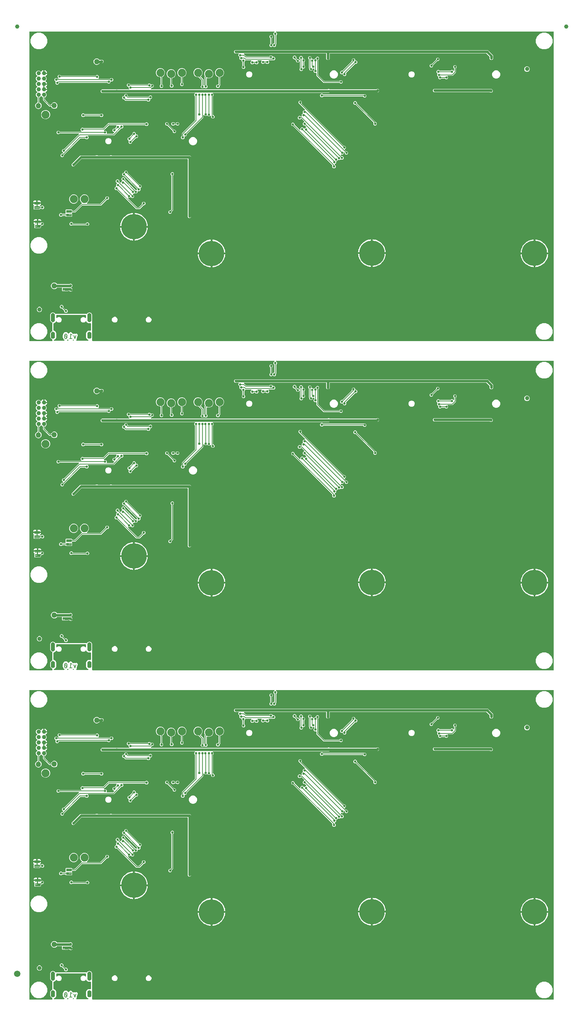
<source format=gbl>
G04 EAGLE Gerber RS-274X export*
G75*
%MOMM*%
%FSLAX34Y34*%
%LPD*%
%INBottom Copper*%
%IPPOS*%
%AMOC8*
5,1,8,0,0,1.08239X$1,22.5*%
G01*
%ADD10C,0.203200*%
%ADD11C,6.000000*%
%ADD12C,0.654000*%
%ADD13C,1.000000*%
%ADD14C,1.270000*%
%ADD15C,1.879600*%
%ADD16C,0.101600*%
%ADD17C,0.099059*%
%ADD18C,1.500000*%
%ADD19C,0.558800*%
%ADD20C,0.558800*%
%ADD21C,0.604000*%
%ADD22C,0.635000*%

G36*
X55938Y2803D02*
X55938Y2803D01*
X55996Y2801D01*
X56078Y2823D01*
X56162Y2835D01*
X56215Y2858D01*
X56271Y2873D01*
X56344Y2916D01*
X56421Y2951D01*
X56466Y2989D01*
X56516Y3018D01*
X56574Y3080D01*
X56638Y3134D01*
X56670Y3183D01*
X56710Y3226D01*
X56749Y3301D01*
X56796Y3371D01*
X56813Y3427D01*
X56840Y3479D01*
X56851Y3547D01*
X56881Y3642D01*
X56884Y3742D01*
X56895Y3810D01*
X56895Y6629D01*
X56891Y6658D01*
X56894Y6688D01*
X56871Y6799D01*
X56855Y6910D01*
X56843Y6937D01*
X56837Y6966D01*
X56785Y7067D01*
X56739Y7169D01*
X56720Y7192D01*
X56706Y7219D01*
X56628Y7300D01*
X56556Y7386D01*
X56531Y7403D01*
X56510Y7425D01*
X56413Y7481D01*
X56319Y7544D01*
X56290Y7553D01*
X56265Y7568D01*
X56191Y7587D01*
X55771Y7851D01*
X55634Y7912D01*
X55566Y7950D01*
X55226Y8069D01*
X55164Y8120D01*
X55080Y8199D01*
X55056Y8211D01*
X55036Y8229D01*
X54930Y8276D01*
X54827Y8329D01*
X54808Y8332D01*
X54555Y8585D01*
X54474Y8645D01*
X54415Y8701D01*
X54393Y8712D01*
X54377Y8727D01*
X54072Y8919D01*
X54024Y8982D01*
X53959Y9078D01*
X53938Y9096D01*
X53922Y9117D01*
X53830Y9186D01*
X53741Y9261D01*
X53723Y9268D01*
X53533Y9571D01*
X53436Y9685D01*
X53391Y9749D01*
X53136Y10004D01*
X53103Y10077D01*
X53061Y10185D01*
X53045Y10206D01*
X53034Y10231D01*
X52960Y10319D01*
X52890Y10411D01*
X52874Y10422D01*
X52756Y10760D01*
X52687Y10892D01*
X52657Y10965D01*
X52465Y11270D01*
X52449Y11349D01*
X52433Y11463D01*
X52422Y11488D01*
X52416Y11514D01*
X52363Y11617D01*
X52315Y11722D01*
X52302Y11736D01*
X52262Y12092D01*
X52225Y12236D01*
X52212Y12314D01*
X52087Y12671D01*
X52088Y12706D01*
X52099Y12774D01*
X52099Y13483D01*
X52090Y13547D01*
X52093Y13596D01*
X52037Y14088D01*
X52044Y14100D01*
X52057Y14178D01*
X52093Y14319D01*
X52091Y14383D01*
X52099Y14431D01*
X52099Y18797D01*
X52095Y18827D01*
X52097Y18858D01*
X52075Y18967D01*
X52059Y19078D01*
X52047Y19106D01*
X52041Y19136D01*
X52038Y19142D01*
X52093Y19632D01*
X52091Y19696D01*
X52099Y19745D01*
X52099Y20454D01*
X52091Y20513D01*
X52092Y20572D01*
X52212Y20914D01*
X52241Y21061D01*
X52262Y21136D01*
X52303Y21495D01*
X52339Y21565D01*
X52398Y21665D01*
X52404Y21691D01*
X52417Y21715D01*
X52439Y21829D01*
X52468Y21941D01*
X52466Y21960D01*
X52657Y22263D01*
X52718Y22400D01*
X52756Y22468D01*
X52875Y22808D01*
X52926Y22870D01*
X53005Y22954D01*
X53018Y22978D01*
X53035Y22999D01*
X53082Y23104D01*
X53135Y23207D01*
X53138Y23226D01*
X53391Y23479D01*
X53480Y23598D01*
X53533Y23657D01*
X53724Y23962D01*
X53788Y24010D01*
X53884Y24075D01*
X53902Y24096D01*
X53923Y24112D01*
X53992Y24204D01*
X54067Y24293D01*
X54074Y24311D01*
X54377Y24501D01*
X54491Y24598D01*
X54555Y24643D01*
X54810Y24898D01*
X54883Y24931D01*
X54991Y24973D01*
X55012Y24989D01*
X55037Y25000D01*
X55125Y25074D01*
X55217Y25144D01*
X55228Y25160D01*
X55566Y25278D01*
X55698Y25347D01*
X55771Y25377D01*
X56180Y25634D01*
X56216Y25641D01*
X56243Y25655D01*
X56271Y25663D01*
X56368Y25720D01*
X56469Y25772D01*
X56490Y25793D01*
X56516Y25808D01*
X56593Y25890D01*
X56675Y25968D01*
X56690Y25994D01*
X56710Y26015D01*
X56762Y26116D01*
X56819Y26213D01*
X56826Y26242D01*
X56840Y26268D01*
X56853Y26346D01*
X56889Y26488D01*
X56887Y26552D01*
X56895Y26599D01*
X56895Y45929D01*
X56891Y45958D01*
X56894Y45988D01*
X56871Y46099D01*
X56855Y46210D01*
X56843Y46237D01*
X56837Y46266D01*
X56785Y46367D01*
X56739Y46469D01*
X56720Y46492D01*
X56706Y46519D01*
X56628Y46600D01*
X56556Y46686D01*
X56531Y46703D01*
X56510Y46725D01*
X56413Y46781D01*
X56319Y46844D01*
X56290Y46853D01*
X56265Y46868D01*
X56191Y46887D01*
X55771Y47151D01*
X55634Y47212D01*
X55566Y47250D01*
X55226Y47369D01*
X55164Y47420D01*
X55080Y47499D01*
X55056Y47512D01*
X55035Y47529D01*
X54930Y47576D01*
X54827Y47629D01*
X54808Y47632D01*
X54555Y47885D01*
X54436Y47974D01*
X54377Y48027D01*
X54072Y48218D01*
X54024Y48282D01*
X53959Y48378D01*
X53938Y48396D01*
X53922Y48417D01*
X53830Y48486D01*
X53741Y48561D01*
X53723Y48568D01*
X53533Y48871D01*
X53436Y48985D01*
X53391Y49049D01*
X53136Y49304D01*
X53103Y49377D01*
X53061Y49485D01*
X53045Y49506D01*
X53034Y49531D01*
X52960Y49619D01*
X52890Y49711D01*
X52874Y49722D01*
X52756Y50060D01*
X52687Y50192D01*
X52657Y50265D01*
X52465Y50570D01*
X52449Y50649D01*
X52433Y50763D01*
X52422Y50788D01*
X52416Y50814D01*
X52363Y50917D01*
X52315Y51022D01*
X52302Y51036D01*
X52262Y51392D01*
X52225Y51536D01*
X52212Y51614D01*
X52087Y51971D01*
X52088Y52006D01*
X52099Y52074D01*
X52099Y52783D01*
X52090Y52847D01*
X52093Y52896D01*
X52037Y53388D01*
X52044Y53400D01*
X52057Y53478D01*
X52093Y53619D01*
X52091Y53683D01*
X52099Y53731D01*
X52099Y63097D01*
X52095Y63127D01*
X52097Y63158D01*
X52075Y63267D01*
X52059Y63378D01*
X52047Y63406D01*
X52041Y63436D01*
X52038Y63442D01*
X52093Y63932D01*
X52091Y63996D01*
X52099Y64045D01*
X52099Y64754D01*
X52092Y64807D01*
X52093Y64841D01*
X52092Y64845D01*
X52092Y64872D01*
X52212Y65214D01*
X52241Y65361D01*
X52262Y65436D01*
X52303Y65795D01*
X52339Y65865D01*
X52398Y65965D01*
X52404Y65991D01*
X52417Y66015D01*
X52439Y66129D01*
X52468Y66241D01*
X52467Y66260D01*
X52657Y66563D01*
X52718Y66700D01*
X52756Y66768D01*
X52875Y67108D01*
X52926Y67170D01*
X53005Y67254D01*
X53018Y67278D01*
X53035Y67299D01*
X53082Y67404D01*
X53135Y67507D01*
X53138Y67526D01*
X53391Y67779D01*
X53481Y67898D01*
X53533Y67957D01*
X53725Y68262D01*
X53788Y68310D01*
X53884Y68375D01*
X53902Y68396D01*
X53923Y68412D01*
X53992Y68504D01*
X54067Y68593D01*
X54074Y68611D01*
X54377Y68801D01*
X54491Y68898D01*
X54555Y68943D01*
X54810Y69198D01*
X54883Y69231D01*
X54991Y69273D01*
X55012Y69289D01*
X55037Y69300D01*
X55125Y69374D01*
X55217Y69444D01*
X55228Y69460D01*
X55566Y69578D01*
X55698Y69647D01*
X55771Y69677D01*
X56076Y69869D01*
X56155Y69885D01*
X56269Y69901D01*
X56294Y69912D01*
X56320Y69918D01*
X56423Y69971D01*
X56528Y70019D01*
X56542Y70032D01*
X56898Y70072D01*
X57042Y70109D01*
X57120Y70122D01*
X57460Y70241D01*
X57540Y70239D01*
X57655Y70230D01*
X57682Y70235D01*
X57709Y70234D01*
X57821Y70264D01*
X57934Y70287D01*
X57951Y70296D01*
X58306Y70256D01*
X58456Y70260D01*
X58534Y70256D01*
X58892Y70296D01*
X58970Y70276D01*
X59080Y70242D01*
X59107Y70241D01*
X59133Y70234D01*
X59249Y70238D01*
X59364Y70235D01*
X59383Y70240D01*
X59720Y70122D01*
X59867Y70093D01*
X59942Y70072D01*
X60301Y70031D01*
X60371Y69995D01*
X60471Y69936D01*
X60497Y69930D01*
X60521Y69917D01*
X60635Y69895D01*
X60747Y69866D01*
X60766Y69867D01*
X61069Y69677D01*
X61206Y69616D01*
X61274Y69578D01*
X61614Y69459D01*
X61676Y69408D01*
X61760Y69329D01*
X61784Y69317D01*
X61804Y69299D01*
X61910Y69252D01*
X62013Y69199D01*
X62032Y69196D01*
X62285Y68943D01*
X62404Y68854D01*
X62463Y68801D01*
X62768Y68609D01*
X62816Y68546D01*
X62881Y68450D01*
X62902Y68432D01*
X62918Y68411D01*
X63010Y68342D01*
X63099Y68267D01*
X63117Y68260D01*
X63255Y68040D01*
X63293Y67995D01*
X63323Y67944D01*
X63385Y67887D01*
X63439Y67823D01*
X63488Y67790D01*
X63531Y67750D01*
X63606Y67711D01*
X63675Y67665D01*
X63731Y67647D01*
X63784Y67620D01*
X63852Y67609D01*
X63946Y67579D01*
X64047Y67576D01*
X64115Y67565D01*
X139085Y67565D01*
X139143Y67573D01*
X139202Y67572D01*
X139284Y67593D01*
X139367Y67605D01*
X139420Y67629D01*
X139477Y67644D01*
X139549Y67686D01*
X139626Y67721D01*
X139671Y67759D01*
X139722Y67789D01*
X139767Y67840D01*
X139843Y67904D01*
X139899Y67988D01*
X139945Y68040D01*
X140085Y68262D01*
X140148Y68310D01*
X140244Y68375D01*
X140262Y68396D01*
X140283Y68412D01*
X140352Y68504D01*
X140427Y68593D01*
X140434Y68611D01*
X140737Y68801D01*
X140851Y68898D01*
X140915Y68943D01*
X141170Y69198D01*
X141243Y69231D01*
X141351Y69273D01*
X141372Y69289D01*
X141397Y69300D01*
X141485Y69374D01*
X141577Y69444D01*
X141588Y69460D01*
X141926Y69578D01*
X142058Y69647D01*
X142131Y69677D01*
X142436Y69869D01*
X142515Y69885D01*
X142629Y69901D01*
X142654Y69912D01*
X142680Y69918D01*
X142783Y69971D01*
X142888Y70019D01*
X142902Y70032D01*
X143258Y70072D01*
X143402Y70109D01*
X143480Y70122D01*
X143820Y70241D01*
X143900Y70239D01*
X144015Y70230D01*
X144042Y70235D01*
X144069Y70234D01*
X144181Y70264D01*
X144294Y70287D01*
X144311Y70296D01*
X144666Y70256D01*
X144816Y70260D01*
X144894Y70256D01*
X145252Y70296D01*
X145330Y70276D01*
X145440Y70242D01*
X145467Y70241D01*
X145493Y70234D01*
X145609Y70238D01*
X145724Y70235D01*
X145743Y70240D01*
X146080Y70122D01*
X146227Y70093D01*
X146302Y70072D01*
X146661Y70031D01*
X146731Y69995D01*
X146831Y69936D01*
X146857Y69930D01*
X146881Y69917D01*
X146995Y69895D01*
X147107Y69866D01*
X147126Y69867D01*
X147429Y69677D01*
X147566Y69616D01*
X147634Y69578D01*
X147974Y69459D01*
X148036Y69408D01*
X148120Y69329D01*
X148144Y69316D01*
X148165Y69299D01*
X148270Y69252D01*
X148373Y69199D01*
X148392Y69196D01*
X148645Y68943D01*
X148764Y68853D01*
X148823Y68801D01*
X149128Y68609D01*
X149176Y68546D01*
X149241Y68450D01*
X149262Y68432D01*
X149278Y68411D01*
X149370Y68342D01*
X149459Y68267D01*
X149477Y68260D01*
X149667Y67957D01*
X149764Y67843D01*
X149809Y67779D01*
X150064Y67524D01*
X150097Y67451D01*
X150139Y67343D01*
X150155Y67322D01*
X150166Y67297D01*
X150240Y67209D01*
X150310Y67117D01*
X150326Y67106D01*
X150444Y66768D01*
X150513Y66636D01*
X150543Y66563D01*
X150735Y66258D01*
X150751Y66179D01*
X150767Y66065D01*
X150778Y66040D01*
X150784Y66014D01*
X150837Y65911D01*
X150885Y65806D01*
X150901Y65788D01*
X150914Y65762D01*
X150949Y65725D01*
X150960Y65707D01*
X150969Y65678D01*
X151015Y65614D01*
X151089Y65489D01*
X151135Y65445D01*
X151164Y65404D01*
X151385Y65184D01*
X151385Y3810D01*
X151393Y3752D01*
X151391Y3694D01*
X151413Y3612D01*
X151425Y3528D01*
X151448Y3475D01*
X151463Y3419D01*
X151506Y3346D01*
X151541Y3269D01*
X151579Y3224D01*
X151608Y3174D01*
X151670Y3116D01*
X151724Y3052D01*
X151773Y3020D01*
X151816Y2980D01*
X151891Y2941D01*
X151961Y2894D01*
X152017Y2877D01*
X152069Y2850D01*
X152137Y2839D01*
X152232Y2809D01*
X152332Y2806D01*
X152400Y2795D01*
X1240790Y2795D01*
X1240848Y2803D01*
X1240906Y2801D01*
X1240988Y2823D01*
X1241072Y2835D01*
X1241125Y2858D01*
X1241181Y2873D01*
X1241254Y2916D01*
X1241331Y2951D01*
X1241376Y2989D01*
X1241426Y3018D01*
X1241484Y3080D01*
X1241548Y3134D01*
X1241580Y3183D01*
X1241620Y3226D01*
X1241659Y3301D01*
X1241706Y3371D01*
X1241723Y3427D01*
X1241750Y3479D01*
X1241761Y3547D01*
X1241791Y3642D01*
X1241794Y3742D01*
X1241805Y3810D01*
X1241805Y732790D01*
X1241798Y732843D01*
X1241799Y732876D01*
X1241798Y732879D01*
X1241799Y732906D01*
X1241777Y732988D01*
X1241765Y733072D01*
X1241742Y733125D01*
X1241727Y733181D01*
X1241684Y733254D01*
X1241649Y733331D01*
X1241611Y733376D01*
X1241582Y733426D01*
X1241520Y733484D01*
X1241466Y733548D01*
X1241417Y733580D01*
X1241374Y733620D01*
X1241299Y733659D01*
X1241229Y733706D01*
X1241173Y733723D01*
X1241121Y733750D01*
X1241053Y733761D01*
X1240958Y733791D01*
X1240858Y733794D01*
X1240790Y733805D01*
X586304Y733805D01*
X586275Y733801D01*
X586246Y733804D01*
X586135Y733781D01*
X586023Y733765D01*
X585996Y733753D01*
X585967Y733748D01*
X585867Y733695D01*
X585763Y733649D01*
X585741Y733630D01*
X585715Y733617D01*
X585633Y733539D01*
X585546Y733466D01*
X585530Y733441D01*
X585509Y733421D01*
X585451Y733323D01*
X585389Y733229D01*
X585380Y733201D01*
X585365Y733176D01*
X585337Y733066D01*
X585303Y732958D01*
X585302Y732928D01*
X585295Y732900D01*
X585298Y732787D01*
X585296Y732674D01*
X585303Y732645D01*
X585304Y732616D01*
X585339Y732508D01*
X585367Y732399D01*
X585382Y732373D01*
X585391Y732345D01*
X585437Y732282D01*
X585513Y732154D01*
X585541Y732128D01*
X585543Y732124D01*
X585562Y732106D01*
X585586Y732072D01*
X587757Y729902D01*
X587757Y726534D01*
X586276Y725054D01*
X586224Y724984D01*
X586164Y724920D01*
X586138Y724871D01*
X586105Y724826D01*
X586074Y724745D01*
X586034Y724667D01*
X586026Y724619D01*
X586004Y724561D01*
X585992Y724413D01*
X585979Y724336D01*
X585979Y702887D01*
X585768Y702676D01*
X585716Y702606D01*
X585656Y702542D01*
X585630Y702493D01*
X585597Y702449D01*
X585566Y702367D01*
X585526Y702289D01*
X585518Y702242D01*
X585496Y702183D01*
X585484Y702036D01*
X585471Y701958D01*
X585471Y699864D01*
X583090Y697483D01*
X579722Y697483D01*
X578695Y698511D01*
X578648Y698546D01*
X578608Y698588D01*
X578535Y698631D01*
X578468Y698682D01*
X578413Y698702D01*
X578363Y698732D01*
X578281Y698753D01*
X578202Y698783D01*
X578144Y698788D01*
X578087Y698802D01*
X578003Y698799D01*
X577919Y698806D01*
X577861Y698795D01*
X577803Y698793D01*
X577723Y698767D01*
X577640Y698751D01*
X577588Y698724D01*
X577532Y698706D01*
X577476Y698665D01*
X577388Y698620D01*
X577315Y698551D01*
X577259Y698511D01*
X575724Y696975D01*
X572356Y696975D01*
X569975Y699356D01*
X569975Y702724D01*
X571456Y704204D01*
X571508Y704274D01*
X571568Y704338D01*
X571594Y704387D01*
X571627Y704432D01*
X571658Y704513D01*
X571698Y704591D01*
X571706Y704639D01*
X571728Y704697D01*
X571740Y704845D01*
X571753Y704922D01*
X571753Y717478D01*
X571741Y717564D01*
X571738Y717652D01*
X571721Y717704D01*
X571713Y717759D01*
X571678Y717839D01*
X571651Y717922D01*
X571623Y717962D01*
X571597Y718019D01*
X571501Y718132D01*
X571456Y718196D01*
X569975Y719676D01*
X569975Y723044D01*
X572356Y725425D01*
X575724Y725425D01*
X578105Y723044D01*
X578105Y719676D01*
X576624Y718196D01*
X576572Y718126D01*
X576512Y718062D01*
X576486Y718013D01*
X576453Y717968D01*
X576422Y717887D01*
X576382Y717809D01*
X576374Y717761D01*
X576352Y717703D01*
X576340Y717555D01*
X576327Y717478D01*
X576327Y704922D01*
X576339Y704836D01*
X576342Y704748D01*
X576359Y704696D01*
X576367Y704641D01*
X576402Y704561D01*
X576429Y704478D01*
X576457Y704438D01*
X576483Y704381D01*
X576578Y704268D01*
X576624Y704204D01*
X576751Y704077D01*
X576798Y704042D01*
X576838Y704000D01*
X576911Y703957D01*
X576978Y703906D01*
X577033Y703886D01*
X577083Y703856D01*
X577165Y703835D01*
X577244Y703805D01*
X577302Y703800D01*
X577359Y703786D01*
X577443Y703789D01*
X577527Y703782D01*
X577585Y703793D01*
X577643Y703795D01*
X577723Y703821D01*
X577806Y703837D01*
X577858Y703864D01*
X577914Y703882D01*
X577970Y703922D01*
X578058Y703968D01*
X578131Y704037D01*
X578187Y704077D01*
X579722Y705613D01*
X580390Y705613D01*
X580448Y705621D01*
X580506Y705619D01*
X580588Y705641D01*
X580672Y705653D01*
X580725Y705676D01*
X580781Y705691D01*
X580854Y705734D01*
X580931Y705769D01*
X580976Y705807D01*
X581026Y705836D01*
X581084Y705898D01*
X581148Y705952D01*
X581180Y706001D01*
X581220Y706044D01*
X581259Y706119D01*
X581306Y706189D01*
X581323Y706245D01*
X581350Y706297D01*
X581361Y706365D01*
X581391Y706460D01*
X581394Y706560D01*
X581405Y706628D01*
X581405Y724336D01*
X581393Y724422D01*
X581390Y724510D01*
X581373Y724562D01*
X581365Y724617D01*
X581330Y724697D01*
X581303Y724780D01*
X581275Y724820D01*
X581249Y724877D01*
X581153Y724990D01*
X581108Y725054D01*
X579627Y726534D01*
X579627Y729902D01*
X581798Y732072D01*
X581806Y732083D01*
X581807Y732084D01*
X581812Y732091D01*
X581815Y732096D01*
X581838Y732115D01*
X581901Y732209D01*
X581969Y732299D01*
X581979Y732327D01*
X581995Y732351D01*
X582030Y732459D01*
X582070Y732565D01*
X582072Y732594D01*
X582081Y732622D01*
X582084Y732736D01*
X582093Y732848D01*
X582088Y732877D01*
X582088Y732906D01*
X582060Y733016D01*
X582038Y733127D01*
X582024Y733153D01*
X582017Y733181D01*
X581959Y733279D01*
X581907Y733379D01*
X581886Y733401D01*
X581871Y733426D01*
X581789Y733503D01*
X581711Y733585D01*
X581685Y733600D01*
X581664Y733620D01*
X581563Y733672D01*
X581465Y733729D01*
X581437Y733736D01*
X581411Y733750D01*
X581334Y733763D01*
X581190Y733799D01*
X581127Y733797D01*
X581080Y733805D01*
X3810Y733805D01*
X3752Y733797D01*
X3694Y733799D01*
X3612Y733777D01*
X3528Y733765D01*
X3475Y733742D01*
X3419Y733727D01*
X3346Y733684D01*
X3269Y733649D01*
X3224Y733611D01*
X3174Y733582D01*
X3116Y733520D01*
X3052Y733466D01*
X3020Y733417D01*
X2980Y733374D01*
X2941Y733299D01*
X2894Y733229D01*
X2877Y733173D01*
X2850Y733121D01*
X2839Y733053D01*
X2809Y732958D01*
X2806Y732858D01*
X2795Y732790D01*
X2795Y3810D01*
X2803Y3752D01*
X2801Y3694D01*
X2823Y3612D01*
X2835Y3528D01*
X2858Y3475D01*
X2873Y3419D01*
X2916Y3346D01*
X2951Y3269D01*
X2989Y3224D01*
X3018Y3174D01*
X3080Y3116D01*
X3134Y3052D01*
X3183Y3020D01*
X3226Y2980D01*
X3301Y2941D01*
X3371Y2894D01*
X3427Y2877D01*
X3479Y2850D01*
X3547Y2839D01*
X3642Y2809D01*
X3742Y2806D01*
X3810Y2795D01*
X55880Y2795D01*
X55938Y2803D01*
G37*
G36*
X55938Y780043D02*
X55938Y780043D01*
X55996Y780041D01*
X56078Y780063D01*
X56162Y780075D01*
X56215Y780098D01*
X56271Y780113D01*
X56344Y780156D01*
X56421Y780191D01*
X56466Y780229D01*
X56516Y780258D01*
X56574Y780320D01*
X56638Y780374D01*
X56670Y780423D01*
X56710Y780466D01*
X56749Y780541D01*
X56796Y780611D01*
X56813Y780667D01*
X56840Y780719D01*
X56851Y780787D01*
X56881Y780882D01*
X56884Y780982D01*
X56895Y781050D01*
X56895Y783869D01*
X56891Y783898D01*
X56894Y783928D01*
X56871Y784039D01*
X56855Y784150D01*
X56843Y784177D01*
X56837Y784206D01*
X56785Y784307D01*
X56739Y784409D01*
X56720Y784432D01*
X56706Y784459D01*
X56628Y784540D01*
X56556Y784626D01*
X56531Y784643D01*
X56510Y784665D01*
X56413Y784721D01*
X56319Y784784D01*
X56290Y784793D01*
X56265Y784808D01*
X56191Y784827D01*
X55771Y785091D01*
X55634Y785152D01*
X55566Y785190D01*
X55226Y785309D01*
X55164Y785360D01*
X55080Y785439D01*
X55056Y785452D01*
X55035Y785469D01*
X54930Y785516D01*
X54827Y785569D01*
X54808Y785572D01*
X54555Y785825D01*
X54474Y785886D01*
X54415Y785941D01*
X54393Y785952D01*
X54377Y785967D01*
X54072Y786159D01*
X54024Y786222D01*
X53959Y786318D01*
X53938Y786336D01*
X53922Y786357D01*
X53830Y786426D01*
X53741Y786501D01*
X53723Y786508D01*
X53533Y786811D01*
X53436Y786925D01*
X53391Y786989D01*
X53136Y787244D01*
X53103Y787317D01*
X53061Y787425D01*
X53045Y787446D01*
X53034Y787471D01*
X52960Y787559D01*
X52890Y787651D01*
X52874Y787662D01*
X52756Y788000D01*
X52687Y788132D01*
X52657Y788205D01*
X52465Y788510D01*
X52449Y788589D01*
X52433Y788703D01*
X52422Y788728D01*
X52416Y788754D01*
X52363Y788857D01*
X52315Y788962D01*
X52302Y788976D01*
X52262Y789332D01*
X52225Y789476D01*
X52212Y789554D01*
X52087Y789911D01*
X52088Y789946D01*
X52099Y790014D01*
X52099Y790723D01*
X52090Y790787D01*
X52093Y790836D01*
X52037Y791328D01*
X52044Y791340D01*
X52057Y791418D01*
X52093Y791559D01*
X52091Y791623D01*
X52099Y791671D01*
X52099Y796037D01*
X52095Y796067D01*
X52097Y796098D01*
X52075Y796207D01*
X52059Y796318D01*
X52047Y796346D01*
X52041Y796376D01*
X52038Y796382D01*
X52093Y796872D01*
X52091Y796936D01*
X52099Y796985D01*
X52099Y797694D01*
X52091Y797753D01*
X52092Y797812D01*
X52212Y798154D01*
X52241Y798301D01*
X52262Y798376D01*
X52303Y798735D01*
X52339Y798805D01*
X52398Y798905D01*
X52404Y798931D01*
X52417Y798955D01*
X52439Y799069D01*
X52468Y799181D01*
X52466Y799200D01*
X52657Y799503D01*
X52718Y799640D01*
X52756Y799708D01*
X52875Y800048D01*
X52926Y800110D01*
X53005Y800194D01*
X53018Y800218D01*
X53035Y800239D01*
X53082Y800344D01*
X53135Y800447D01*
X53138Y800466D01*
X53391Y800719D01*
X53480Y800838D01*
X53533Y800897D01*
X53724Y801202D01*
X53788Y801250D01*
X53884Y801315D01*
X53902Y801336D01*
X53923Y801352D01*
X53992Y801444D01*
X54067Y801533D01*
X54074Y801551D01*
X54377Y801741D01*
X54491Y801838D01*
X54555Y801883D01*
X54810Y802138D01*
X54883Y802171D01*
X54991Y802213D01*
X55012Y802229D01*
X55037Y802240D01*
X55125Y802314D01*
X55217Y802384D01*
X55228Y802400D01*
X55566Y802518D01*
X55698Y802587D01*
X55771Y802617D01*
X56180Y802874D01*
X56216Y802881D01*
X56243Y802895D01*
X56271Y802903D01*
X56368Y802960D01*
X56469Y803012D01*
X56490Y803033D01*
X56516Y803048D01*
X56593Y803130D01*
X56675Y803208D01*
X56690Y803234D01*
X56710Y803255D01*
X56762Y803356D01*
X56819Y803453D01*
X56826Y803482D01*
X56840Y803508D01*
X56853Y803586D01*
X56889Y803728D01*
X56887Y803792D01*
X56895Y803839D01*
X56895Y823169D01*
X56891Y823198D01*
X56894Y823228D01*
X56871Y823339D01*
X56855Y823450D01*
X56843Y823477D01*
X56837Y823506D01*
X56785Y823607D01*
X56739Y823709D01*
X56720Y823732D01*
X56706Y823759D01*
X56628Y823840D01*
X56556Y823926D01*
X56531Y823943D01*
X56510Y823965D01*
X56413Y824021D01*
X56319Y824084D01*
X56290Y824093D01*
X56265Y824108D01*
X56191Y824127D01*
X55771Y824391D01*
X55634Y824452D01*
X55566Y824490D01*
X55226Y824609D01*
X55164Y824660D01*
X55080Y824739D01*
X55056Y824752D01*
X55035Y824769D01*
X54930Y824816D01*
X54827Y824869D01*
X54808Y824872D01*
X54555Y825125D01*
X54436Y825214D01*
X54377Y825267D01*
X54072Y825458D01*
X54024Y825522D01*
X53959Y825618D01*
X53938Y825636D01*
X53922Y825657D01*
X53830Y825726D01*
X53741Y825801D01*
X53723Y825808D01*
X53533Y826111D01*
X53436Y826225D01*
X53391Y826289D01*
X53136Y826544D01*
X53103Y826617D01*
X53061Y826725D01*
X53045Y826746D01*
X53034Y826771D01*
X52960Y826859D01*
X52890Y826951D01*
X52874Y826962D01*
X52756Y827300D01*
X52687Y827432D01*
X52657Y827505D01*
X52465Y827810D01*
X52449Y827889D01*
X52433Y828003D01*
X52422Y828028D01*
X52416Y828054D01*
X52363Y828157D01*
X52315Y828262D01*
X52302Y828276D01*
X52262Y828632D01*
X52225Y828776D01*
X52212Y828854D01*
X52087Y829211D01*
X52088Y829246D01*
X52099Y829314D01*
X52099Y830023D01*
X52090Y830087D01*
X52093Y830136D01*
X52037Y830628D01*
X52044Y830640D01*
X52057Y830718D01*
X52093Y830859D01*
X52091Y830923D01*
X52099Y830971D01*
X52099Y840337D01*
X52095Y840367D01*
X52097Y840398D01*
X52075Y840507D01*
X52059Y840618D01*
X52047Y840646D01*
X52041Y840676D01*
X52038Y840682D01*
X52093Y841172D01*
X52091Y841236D01*
X52099Y841285D01*
X52099Y841994D01*
X52092Y842047D01*
X52093Y842081D01*
X52092Y842085D01*
X52092Y842112D01*
X52212Y842454D01*
X52241Y842601D01*
X52262Y842676D01*
X52303Y843035D01*
X52339Y843105D01*
X52398Y843205D01*
X52404Y843231D01*
X52417Y843255D01*
X52439Y843369D01*
X52468Y843481D01*
X52466Y843500D01*
X52657Y843803D01*
X52718Y843940D01*
X52756Y844008D01*
X52875Y844348D01*
X52926Y844410D01*
X53005Y844494D01*
X53018Y844518D01*
X53035Y844539D01*
X53082Y844644D01*
X53135Y844747D01*
X53138Y844766D01*
X53391Y845019D01*
X53481Y845138D01*
X53533Y845197D01*
X53725Y845502D01*
X53788Y845550D01*
X53884Y845615D01*
X53902Y845636D01*
X53923Y845652D01*
X53992Y845744D01*
X54067Y845833D01*
X54074Y845851D01*
X54377Y846041D01*
X54491Y846138D01*
X54555Y846183D01*
X54810Y846438D01*
X54883Y846471D01*
X54991Y846513D01*
X55012Y846529D01*
X55037Y846540D01*
X55125Y846614D01*
X55217Y846684D01*
X55228Y846700D01*
X55566Y846818D01*
X55698Y846887D01*
X55771Y846917D01*
X56076Y847109D01*
X56155Y847125D01*
X56269Y847141D01*
X56294Y847152D01*
X56320Y847158D01*
X56423Y847211D01*
X56528Y847259D01*
X56542Y847272D01*
X56898Y847312D01*
X57042Y847349D01*
X57120Y847362D01*
X57460Y847481D01*
X57540Y847479D01*
X57655Y847470D01*
X57682Y847475D01*
X57709Y847474D01*
X57821Y847504D01*
X57934Y847527D01*
X57951Y847536D01*
X58306Y847496D01*
X58456Y847500D01*
X58534Y847496D01*
X58892Y847536D01*
X58970Y847516D01*
X59080Y847482D01*
X59107Y847481D01*
X59133Y847474D01*
X59249Y847478D01*
X59364Y847475D01*
X59383Y847480D01*
X59720Y847362D01*
X59867Y847333D01*
X59942Y847312D01*
X60301Y847271D01*
X60371Y847235D01*
X60471Y847176D01*
X60497Y847170D01*
X60521Y847157D01*
X60635Y847135D01*
X60747Y847106D01*
X60766Y847107D01*
X61069Y846917D01*
X61206Y846856D01*
X61274Y846818D01*
X61614Y846699D01*
X61676Y846648D01*
X61760Y846569D01*
X61784Y846556D01*
X61805Y846539D01*
X61910Y846492D01*
X62013Y846439D01*
X62032Y846436D01*
X62285Y846183D01*
X62404Y846093D01*
X62463Y846041D01*
X62768Y845849D01*
X62816Y845786D01*
X62881Y845690D01*
X62902Y845672D01*
X62918Y845651D01*
X63010Y845582D01*
X63099Y845507D01*
X63117Y845500D01*
X63255Y845280D01*
X63293Y845235D01*
X63323Y845184D01*
X63385Y845127D01*
X63439Y845063D01*
X63488Y845030D01*
X63531Y844990D01*
X63606Y844951D01*
X63675Y844905D01*
X63731Y844887D01*
X63784Y844860D01*
X63852Y844849D01*
X63946Y844819D01*
X64047Y844816D01*
X64115Y844805D01*
X139085Y844805D01*
X139143Y844813D01*
X139202Y844812D01*
X139284Y844833D01*
X139367Y844845D01*
X139420Y844869D01*
X139477Y844884D01*
X139549Y844926D01*
X139626Y844961D01*
X139671Y844999D01*
X139722Y845029D01*
X139767Y845080D01*
X139843Y845144D01*
X139899Y845228D01*
X139945Y845280D01*
X140085Y845502D01*
X140148Y845550D01*
X140244Y845615D01*
X140262Y845636D01*
X140283Y845652D01*
X140352Y845744D01*
X140427Y845833D01*
X140434Y845851D01*
X140737Y846041D01*
X140851Y846138D01*
X140915Y846183D01*
X141170Y846438D01*
X141243Y846471D01*
X141351Y846513D01*
X141372Y846529D01*
X141397Y846540D01*
X141485Y846614D01*
X141577Y846684D01*
X141588Y846700D01*
X141926Y846818D01*
X142058Y846887D01*
X142131Y846917D01*
X142436Y847109D01*
X142515Y847125D01*
X142629Y847141D01*
X142654Y847152D01*
X142680Y847158D01*
X142783Y847211D01*
X142888Y847259D01*
X142902Y847272D01*
X143258Y847312D01*
X143402Y847349D01*
X143480Y847362D01*
X143820Y847481D01*
X143900Y847479D01*
X144015Y847470D01*
X144042Y847475D01*
X144069Y847474D01*
X144181Y847504D01*
X144294Y847527D01*
X144311Y847536D01*
X144666Y847496D01*
X144816Y847500D01*
X144894Y847496D01*
X145252Y847536D01*
X145330Y847516D01*
X145440Y847482D01*
X145467Y847481D01*
X145493Y847474D01*
X145609Y847478D01*
X145724Y847475D01*
X145743Y847480D01*
X146080Y847362D01*
X146227Y847333D01*
X146302Y847312D01*
X146661Y847271D01*
X146731Y847235D01*
X146831Y847176D01*
X146857Y847170D01*
X146881Y847157D01*
X146995Y847135D01*
X147107Y847106D01*
X147126Y847108D01*
X147429Y846917D01*
X147566Y846856D01*
X147634Y846818D01*
X147974Y846699D01*
X148036Y846648D01*
X148120Y846569D01*
X148144Y846556D01*
X148165Y846539D01*
X148270Y846492D01*
X148373Y846439D01*
X148392Y846436D01*
X148645Y846183D01*
X148764Y846093D01*
X148823Y846041D01*
X149128Y845849D01*
X149176Y845786D01*
X149241Y845690D01*
X149262Y845672D01*
X149278Y845651D01*
X149370Y845582D01*
X149459Y845507D01*
X149477Y845500D01*
X149667Y845197D01*
X149764Y845083D01*
X149809Y845019D01*
X150064Y844764D01*
X150097Y844691D01*
X150139Y844583D01*
X150155Y844562D01*
X150166Y844537D01*
X150240Y844449D01*
X150310Y844357D01*
X150326Y844346D01*
X150444Y844008D01*
X150513Y843876D01*
X150543Y843803D01*
X150735Y843498D01*
X150751Y843419D01*
X150767Y843305D01*
X150778Y843280D01*
X150784Y843254D01*
X150837Y843151D01*
X150885Y843046D01*
X150901Y843028D01*
X150914Y843002D01*
X150949Y842965D01*
X150960Y842947D01*
X150969Y842918D01*
X151015Y842854D01*
X151089Y842729D01*
X151135Y842685D01*
X151164Y842644D01*
X151385Y842424D01*
X151385Y781050D01*
X151393Y780992D01*
X151391Y780934D01*
X151413Y780852D01*
X151425Y780768D01*
X151448Y780715D01*
X151463Y780659D01*
X151506Y780586D01*
X151541Y780509D01*
X151579Y780464D01*
X151608Y780414D01*
X151670Y780356D01*
X151724Y780292D01*
X151773Y780260D01*
X151816Y780220D01*
X151891Y780181D01*
X151961Y780134D01*
X152017Y780117D01*
X152069Y780090D01*
X152137Y780079D01*
X152232Y780049D01*
X152332Y780046D01*
X152400Y780035D01*
X1240790Y780035D01*
X1240848Y780043D01*
X1240906Y780041D01*
X1240988Y780063D01*
X1241072Y780075D01*
X1241125Y780098D01*
X1241181Y780113D01*
X1241254Y780156D01*
X1241331Y780191D01*
X1241376Y780229D01*
X1241426Y780258D01*
X1241484Y780320D01*
X1241548Y780374D01*
X1241580Y780423D01*
X1241620Y780466D01*
X1241659Y780541D01*
X1241706Y780611D01*
X1241723Y780667D01*
X1241750Y780719D01*
X1241761Y780787D01*
X1241791Y780882D01*
X1241794Y780982D01*
X1241805Y781050D01*
X1241805Y1510030D01*
X1241798Y1510083D01*
X1241799Y1510116D01*
X1241798Y1510119D01*
X1241799Y1510146D01*
X1241777Y1510228D01*
X1241765Y1510312D01*
X1241742Y1510365D01*
X1241727Y1510421D01*
X1241684Y1510494D01*
X1241649Y1510571D01*
X1241611Y1510616D01*
X1241582Y1510666D01*
X1241520Y1510724D01*
X1241466Y1510788D01*
X1241417Y1510820D01*
X1241374Y1510860D01*
X1241299Y1510899D01*
X1241229Y1510946D01*
X1241173Y1510963D01*
X1241121Y1510990D01*
X1241053Y1511001D01*
X1240958Y1511031D01*
X1240858Y1511034D01*
X1240790Y1511045D01*
X586304Y1511045D01*
X586275Y1511041D01*
X586246Y1511044D01*
X586135Y1511021D01*
X586023Y1511005D01*
X585996Y1510993D01*
X585967Y1510988D01*
X585867Y1510935D01*
X585763Y1510889D01*
X585741Y1510870D01*
X585715Y1510857D01*
X585633Y1510779D01*
X585546Y1510706D01*
X585530Y1510681D01*
X585509Y1510661D01*
X585451Y1510563D01*
X585389Y1510469D01*
X585380Y1510441D01*
X585365Y1510416D01*
X585337Y1510306D01*
X585303Y1510198D01*
X585302Y1510168D01*
X585295Y1510140D01*
X585298Y1510027D01*
X585296Y1509914D01*
X585303Y1509885D01*
X585304Y1509856D01*
X585339Y1509748D01*
X585367Y1509639D01*
X585382Y1509613D01*
X585391Y1509585D01*
X585437Y1509522D01*
X585513Y1509394D01*
X585541Y1509368D01*
X585543Y1509364D01*
X585562Y1509346D01*
X585586Y1509312D01*
X587757Y1507142D01*
X587757Y1503774D01*
X586276Y1502294D01*
X586224Y1502224D01*
X586164Y1502160D01*
X586138Y1502111D01*
X586105Y1502066D01*
X586074Y1501985D01*
X586034Y1501907D01*
X586026Y1501859D01*
X586004Y1501801D01*
X585992Y1501653D01*
X585979Y1501576D01*
X585979Y1480127D01*
X585768Y1479916D01*
X585716Y1479846D01*
X585656Y1479782D01*
X585630Y1479733D01*
X585597Y1479689D01*
X585566Y1479607D01*
X585526Y1479529D01*
X585518Y1479482D01*
X585496Y1479423D01*
X585484Y1479276D01*
X585471Y1479198D01*
X585471Y1477104D01*
X583090Y1474723D01*
X579722Y1474723D01*
X578695Y1475751D01*
X578648Y1475786D01*
X578608Y1475828D01*
X578535Y1475871D01*
X578468Y1475922D01*
X578413Y1475942D01*
X578363Y1475972D01*
X578281Y1475993D01*
X578202Y1476023D01*
X578144Y1476028D01*
X578087Y1476042D01*
X578003Y1476039D01*
X577919Y1476046D01*
X577861Y1476035D01*
X577803Y1476033D01*
X577723Y1476007D01*
X577640Y1475991D01*
X577588Y1475964D01*
X577532Y1475946D01*
X577476Y1475905D01*
X577388Y1475860D01*
X577315Y1475791D01*
X577259Y1475751D01*
X575724Y1474215D01*
X572356Y1474215D01*
X569975Y1476596D01*
X569975Y1479964D01*
X571456Y1481444D01*
X571508Y1481514D01*
X571568Y1481578D01*
X571594Y1481627D01*
X571627Y1481672D01*
X571658Y1481753D01*
X571698Y1481831D01*
X571706Y1481879D01*
X571728Y1481937D01*
X571740Y1482085D01*
X571753Y1482162D01*
X571753Y1494718D01*
X571741Y1494804D01*
X571738Y1494892D01*
X571721Y1494944D01*
X571713Y1494999D01*
X571678Y1495079D01*
X571651Y1495162D01*
X571623Y1495202D01*
X571597Y1495259D01*
X571501Y1495372D01*
X571456Y1495436D01*
X569975Y1496916D01*
X569975Y1500284D01*
X572356Y1502665D01*
X575724Y1502665D01*
X578105Y1500284D01*
X578105Y1496916D01*
X576624Y1495436D01*
X576572Y1495366D01*
X576512Y1495302D01*
X576486Y1495253D01*
X576453Y1495208D01*
X576422Y1495127D01*
X576382Y1495049D01*
X576374Y1495001D01*
X576352Y1494943D01*
X576340Y1494795D01*
X576327Y1494718D01*
X576327Y1482162D01*
X576339Y1482076D01*
X576342Y1481988D01*
X576359Y1481936D01*
X576367Y1481881D01*
X576402Y1481801D01*
X576429Y1481718D01*
X576457Y1481678D01*
X576483Y1481621D01*
X576578Y1481508D01*
X576624Y1481444D01*
X576751Y1481317D01*
X576798Y1481282D01*
X576838Y1481240D01*
X576911Y1481197D01*
X576978Y1481146D01*
X577033Y1481126D01*
X577083Y1481096D01*
X577165Y1481075D01*
X577244Y1481045D01*
X577302Y1481040D01*
X577359Y1481026D01*
X577443Y1481029D01*
X577527Y1481022D01*
X577585Y1481033D01*
X577643Y1481035D01*
X577723Y1481061D01*
X577806Y1481077D01*
X577858Y1481104D01*
X577914Y1481122D01*
X577970Y1481162D01*
X578058Y1481208D01*
X578131Y1481277D01*
X578187Y1481317D01*
X579722Y1482853D01*
X580390Y1482853D01*
X580448Y1482861D01*
X580506Y1482859D01*
X580588Y1482881D01*
X580672Y1482893D01*
X580725Y1482916D01*
X580781Y1482931D01*
X580854Y1482974D01*
X580931Y1483009D01*
X580976Y1483047D01*
X581026Y1483076D01*
X581084Y1483138D01*
X581148Y1483192D01*
X581180Y1483241D01*
X581220Y1483284D01*
X581259Y1483359D01*
X581306Y1483429D01*
X581323Y1483485D01*
X581350Y1483537D01*
X581361Y1483605D01*
X581391Y1483700D01*
X581394Y1483800D01*
X581405Y1483868D01*
X581405Y1501576D01*
X581393Y1501662D01*
X581390Y1501750D01*
X581373Y1501802D01*
X581365Y1501857D01*
X581330Y1501937D01*
X581303Y1502020D01*
X581275Y1502060D01*
X581249Y1502117D01*
X581153Y1502230D01*
X581108Y1502294D01*
X579627Y1503774D01*
X579627Y1507142D01*
X581798Y1509312D01*
X581806Y1509323D01*
X581807Y1509324D01*
X581812Y1509331D01*
X581815Y1509336D01*
X581838Y1509355D01*
X581901Y1509449D01*
X581969Y1509539D01*
X581979Y1509567D01*
X581995Y1509591D01*
X582030Y1509699D01*
X582070Y1509805D01*
X582072Y1509834D01*
X582081Y1509862D01*
X582084Y1509976D01*
X582093Y1510088D01*
X582088Y1510117D01*
X582088Y1510146D01*
X582060Y1510256D01*
X582038Y1510367D01*
X582024Y1510393D01*
X582017Y1510421D01*
X581959Y1510519D01*
X581907Y1510619D01*
X581886Y1510641D01*
X581871Y1510666D01*
X581789Y1510743D01*
X581711Y1510825D01*
X581685Y1510840D01*
X581664Y1510860D01*
X581563Y1510912D01*
X581465Y1510969D01*
X581437Y1510976D01*
X581411Y1510990D01*
X581334Y1511003D01*
X581190Y1511039D01*
X581127Y1511037D01*
X581080Y1511045D01*
X3810Y1511045D01*
X3752Y1511037D01*
X3694Y1511039D01*
X3612Y1511017D01*
X3528Y1511005D01*
X3475Y1510982D01*
X3419Y1510967D01*
X3346Y1510924D01*
X3269Y1510889D01*
X3224Y1510851D01*
X3174Y1510822D01*
X3116Y1510760D01*
X3052Y1510706D01*
X3020Y1510657D01*
X2980Y1510614D01*
X2941Y1510539D01*
X2894Y1510469D01*
X2877Y1510413D01*
X2850Y1510361D01*
X2839Y1510293D01*
X2809Y1510198D01*
X2806Y1510098D01*
X2795Y1510030D01*
X2795Y781050D01*
X2803Y780992D01*
X2801Y780934D01*
X2823Y780852D01*
X2835Y780768D01*
X2858Y780715D01*
X2873Y780659D01*
X2916Y780586D01*
X2951Y780509D01*
X2989Y780464D01*
X3018Y780414D01*
X3080Y780356D01*
X3134Y780292D01*
X3183Y780260D01*
X3226Y780220D01*
X3301Y780181D01*
X3371Y780134D01*
X3427Y780117D01*
X3479Y780090D01*
X3547Y780079D01*
X3642Y780049D01*
X3742Y780046D01*
X3810Y780035D01*
X55880Y780035D01*
X55938Y780043D01*
G37*
G36*
X55938Y1557283D02*
X55938Y1557283D01*
X55996Y1557281D01*
X56078Y1557303D01*
X56162Y1557315D01*
X56215Y1557338D01*
X56271Y1557353D01*
X56344Y1557396D01*
X56421Y1557431D01*
X56466Y1557469D01*
X56516Y1557498D01*
X56574Y1557560D01*
X56638Y1557614D01*
X56670Y1557663D01*
X56710Y1557706D01*
X56749Y1557781D01*
X56796Y1557851D01*
X56813Y1557907D01*
X56840Y1557959D01*
X56851Y1558027D01*
X56881Y1558122D01*
X56884Y1558222D01*
X56895Y1558290D01*
X56895Y1561109D01*
X56891Y1561138D01*
X56894Y1561168D01*
X56871Y1561279D01*
X56855Y1561390D01*
X56843Y1561417D01*
X56837Y1561446D01*
X56785Y1561547D01*
X56739Y1561649D01*
X56720Y1561672D01*
X56706Y1561699D01*
X56628Y1561780D01*
X56556Y1561866D01*
X56531Y1561883D01*
X56510Y1561905D01*
X56413Y1561961D01*
X56319Y1562024D01*
X56290Y1562033D01*
X56265Y1562048D01*
X56191Y1562067D01*
X55771Y1562331D01*
X55634Y1562392D01*
X55566Y1562430D01*
X55226Y1562549D01*
X55164Y1562600D01*
X55080Y1562679D01*
X55056Y1562692D01*
X55035Y1562709D01*
X54930Y1562756D01*
X54827Y1562809D01*
X54808Y1562812D01*
X54555Y1563065D01*
X54474Y1563126D01*
X54415Y1563181D01*
X54393Y1563192D01*
X54377Y1563207D01*
X54072Y1563399D01*
X54024Y1563462D01*
X53959Y1563558D01*
X53938Y1563576D01*
X53922Y1563597D01*
X53830Y1563666D01*
X53741Y1563741D01*
X53723Y1563748D01*
X53533Y1564051D01*
X53436Y1564165D01*
X53391Y1564229D01*
X53136Y1564484D01*
X53103Y1564557D01*
X53061Y1564665D01*
X53045Y1564686D01*
X53034Y1564711D01*
X52960Y1564799D01*
X52890Y1564891D01*
X52874Y1564902D01*
X52756Y1565240D01*
X52687Y1565372D01*
X52657Y1565445D01*
X52465Y1565750D01*
X52449Y1565829D01*
X52433Y1565943D01*
X52422Y1565968D01*
X52416Y1565994D01*
X52363Y1566097D01*
X52315Y1566202D01*
X52302Y1566216D01*
X52262Y1566572D01*
X52225Y1566716D01*
X52212Y1566794D01*
X52087Y1567151D01*
X52088Y1567186D01*
X52099Y1567254D01*
X52099Y1567963D01*
X52090Y1568027D01*
X52093Y1568076D01*
X52037Y1568568D01*
X52044Y1568580D01*
X52057Y1568658D01*
X52093Y1568799D01*
X52091Y1568863D01*
X52099Y1568911D01*
X52099Y1573277D01*
X52095Y1573307D01*
X52097Y1573338D01*
X52075Y1573447D01*
X52059Y1573558D01*
X52047Y1573586D01*
X52041Y1573616D01*
X52038Y1573622D01*
X52093Y1574112D01*
X52091Y1574176D01*
X52099Y1574225D01*
X52099Y1574934D01*
X52091Y1574993D01*
X52092Y1575052D01*
X52212Y1575394D01*
X52241Y1575541D01*
X52262Y1575616D01*
X52303Y1575975D01*
X52339Y1576045D01*
X52398Y1576145D01*
X52404Y1576171D01*
X52417Y1576195D01*
X52439Y1576309D01*
X52468Y1576421D01*
X52466Y1576440D01*
X52657Y1576743D01*
X52718Y1576880D01*
X52756Y1576948D01*
X52875Y1577288D01*
X52926Y1577350D01*
X53005Y1577434D01*
X53018Y1577458D01*
X53035Y1577479D01*
X53082Y1577584D01*
X53135Y1577687D01*
X53138Y1577706D01*
X53391Y1577959D01*
X53480Y1578078D01*
X53533Y1578137D01*
X53724Y1578442D01*
X53788Y1578490D01*
X53884Y1578555D01*
X53902Y1578576D01*
X53923Y1578592D01*
X53992Y1578684D01*
X54067Y1578773D01*
X54074Y1578791D01*
X54377Y1578981D01*
X54491Y1579078D01*
X54555Y1579123D01*
X54810Y1579378D01*
X54883Y1579411D01*
X54991Y1579453D01*
X55012Y1579469D01*
X55037Y1579480D01*
X55125Y1579554D01*
X55217Y1579624D01*
X55228Y1579640D01*
X55566Y1579758D01*
X55698Y1579827D01*
X55771Y1579857D01*
X56180Y1580114D01*
X56216Y1580121D01*
X56243Y1580135D01*
X56271Y1580143D01*
X56368Y1580200D01*
X56469Y1580252D01*
X56490Y1580273D01*
X56516Y1580288D01*
X56593Y1580370D01*
X56675Y1580448D01*
X56690Y1580474D01*
X56710Y1580495D01*
X56762Y1580596D01*
X56819Y1580693D01*
X56826Y1580722D01*
X56840Y1580748D01*
X56853Y1580826D01*
X56889Y1580968D01*
X56887Y1581032D01*
X56895Y1581079D01*
X56895Y1600409D01*
X56891Y1600438D01*
X56894Y1600468D01*
X56871Y1600579D01*
X56855Y1600690D01*
X56843Y1600717D01*
X56837Y1600746D01*
X56785Y1600847D01*
X56739Y1600949D01*
X56720Y1600972D01*
X56706Y1600999D01*
X56628Y1601080D01*
X56556Y1601166D01*
X56531Y1601183D01*
X56510Y1601205D01*
X56413Y1601261D01*
X56319Y1601324D01*
X56290Y1601333D01*
X56265Y1601348D01*
X56191Y1601367D01*
X55771Y1601631D01*
X55634Y1601692D01*
X55566Y1601730D01*
X55226Y1601849D01*
X55164Y1601900D01*
X55080Y1601979D01*
X55056Y1601992D01*
X55035Y1602009D01*
X54930Y1602056D01*
X54827Y1602109D01*
X54808Y1602112D01*
X54555Y1602365D01*
X54436Y1602454D01*
X54377Y1602507D01*
X54072Y1602698D01*
X54024Y1602762D01*
X53959Y1602858D01*
X53938Y1602876D01*
X53922Y1602897D01*
X53830Y1602966D01*
X53741Y1603041D01*
X53723Y1603048D01*
X53533Y1603351D01*
X53436Y1603465D01*
X53391Y1603529D01*
X53136Y1603784D01*
X53103Y1603857D01*
X53061Y1603965D01*
X53045Y1603986D01*
X53034Y1604011D01*
X52960Y1604099D01*
X52890Y1604191D01*
X52874Y1604202D01*
X52756Y1604540D01*
X52687Y1604672D01*
X52657Y1604745D01*
X52465Y1605050D01*
X52449Y1605129D01*
X52433Y1605243D01*
X52422Y1605268D01*
X52416Y1605294D01*
X52363Y1605397D01*
X52315Y1605502D01*
X52302Y1605516D01*
X52262Y1605872D01*
X52225Y1606016D01*
X52212Y1606094D01*
X52087Y1606451D01*
X52088Y1606486D01*
X52099Y1606554D01*
X52099Y1607263D01*
X52090Y1607327D01*
X52093Y1607376D01*
X52037Y1607868D01*
X52044Y1607880D01*
X52057Y1607958D01*
X52093Y1608099D01*
X52091Y1608163D01*
X52099Y1608211D01*
X52099Y1617577D01*
X52095Y1617607D01*
X52097Y1617638D01*
X52075Y1617747D01*
X52059Y1617858D01*
X52047Y1617886D01*
X52041Y1617916D01*
X52038Y1617922D01*
X52093Y1618412D01*
X52091Y1618476D01*
X52099Y1618525D01*
X52099Y1619234D01*
X52092Y1619287D01*
X52093Y1619321D01*
X52092Y1619325D01*
X52092Y1619352D01*
X52212Y1619694D01*
X52241Y1619841D01*
X52262Y1619916D01*
X52303Y1620275D01*
X52339Y1620345D01*
X52398Y1620445D01*
X52404Y1620471D01*
X52417Y1620495D01*
X52439Y1620609D01*
X52468Y1620721D01*
X52466Y1620740D01*
X52657Y1621043D01*
X52718Y1621180D01*
X52756Y1621248D01*
X52875Y1621588D01*
X52926Y1621650D01*
X53005Y1621734D01*
X53018Y1621758D01*
X53035Y1621779D01*
X53082Y1621884D01*
X53135Y1621987D01*
X53138Y1622006D01*
X53391Y1622259D01*
X53480Y1622378D01*
X53533Y1622437D01*
X53724Y1622742D01*
X53788Y1622790D01*
X53884Y1622855D01*
X53902Y1622876D01*
X53923Y1622892D01*
X53992Y1622984D01*
X54067Y1623073D01*
X54074Y1623091D01*
X54377Y1623281D01*
X54491Y1623378D01*
X54555Y1623423D01*
X54810Y1623678D01*
X54883Y1623711D01*
X54991Y1623753D01*
X55012Y1623769D01*
X55037Y1623780D01*
X55125Y1623854D01*
X55217Y1623924D01*
X55228Y1623940D01*
X55566Y1624058D01*
X55698Y1624127D01*
X55771Y1624157D01*
X56076Y1624349D01*
X56155Y1624365D01*
X56269Y1624381D01*
X56294Y1624392D01*
X56320Y1624398D01*
X56423Y1624451D01*
X56528Y1624499D01*
X56542Y1624512D01*
X56898Y1624552D01*
X57042Y1624589D01*
X57120Y1624602D01*
X57460Y1624721D01*
X57540Y1624719D01*
X57655Y1624710D01*
X57682Y1624715D01*
X57709Y1624714D01*
X57821Y1624744D01*
X57934Y1624767D01*
X57951Y1624776D01*
X58306Y1624736D01*
X58456Y1624740D01*
X58534Y1624736D01*
X58892Y1624776D01*
X58970Y1624756D01*
X59080Y1624722D01*
X59107Y1624721D01*
X59133Y1624714D01*
X59249Y1624718D01*
X59364Y1624715D01*
X59383Y1624720D01*
X59720Y1624602D01*
X59867Y1624573D01*
X59942Y1624552D01*
X60301Y1624511D01*
X60371Y1624475D01*
X60471Y1624416D01*
X60497Y1624410D01*
X60521Y1624397D01*
X60635Y1624375D01*
X60747Y1624346D01*
X60766Y1624348D01*
X61069Y1624157D01*
X61206Y1624096D01*
X61274Y1624058D01*
X61614Y1623939D01*
X61676Y1623888D01*
X61760Y1623809D01*
X61784Y1623796D01*
X61805Y1623779D01*
X61910Y1623732D01*
X62013Y1623679D01*
X62032Y1623676D01*
X62285Y1623423D01*
X62404Y1623333D01*
X62463Y1623281D01*
X62768Y1623089D01*
X62816Y1623026D01*
X62881Y1622930D01*
X62902Y1622912D01*
X62918Y1622891D01*
X63010Y1622822D01*
X63099Y1622747D01*
X63117Y1622740D01*
X63255Y1622520D01*
X63293Y1622475D01*
X63323Y1622424D01*
X63385Y1622367D01*
X63439Y1622303D01*
X63488Y1622270D01*
X63531Y1622230D01*
X63606Y1622191D01*
X63675Y1622145D01*
X63731Y1622127D01*
X63784Y1622100D01*
X63852Y1622089D01*
X63946Y1622059D01*
X64047Y1622056D01*
X64115Y1622045D01*
X139085Y1622045D01*
X139143Y1622053D01*
X139202Y1622052D01*
X139284Y1622073D01*
X139367Y1622085D01*
X139420Y1622109D01*
X139477Y1622124D01*
X139549Y1622166D01*
X139626Y1622201D01*
X139671Y1622239D01*
X139722Y1622269D01*
X139767Y1622320D01*
X139843Y1622384D01*
X139899Y1622468D01*
X139945Y1622520D01*
X140085Y1622742D01*
X140148Y1622790D01*
X140244Y1622855D01*
X140262Y1622876D01*
X140283Y1622892D01*
X140352Y1622984D01*
X140427Y1623073D01*
X140434Y1623091D01*
X140737Y1623281D01*
X140851Y1623378D01*
X140915Y1623423D01*
X141170Y1623678D01*
X141243Y1623711D01*
X141351Y1623753D01*
X141372Y1623769D01*
X141397Y1623780D01*
X141485Y1623854D01*
X141577Y1623924D01*
X141588Y1623940D01*
X141926Y1624058D01*
X142058Y1624127D01*
X142131Y1624157D01*
X142436Y1624349D01*
X142515Y1624365D01*
X142629Y1624381D01*
X142654Y1624392D01*
X142680Y1624398D01*
X142783Y1624451D01*
X142888Y1624499D01*
X142902Y1624512D01*
X143258Y1624552D01*
X143402Y1624589D01*
X143480Y1624602D01*
X143820Y1624721D01*
X143900Y1624719D01*
X144015Y1624710D01*
X144042Y1624715D01*
X144069Y1624714D01*
X144181Y1624744D01*
X144294Y1624767D01*
X144311Y1624776D01*
X144666Y1624736D01*
X144816Y1624740D01*
X144894Y1624736D01*
X145252Y1624776D01*
X145330Y1624756D01*
X145440Y1624722D01*
X145467Y1624721D01*
X145493Y1624714D01*
X145609Y1624718D01*
X145724Y1624715D01*
X145743Y1624720D01*
X146080Y1624602D01*
X146227Y1624573D01*
X146302Y1624552D01*
X146661Y1624511D01*
X146731Y1624475D01*
X146831Y1624416D01*
X146857Y1624410D01*
X146881Y1624397D01*
X146995Y1624375D01*
X147107Y1624346D01*
X147126Y1624348D01*
X147429Y1624157D01*
X147566Y1624096D01*
X147634Y1624058D01*
X147974Y1623939D01*
X148036Y1623888D01*
X148120Y1623809D01*
X148144Y1623796D01*
X148165Y1623779D01*
X148270Y1623732D01*
X148373Y1623679D01*
X148392Y1623676D01*
X148645Y1623423D01*
X148764Y1623334D01*
X148823Y1623281D01*
X149128Y1623090D01*
X149176Y1623026D01*
X149241Y1622930D01*
X149262Y1622912D01*
X149278Y1622891D01*
X149370Y1622822D01*
X149459Y1622747D01*
X149477Y1622740D01*
X149667Y1622437D01*
X149764Y1622323D01*
X149809Y1622259D01*
X150064Y1622004D01*
X150097Y1621931D01*
X150139Y1621823D01*
X150155Y1621802D01*
X150166Y1621777D01*
X150240Y1621689D01*
X150310Y1621597D01*
X150326Y1621586D01*
X150444Y1621248D01*
X150513Y1621116D01*
X150543Y1621043D01*
X150735Y1620738D01*
X150751Y1620659D01*
X150767Y1620545D01*
X150778Y1620520D01*
X150784Y1620494D01*
X150837Y1620391D01*
X150885Y1620286D01*
X150901Y1620268D01*
X150915Y1620241D01*
X150949Y1620205D01*
X150960Y1620187D01*
X150969Y1620158D01*
X151015Y1620094D01*
X151089Y1619969D01*
X151135Y1619925D01*
X151164Y1619884D01*
X151385Y1619664D01*
X151385Y1558290D01*
X151393Y1558232D01*
X151391Y1558174D01*
X151413Y1558092D01*
X151425Y1558008D01*
X151448Y1557955D01*
X151463Y1557899D01*
X151506Y1557826D01*
X151541Y1557749D01*
X151579Y1557704D01*
X151608Y1557654D01*
X151670Y1557596D01*
X151724Y1557532D01*
X151773Y1557500D01*
X151816Y1557460D01*
X151891Y1557421D01*
X151961Y1557374D01*
X152017Y1557357D01*
X152069Y1557330D01*
X152137Y1557319D01*
X152232Y1557289D01*
X152332Y1557286D01*
X152400Y1557275D01*
X1240790Y1557275D01*
X1240848Y1557283D01*
X1240906Y1557281D01*
X1240988Y1557303D01*
X1241072Y1557315D01*
X1241125Y1557338D01*
X1241181Y1557353D01*
X1241254Y1557396D01*
X1241331Y1557431D01*
X1241376Y1557469D01*
X1241426Y1557498D01*
X1241484Y1557560D01*
X1241548Y1557614D01*
X1241580Y1557663D01*
X1241620Y1557706D01*
X1241659Y1557781D01*
X1241706Y1557851D01*
X1241723Y1557907D01*
X1241750Y1557959D01*
X1241761Y1558027D01*
X1241791Y1558122D01*
X1241794Y1558222D01*
X1241805Y1558290D01*
X1241805Y2287270D01*
X1241798Y2287323D01*
X1241799Y2287356D01*
X1241798Y2287359D01*
X1241799Y2287386D01*
X1241777Y2287468D01*
X1241765Y2287552D01*
X1241742Y2287605D01*
X1241727Y2287661D01*
X1241684Y2287734D01*
X1241649Y2287811D01*
X1241611Y2287856D01*
X1241582Y2287906D01*
X1241520Y2287964D01*
X1241466Y2288028D01*
X1241417Y2288060D01*
X1241374Y2288100D01*
X1241299Y2288139D01*
X1241229Y2288186D01*
X1241173Y2288203D01*
X1241121Y2288230D01*
X1241053Y2288241D01*
X1240958Y2288271D01*
X1240858Y2288274D01*
X1240790Y2288285D01*
X586304Y2288285D01*
X586275Y2288281D01*
X586246Y2288284D01*
X586135Y2288261D01*
X586023Y2288245D01*
X585996Y2288233D01*
X585967Y2288228D01*
X585867Y2288175D01*
X585763Y2288129D01*
X585741Y2288110D01*
X585715Y2288097D01*
X585633Y2288019D01*
X585546Y2287946D01*
X585530Y2287921D01*
X585509Y2287901D01*
X585451Y2287803D01*
X585389Y2287709D01*
X585380Y2287681D01*
X585365Y2287656D01*
X585337Y2287546D01*
X585303Y2287438D01*
X585302Y2287408D01*
X585295Y2287380D01*
X585298Y2287267D01*
X585296Y2287154D01*
X585303Y2287125D01*
X585304Y2287096D01*
X585339Y2286988D01*
X585367Y2286879D01*
X585382Y2286853D01*
X585391Y2286825D01*
X585437Y2286762D01*
X585513Y2286634D01*
X585541Y2286608D01*
X585543Y2286604D01*
X585562Y2286586D01*
X585586Y2286552D01*
X587757Y2284382D01*
X587757Y2281014D01*
X586276Y2279534D01*
X586224Y2279464D01*
X586164Y2279400D01*
X586138Y2279351D01*
X586105Y2279306D01*
X586074Y2279225D01*
X586034Y2279147D01*
X586026Y2279099D01*
X586004Y2279041D01*
X585992Y2278893D01*
X585979Y2278816D01*
X585979Y2257367D01*
X585768Y2257156D01*
X585716Y2257086D01*
X585656Y2257022D01*
X585630Y2256973D01*
X585597Y2256929D01*
X585566Y2256847D01*
X585526Y2256769D01*
X585518Y2256722D01*
X585496Y2256663D01*
X585484Y2256516D01*
X585471Y2256438D01*
X585471Y2254344D01*
X583090Y2251963D01*
X579722Y2251963D01*
X578695Y2252991D01*
X578648Y2253026D01*
X578608Y2253068D01*
X578535Y2253111D01*
X578468Y2253162D01*
X578413Y2253182D01*
X578363Y2253212D01*
X578281Y2253233D01*
X578202Y2253263D01*
X578144Y2253268D01*
X578087Y2253282D01*
X578003Y2253279D01*
X577919Y2253286D01*
X577861Y2253275D01*
X577803Y2253273D01*
X577723Y2253247D01*
X577640Y2253231D01*
X577588Y2253204D01*
X577532Y2253186D01*
X577476Y2253145D01*
X577388Y2253100D01*
X577315Y2253031D01*
X577259Y2252991D01*
X575724Y2251455D01*
X572356Y2251455D01*
X569975Y2253836D01*
X569975Y2257204D01*
X571456Y2258684D01*
X571508Y2258754D01*
X571568Y2258818D01*
X571594Y2258867D01*
X571627Y2258912D01*
X571658Y2258993D01*
X571698Y2259071D01*
X571706Y2259119D01*
X571728Y2259177D01*
X571740Y2259325D01*
X571753Y2259402D01*
X571753Y2271958D01*
X571741Y2272044D01*
X571738Y2272132D01*
X571721Y2272184D01*
X571713Y2272239D01*
X571678Y2272319D01*
X571651Y2272402D01*
X571623Y2272442D01*
X571597Y2272499D01*
X571501Y2272612D01*
X571456Y2272676D01*
X569975Y2274156D01*
X569975Y2277524D01*
X572356Y2279905D01*
X575724Y2279905D01*
X578105Y2277524D01*
X578105Y2274156D01*
X576624Y2272676D01*
X576572Y2272606D01*
X576512Y2272542D01*
X576486Y2272493D01*
X576453Y2272448D01*
X576422Y2272367D01*
X576382Y2272289D01*
X576374Y2272241D01*
X576352Y2272183D01*
X576340Y2272035D01*
X576327Y2271958D01*
X576327Y2259402D01*
X576339Y2259316D01*
X576342Y2259228D01*
X576359Y2259176D01*
X576367Y2259121D01*
X576402Y2259041D01*
X576429Y2258958D01*
X576457Y2258918D01*
X576483Y2258861D01*
X576578Y2258748D01*
X576624Y2258684D01*
X576751Y2258557D01*
X576798Y2258522D01*
X576838Y2258480D01*
X576911Y2258437D01*
X576978Y2258386D01*
X577033Y2258366D01*
X577083Y2258336D01*
X577165Y2258315D01*
X577244Y2258285D01*
X577302Y2258280D01*
X577359Y2258266D01*
X577443Y2258269D01*
X577527Y2258262D01*
X577585Y2258273D01*
X577643Y2258275D01*
X577723Y2258301D01*
X577806Y2258317D01*
X577858Y2258344D01*
X577914Y2258362D01*
X577970Y2258402D01*
X578058Y2258448D01*
X578131Y2258517D01*
X578187Y2258557D01*
X579722Y2260093D01*
X580390Y2260093D01*
X580448Y2260101D01*
X580506Y2260099D01*
X580588Y2260121D01*
X580672Y2260133D01*
X580725Y2260156D01*
X580781Y2260171D01*
X580854Y2260214D01*
X580931Y2260249D01*
X580976Y2260287D01*
X581026Y2260316D01*
X581084Y2260378D01*
X581148Y2260432D01*
X581180Y2260481D01*
X581220Y2260524D01*
X581259Y2260599D01*
X581306Y2260669D01*
X581323Y2260725D01*
X581350Y2260777D01*
X581361Y2260845D01*
X581391Y2260940D01*
X581394Y2261040D01*
X581405Y2261108D01*
X581405Y2278816D01*
X581393Y2278902D01*
X581390Y2278990D01*
X581373Y2279042D01*
X581365Y2279097D01*
X581330Y2279177D01*
X581303Y2279260D01*
X581275Y2279300D01*
X581249Y2279357D01*
X581153Y2279470D01*
X581108Y2279534D01*
X579627Y2281014D01*
X579627Y2284382D01*
X581798Y2286552D01*
X581806Y2286563D01*
X581807Y2286564D01*
X581812Y2286571D01*
X581815Y2286576D01*
X581838Y2286595D01*
X581901Y2286689D01*
X581969Y2286779D01*
X581979Y2286807D01*
X581995Y2286831D01*
X582030Y2286939D01*
X582070Y2287045D01*
X582072Y2287074D01*
X582081Y2287102D01*
X582084Y2287216D01*
X582093Y2287328D01*
X582088Y2287357D01*
X582088Y2287386D01*
X582060Y2287496D01*
X582038Y2287607D01*
X582024Y2287633D01*
X582017Y2287661D01*
X581959Y2287759D01*
X581907Y2287859D01*
X581886Y2287881D01*
X581871Y2287906D01*
X581789Y2287983D01*
X581711Y2288065D01*
X581685Y2288080D01*
X581664Y2288100D01*
X581563Y2288152D01*
X581465Y2288209D01*
X581437Y2288216D01*
X581411Y2288230D01*
X581334Y2288243D01*
X581190Y2288279D01*
X581127Y2288277D01*
X581080Y2288285D01*
X3810Y2288285D01*
X3752Y2288277D01*
X3694Y2288279D01*
X3612Y2288257D01*
X3528Y2288245D01*
X3475Y2288222D01*
X3419Y2288207D01*
X3346Y2288164D01*
X3269Y2288129D01*
X3224Y2288091D01*
X3174Y2288062D01*
X3116Y2288000D01*
X3052Y2287946D01*
X3020Y2287897D01*
X2980Y2287854D01*
X2941Y2287779D01*
X2894Y2287709D01*
X2877Y2287653D01*
X2850Y2287601D01*
X2839Y2287533D01*
X2809Y2287438D01*
X2806Y2287338D01*
X2795Y2287270D01*
X2795Y1558290D01*
X2803Y1558232D01*
X2801Y1558174D01*
X2823Y1558092D01*
X2835Y1558008D01*
X2858Y1557955D01*
X2873Y1557899D01*
X2916Y1557826D01*
X2951Y1557749D01*
X2989Y1557704D01*
X3018Y1557654D01*
X3080Y1557596D01*
X3134Y1557532D01*
X3183Y1557500D01*
X3226Y1557460D01*
X3301Y1557421D01*
X3371Y1557374D01*
X3427Y1557357D01*
X3479Y1557330D01*
X3547Y1557319D01*
X3642Y1557289D01*
X3742Y1557286D01*
X3810Y1557275D01*
X55880Y1557275D01*
X55938Y1557283D01*
G37*
%LPC*%
G36*
X363822Y2033777D02*
X363822Y2033777D01*
X361441Y2036158D01*
X361441Y2039526D01*
X362922Y2041006D01*
X362974Y2041076D01*
X363034Y2041140D01*
X363060Y2041189D01*
X363093Y2041234D01*
X363124Y2041315D01*
X363164Y2041393D01*
X363172Y2041441D01*
X363194Y2041499D01*
X363206Y2041647D01*
X363219Y2041724D01*
X363219Y2047933D01*
X393656Y2078370D01*
X393708Y2078440D01*
X393768Y2078504D01*
X393794Y2078553D01*
X393827Y2078597D01*
X393858Y2078679D01*
X393898Y2078757D01*
X393906Y2078804D01*
X393928Y2078863D01*
X393933Y2078927D01*
X393939Y2078945D01*
X393941Y2079015D01*
X393953Y2079088D01*
X393953Y2134798D01*
X393941Y2134884D01*
X393938Y2134972D01*
X393921Y2135024D01*
X393913Y2135079D01*
X393878Y2135159D01*
X393851Y2135242D01*
X393823Y2135282D01*
X393797Y2135339D01*
X393701Y2135452D01*
X393656Y2135516D01*
X392175Y2136996D01*
X392175Y2140364D01*
X393584Y2141772D01*
X393601Y2141796D01*
X393624Y2141815D01*
X393687Y2141909D01*
X393755Y2141999D01*
X393765Y2142027D01*
X393781Y2142051D01*
X393816Y2142159D01*
X393856Y2142265D01*
X393858Y2142294D01*
X393867Y2142322D01*
X393870Y2142436D01*
X393879Y2142548D01*
X393874Y2142577D01*
X393874Y2142606D01*
X393846Y2142716D01*
X393824Y2142827D01*
X393810Y2142853D01*
X393803Y2142881D01*
X393745Y2142979D01*
X393693Y2143079D01*
X393672Y2143101D01*
X393657Y2143126D01*
X393575Y2143203D01*
X393497Y2143285D01*
X393471Y2143300D01*
X393450Y2143320D01*
X393349Y2143372D01*
X393251Y2143429D01*
X393223Y2143436D01*
X393197Y2143450D01*
X393120Y2143463D01*
X392976Y2143499D01*
X392913Y2143497D01*
X392866Y2143505D01*
X212193Y2143505D01*
X212106Y2143493D01*
X212019Y2143490D01*
X211966Y2143473D01*
X211912Y2143465D01*
X211832Y2143430D01*
X211748Y2143403D01*
X211709Y2143375D01*
X211652Y2143349D01*
X211539Y2143253D01*
X211475Y2143208D01*
X211392Y2143124D01*
X207708Y2143124D01*
X207625Y2143208D01*
X207555Y2143260D01*
X207491Y2143320D01*
X207442Y2143346D01*
X207398Y2143379D01*
X207316Y2143410D01*
X207238Y2143450D01*
X207190Y2143458D01*
X207132Y2143480D01*
X206984Y2143492D01*
X206907Y2143505D01*
X178446Y2143505D01*
X178359Y2143493D01*
X178272Y2143490D01*
X178219Y2143473D01*
X178164Y2143465D01*
X178085Y2143430D01*
X178001Y2143403D01*
X177962Y2143375D01*
X177905Y2143349D01*
X177792Y2143253D01*
X177728Y2143208D01*
X177291Y2142771D01*
X173737Y2142771D01*
X171223Y2145285D01*
X171223Y2148839D01*
X173750Y2151366D01*
X173810Y2151368D01*
X173862Y2151385D01*
X173917Y2151393D01*
X173997Y2151428D01*
X174080Y2151455D01*
X174120Y2151483D01*
X174177Y2151509D01*
X174290Y2151605D01*
X174332Y2151635D01*
X206907Y2151635D01*
X206994Y2151647D01*
X207081Y2151650D01*
X207134Y2151667D01*
X207188Y2151675D01*
X207268Y2151710D01*
X207352Y2151737D01*
X207391Y2151765D01*
X207448Y2151791D01*
X207561Y2151887D01*
X207625Y2151932D01*
X207708Y2152016D01*
X211392Y2152016D01*
X211475Y2151932D01*
X211545Y2151880D01*
X211609Y2151820D01*
X211658Y2151794D01*
X211702Y2151761D01*
X211784Y2151730D01*
X211862Y2151690D01*
X211910Y2151682D01*
X211968Y2151660D01*
X212116Y2151648D01*
X212193Y2151635D01*
X237948Y2151635D01*
X237977Y2151639D01*
X238006Y2151636D01*
X238117Y2151659D01*
X238229Y2151675D01*
X238256Y2151687D01*
X238285Y2151692D01*
X238386Y2151745D01*
X238489Y2151791D01*
X238511Y2151810D01*
X238537Y2151823D01*
X238619Y2151901D01*
X238706Y2151974D01*
X238722Y2151999D01*
X238743Y2152019D01*
X238800Y2152117D01*
X238863Y2152211D01*
X238872Y2152239D01*
X238887Y2152264D01*
X238915Y2152374D01*
X238949Y2152482D01*
X238950Y2152512D01*
X238957Y2152540D01*
X238954Y2152653D01*
X238956Y2152766D01*
X238949Y2152795D01*
X238948Y2152824D01*
X238913Y2152932D01*
X238885Y2153041D01*
X238870Y2153067D01*
X238861Y2153095D01*
X238815Y2153159D01*
X238739Y2153286D01*
X238694Y2153329D01*
X238666Y2153368D01*
X237891Y2154142D01*
X237891Y2156446D01*
X237883Y2156504D01*
X237885Y2156562D01*
X237863Y2156644D01*
X237851Y2156728D01*
X237828Y2156781D01*
X237813Y2156837D01*
X237770Y2156910D01*
X237735Y2156987D01*
X237697Y2157032D01*
X237668Y2157082D01*
X237606Y2157140D01*
X237552Y2157204D01*
X237503Y2157236D01*
X237460Y2157276D01*
X237385Y2157315D01*
X237315Y2157362D01*
X237259Y2157379D01*
X237207Y2157406D01*
X237139Y2157417D01*
X237044Y2157447D01*
X236944Y2157450D01*
X236876Y2157461D01*
X235364Y2157461D01*
X232983Y2159842D01*
X232983Y2163210D01*
X235364Y2165591D01*
X238732Y2165591D01*
X240258Y2164064D01*
X240328Y2164012D01*
X240392Y2163952D01*
X240441Y2163926D01*
X240486Y2163893D01*
X240567Y2163862D01*
X240645Y2163822D01*
X240693Y2163814D01*
X240751Y2163792D01*
X240899Y2163780D01*
X240976Y2163767D01*
X282498Y2163767D01*
X282584Y2163779D01*
X282672Y2163782D01*
X282724Y2163799D01*
X282779Y2163807D01*
X282859Y2163842D01*
X282942Y2163869D01*
X282982Y2163897D01*
X283039Y2163923D01*
X283152Y2164019D01*
X283216Y2164064D01*
X284596Y2165445D01*
X287964Y2165445D01*
X289729Y2163679D01*
X289776Y2163644D01*
X289816Y2163602D01*
X289889Y2163559D01*
X289956Y2163508D01*
X290011Y2163488D01*
X290061Y2163458D01*
X290143Y2163437D01*
X290222Y2163407D01*
X290280Y2163402D01*
X290337Y2163388D01*
X290421Y2163391D01*
X290505Y2163384D01*
X290563Y2163395D01*
X290621Y2163397D01*
X290701Y2163423D01*
X290784Y2163439D01*
X290836Y2163466D01*
X290892Y2163484D01*
X290948Y2163525D01*
X291036Y2163570D01*
X291109Y2163639D01*
X291165Y2163679D01*
X291364Y2163879D01*
X294732Y2163879D01*
X297113Y2161498D01*
X297113Y2158130D01*
X294732Y2155749D01*
X292638Y2155749D01*
X292551Y2155737D01*
X292464Y2155734D01*
X292411Y2155717D01*
X292356Y2155709D01*
X292276Y2155674D01*
X292193Y2155647D01*
X292154Y2155619D01*
X292097Y2155593D01*
X291984Y2155497D01*
X291920Y2155452D01*
X289836Y2153368D01*
X289818Y2153344D01*
X289796Y2153325D01*
X289733Y2153231D01*
X289665Y2153141D01*
X289654Y2153113D01*
X289638Y2153089D01*
X289604Y2152981D01*
X289564Y2152875D01*
X289561Y2152846D01*
X289552Y2152818D01*
X289549Y2152704D01*
X289540Y2152592D01*
X289546Y2152563D01*
X289545Y2152534D01*
X289574Y2152424D01*
X289596Y2152313D01*
X289610Y2152287D01*
X289617Y2152259D01*
X289675Y2152161D01*
X289727Y2152061D01*
X289747Y2152039D01*
X289762Y2152014D01*
X289845Y2151937D01*
X289923Y2151855D01*
X289948Y2151840D01*
X289969Y2151820D01*
X290070Y2151768D01*
X290168Y2151711D01*
X290196Y2151704D01*
X290223Y2151690D01*
X290300Y2151677D01*
X290444Y2151641D01*
X290506Y2151643D01*
X290554Y2151635D01*
X706998Y2151635D01*
X707085Y2151647D01*
X707172Y2151650D01*
X707225Y2151667D01*
X707280Y2151675D01*
X707359Y2151710D01*
X707443Y2151737D01*
X707482Y2151765D01*
X707539Y2151791D01*
X707652Y2151887D01*
X707716Y2151932D01*
X707899Y2152115D01*
X711472Y2152115D01*
X711516Y2152074D01*
X711565Y2152048D01*
X711609Y2152015D01*
X711691Y2151984D01*
X711769Y2151944D01*
X711816Y2151936D01*
X711875Y2151914D01*
X712022Y2151902D01*
X712100Y2151889D01*
X822380Y2151889D01*
X822466Y2151901D01*
X822554Y2151904D01*
X822606Y2151921D01*
X822661Y2151929D01*
X822741Y2151964D01*
X822824Y2151991D01*
X822864Y2152019D01*
X822921Y2152045D01*
X823034Y2152141D01*
X823098Y2152186D01*
X823816Y2152905D01*
X827184Y2152905D01*
X829565Y2150524D01*
X829565Y2147156D01*
X826168Y2143759D01*
X712100Y2143759D01*
X712013Y2143747D01*
X711926Y2143744D01*
X711873Y2143727D01*
X711818Y2143719D01*
X711739Y2143684D01*
X711655Y2143657D01*
X711616Y2143629D01*
X711559Y2143603D01*
X711462Y2143521D01*
X711380Y2143518D01*
X711340Y2143505D01*
X437714Y2143505D01*
X437685Y2143501D01*
X437656Y2143504D01*
X437545Y2143481D01*
X437433Y2143465D01*
X437406Y2143453D01*
X437377Y2143448D01*
X437276Y2143395D01*
X437173Y2143349D01*
X437151Y2143330D01*
X437125Y2143317D01*
X437043Y2143239D01*
X436956Y2143166D01*
X436940Y2143141D01*
X436919Y2143121D01*
X436862Y2143023D01*
X436799Y2142929D01*
X436790Y2142901D01*
X436775Y2142876D01*
X436747Y2142766D01*
X436713Y2142658D01*
X436712Y2142628D01*
X436705Y2142600D01*
X436708Y2142487D01*
X436706Y2142374D01*
X436713Y2142345D01*
X436714Y2142316D01*
X436749Y2142208D01*
X436777Y2142099D01*
X436792Y2142073D01*
X436801Y2142045D01*
X436847Y2141981D01*
X436923Y2141854D01*
X436968Y2141811D01*
X436996Y2141772D01*
X438405Y2140364D01*
X438405Y2136996D01*
X436924Y2135516D01*
X436872Y2135446D01*
X436812Y2135382D01*
X436786Y2135333D01*
X436753Y2135288D01*
X436722Y2135207D01*
X436682Y2135129D01*
X436674Y2135081D01*
X436652Y2135023D01*
X436640Y2134875D01*
X436627Y2134798D01*
X436627Y2091944D01*
X436635Y2091886D01*
X436633Y2091828D01*
X436655Y2091746D01*
X436667Y2091662D01*
X436690Y2091609D01*
X436705Y2091553D01*
X436748Y2091480D01*
X436783Y2091403D01*
X436821Y2091358D01*
X436850Y2091308D01*
X436912Y2091250D01*
X436966Y2091186D01*
X437015Y2091154D01*
X437058Y2091114D01*
X437133Y2091075D01*
X437203Y2091028D01*
X437259Y2091011D01*
X437311Y2090984D01*
X437379Y2090973D01*
X437474Y2090943D01*
X437574Y2090940D01*
X437642Y2090929D01*
X438310Y2090929D01*
X440691Y2088548D01*
X440691Y2085180D01*
X438310Y2082799D01*
X434942Y2082799D01*
X432561Y2085180D01*
X432561Y2087274D01*
X432554Y2087326D01*
X432555Y2087352D01*
X432549Y2087375D01*
X432546Y2087448D01*
X432529Y2087501D01*
X432521Y2087556D01*
X432486Y2087636D01*
X432459Y2087719D01*
X432431Y2087758D01*
X432405Y2087815D01*
X432309Y2087928D01*
X432264Y2087992D01*
X432053Y2088203D01*
X432053Y2088570D01*
X432049Y2088599D01*
X432052Y2088628D01*
X432029Y2088739D01*
X432013Y2088851D01*
X432001Y2088878D01*
X431996Y2088907D01*
X431943Y2089008D01*
X431897Y2089111D01*
X431878Y2089133D01*
X431865Y2089159D01*
X431787Y2089241D01*
X431714Y2089328D01*
X431689Y2089344D01*
X431669Y2089365D01*
X431571Y2089422D01*
X431477Y2089485D01*
X431449Y2089494D01*
X431424Y2089509D01*
X431314Y2089537D01*
X431206Y2089571D01*
X431176Y2089572D01*
X431148Y2089579D01*
X431035Y2089576D01*
X430922Y2089578D01*
X430893Y2089571D01*
X430864Y2089570D01*
X430756Y2089535D01*
X430647Y2089507D01*
X430621Y2089492D01*
X430593Y2089483D01*
X430529Y2089437D01*
X430402Y2089361D01*
X430359Y2089316D01*
X430320Y2089288D01*
X428912Y2087879D01*
X425544Y2087879D01*
X423501Y2089923D01*
X423454Y2089958D01*
X423414Y2090000D01*
X423341Y2090043D01*
X423274Y2090094D01*
X423219Y2090114D01*
X423169Y2090144D01*
X423087Y2090165D01*
X423008Y2090195D01*
X422950Y2090200D01*
X422893Y2090214D01*
X422809Y2090211D01*
X422725Y2090218D01*
X422667Y2090207D01*
X422609Y2090205D01*
X422529Y2090179D01*
X422446Y2090163D01*
X422394Y2090136D01*
X422338Y2090118D01*
X422282Y2090077D01*
X422194Y2090032D01*
X422121Y2089963D01*
X422065Y2089923D01*
X420784Y2088641D01*
X417416Y2088641D01*
X415500Y2090558D01*
X415476Y2090575D01*
X415457Y2090598D01*
X415363Y2090661D01*
X415273Y2090729D01*
X415245Y2090739D01*
X415221Y2090755D01*
X415113Y2090790D01*
X415007Y2090830D01*
X414978Y2090832D01*
X414950Y2090841D01*
X414836Y2090844D01*
X414724Y2090853D01*
X414695Y2090848D01*
X414666Y2090848D01*
X414556Y2090820D01*
X414445Y2090798D01*
X414419Y2090784D01*
X414391Y2090777D01*
X414293Y2090719D01*
X414193Y2090667D01*
X414171Y2090646D01*
X414146Y2090631D01*
X414069Y2090549D01*
X413987Y2090471D01*
X413972Y2090445D01*
X413952Y2090424D01*
X413900Y2090323D01*
X413843Y2090225D01*
X413836Y2090197D01*
X413822Y2090171D01*
X413809Y2090094D01*
X413773Y2089950D01*
X413775Y2089887D01*
X413767Y2089840D01*
X413767Y2084393D01*
X375202Y2045828D01*
X375150Y2045758D01*
X375090Y2045694D01*
X375064Y2045645D01*
X375031Y2045601D01*
X375000Y2045519D01*
X374960Y2045441D01*
X374952Y2045394D01*
X374930Y2045335D01*
X374918Y2045188D01*
X374905Y2045110D01*
X374905Y2043016D01*
X372524Y2040635D01*
X370586Y2040635D01*
X370528Y2040627D01*
X370470Y2040629D01*
X370388Y2040607D01*
X370304Y2040595D01*
X370251Y2040572D01*
X370195Y2040557D01*
X370122Y2040514D01*
X370045Y2040479D01*
X370000Y2040441D01*
X369950Y2040412D01*
X369892Y2040350D01*
X369828Y2040296D01*
X369796Y2040247D01*
X369756Y2040204D01*
X369717Y2040129D01*
X369670Y2040059D01*
X369653Y2040003D01*
X369626Y2039951D01*
X369615Y2039883D01*
X369585Y2039788D01*
X369582Y2039688D01*
X369571Y2039620D01*
X369571Y2036158D01*
X367190Y2033777D01*
X363822Y2033777D01*
G37*
%LPD*%
%LPC*%
G36*
X363822Y1256537D02*
X363822Y1256537D01*
X361441Y1258918D01*
X361441Y1262286D01*
X362922Y1263766D01*
X362974Y1263836D01*
X363034Y1263900D01*
X363060Y1263949D01*
X363093Y1263994D01*
X363124Y1264075D01*
X363164Y1264153D01*
X363172Y1264201D01*
X363194Y1264259D01*
X363206Y1264407D01*
X363219Y1264484D01*
X363219Y1270693D01*
X393656Y1301130D01*
X393708Y1301200D01*
X393768Y1301264D01*
X393794Y1301313D01*
X393827Y1301357D01*
X393858Y1301439D01*
X393898Y1301517D01*
X393906Y1301564D01*
X393928Y1301623D01*
X393933Y1301687D01*
X393939Y1301705D01*
X393941Y1301775D01*
X393953Y1301848D01*
X393953Y1357558D01*
X393941Y1357644D01*
X393938Y1357732D01*
X393921Y1357784D01*
X393913Y1357839D01*
X393878Y1357919D01*
X393851Y1358002D01*
X393823Y1358042D01*
X393797Y1358099D01*
X393701Y1358212D01*
X393656Y1358276D01*
X392175Y1359756D01*
X392175Y1363124D01*
X393584Y1364532D01*
X393601Y1364556D01*
X393624Y1364575D01*
X393687Y1364669D01*
X393755Y1364759D01*
X393765Y1364787D01*
X393781Y1364811D01*
X393816Y1364919D01*
X393856Y1365025D01*
X393858Y1365054D01*
X393867Y1365082D01*
X393870Y1365196D01*
X393879Y1365308D01*
X393874Y1365337D01*
X393874Y1365366D01*
X393846Y1365476D01*
X393824Y1365587D01*
X393810Y1365613D01*
X393803Y1365641D01*
X393745Y1365739D01*
X393693Y1365839D01*
X393672Y1365861D01*
X393657Y1365886D01*
X393575Y1365963D01*
X393497Y1366045D01*
X393471Y1366060D01*
X393450Y1366080D01*
X393349Y1366132D01*
X393251Y1366189D01*
X393223Y1366196D01*
X393197Y1366210D01*
X393120Y1366223D01*
X392976Y1366259D01*
X392913Y1366257D01*
X392866Y1366265D01*
X212193Y1366265D01*
X212106Y1366253D01*
X212019Y1366250D01*
X211966Y1366233D01*
X211911Y1366225D01*
X211832Y1366190D01*
X211748Y1366163D01*
X211709Y1366135D01*
X211652Y1366109D01*
X211539Y1366013D01*
X211475Y1365968D01*
X211391Y1365884D01*
X207709Y1365884D01*
X207625Y1365968D01*
X207555Y1366021D01*
X207491Y1366080D01*
X207442Y1366106D01*
X207398Y1366139D01*
X207316Y1366170D01*
X207238Y1366210D01*
X207191Y1366218D01*
X207132Y1366240D01*
X206984Y1366252D01*
X206907Y1366265D01*
X178446Y1366265D01*
X178359Y1366253D01*
X178272Y1366250D01*
X178219Y1366233D01*
X178164Y1366225D01*
X178085Y1366190D01*
X178001Y1366163D01*
X177962Y1366135D01*
X177905Y1366109D01*
X177792Y1366013D01*
X177728Y1365968D01*
X177291Y1365531D01*
X173737Y1365531D01*
X171223Y1368045D01*
X171223Y1371599D01*
X173750Y1374126D01*
X173810Y1374128D01*
X173862Y1374145D01*
X173917Y1374153D01*
X173997Y1374188D01*
X174080Y1374215D01*
X174120Y1374243D01*
X174177Y1374269D01*
X174290Y1374365D01*
X174332Y1374395D01*
X206907Y1374395D01*
X206994Y1374407D01*
X207081Y1374410D01*
X207134Y1374427D01*
X207189Y1374435D01*
X207268Y1374470D01*
X207352Y1374497D01*
X207391Y1374525D01*
X207448Y1374551D01*
X207561Y1374647D01*
X207625Y1374692D01*
X207709Y1374776D01*
X211391Y1374776D01*
X211475Y1374692D01*
X211545Y1374639D01*
X211609Y1374580D01*
X211658Y1374554D01*
X211702Y1374521D01*
X211784Y1374490D01*
X211862Y1374450D01*
X211909Y1374442D01*
X211968Y1374420D01*
X212116Y1374408D01*
X212193Y1374395D01*
X237948Y1374395D01*
X237977Y1374399D01*
X238006Y1374396D01*
X238117Y1374419D01*
X238229Y1374435D01*
X238256Y1374447D01*
X238285Y1374452D01*
X238386Y1374505D01*
X238489Y1374551D01*
X238511Y1374570D01*
X238537Y1374583D01*
X238619Y1374661D01*
X238706Y1374734D01*
X238722Y1374759D01*
X238743Y1374779D01*
X238800Y1374877D01*
X238863Y1374971D01*
X238872Y1374999D01*
X238887Y1375024D01*
X238915Y1375134D01*
X238949Y1375242D01*
X238950Y1375272D01*
X238957Y1375300D01*
X238954Y1375413D01*
X238956Y1375526D01*
X238949Y1375555D01*
X238948Y1375584D01*
X238913Y1375692D01*
X238885Y1375801D01*
X238870Y1375827D01*
X238861Y1375855D01*
X238815Y1375919D01*
X238739Y1376046D01*
X238694Y1376089D01*
X238666Y1376128D01*
X237891Y1376902D01*
X237891Y1379206D01*
X237883Y1379264D01*
X237885Y1379322D01*
X237863Y1379404D01*
X237851Y1379488D01*
X237828Y1379541D01*
X237813Y1379597D01*
X237770Y1379670D01*
X237735Y1379747D01*
X237697Y1379792D01*
X237668Y1379842D01*
X237606Y1379900D01*
X237552Y1379964D01*
X237503Y1379996D01*
X237460Y1380036D01*
X237385Y1380075D01*
X237315Y1380122D01*
X237259Y1380139D01*
X237207Y1380166D01*
X237139Y1380177D01*
X237044Y1380207D01*
X236944Y1380210D01*
X236876Y1380221D01*
X235364Y1380221D01*
X232983Y1382602D01*
X232983Y1385970D01*
X235364Y1388351D01*
X238732Y1388351D01*
X240258Y1386824D01*
X240328Y1386772D01*
X240392Y1386712D01*
X240441Y1386686D01*
X240486Y1386653D01*
X240567Y1386622D01*
X240645Y1386582D01*
X240693Y1386574D01*
X240751Y1386552D01*
X240899Y1386540D01*
X240976Y1386527D01*
X282498Y1386527D01*
X282584Y1386539D01*
X282672Y1386542D01*
X282724Y1386559D01*
X282779Y1386567D01*
X282859Y1386602D01*
X282942Y1386629D01*
X282982Y1386657D01*
X283039Y1386683D01*
X283152Y1386779D01*
X283216Y1386824D01*
X284596Y1388205D01*
X287964Y1388205D01*
X289729Y1386439D01*
X289776Y1386404D01*
X289816Y1386362D01*
X289889Y1386319D01*
X289956Y1386268D01*
X290011Y1386248D01*
X290061Y1386218D01*
X290143Y1386197D01*
X290222Y1386167D01*
X290280Y1386162D01*
X290337Y1386148D01*
X290421Y1386151D01*
X290505Y1386144D01*
X290563Y1386155D01*
X290621Y1386157D01*
X290701Y1386183D01*
X290784Y1386199D01*
X290836Y1386226D01*
X290892Y1386244D01*
X290948Y1386285D01*
X291036Y1386330D01*
X291109Y1386399D01*
X291165Y1386439D01*
X291364Y1386639D01*
X294732Y1386639D01*
X297113Y1384258D01*
X297113Y1380890D01*
X294732Y1378509D01*
X292638Y1378509D01*
X292551Y1378497D01*
X292464Y1378494D01*
X292411Y1378477D01*
X292356Y1378469D01*
X292276Y1378434D01*
X292193Y1378407D01*
X292154Y1378379D01*
X292097Y1378353D01*
X291984Y1378257D01*
X291920Y1378212D01*
X289836Y1376128D01*
X289818Y1376104D01*
X289796Y1376085D01*
X289733Y1375991D01*
X289665Y1375901D01*
X289654Y1375873D01*
X289638Y1375849D01*
X289604Y1375741D01*
X289564Y1375635D01*
X289561Y1375606D01*
X289552Y1375578D01*
X289549Y1375464D01*
X289540Y1375352D01*
X289546Y1375323D01*
X289545Y1375294D01*
X289574Y1375184D01*
X289596Y1375073D01*
X289610Y1375047D01*
X289617Y1375019D01*
X289675Y1374921D01*
X289727Y1374821D01*
X289747Y1374799D01*
X289762Y1374774D01*
X289845Y1374697D01*
X289923Y1374615D01*
X289948Y1374600D01*
X289969Y1374580D01*
X290070Y1374528D01*
X290168Y1374471D01*
X290196Y1374464D01*
X290223Y1374450D01*
X290300Y1374437D01*
X290444Y1374401D01*
X290506Y1374403D01*
X290554Y1374395D01*
X706998Y1374395D01*
X707085Y1374407D01*
X707172Y1374410D01*
X707225Y1374427D01*
X707280Y1374435D01*
X707359Y1374470D01*
X707443Y1374497D01*
X707482Y1374525D01*
X707539Y1374551D01*
X707652Y1374647D01*
X707716Y1374692D01*
X707899Y1374875D01*
X711472Y1374875D01*
X711516Y1374834D01*
X711565Y1374808D01*
X711609Y1374775D01*
X711691Y1374744D01*
X711769Y1374704D01*
X711816Y1374696D01*
X711875Y1374674D01*
X712022Y1374662D01*
X712100Y1374649D01*
X822380Y1374649D01*
X822466Y1374661D01*
X822554Y1374664D01*
X822606Y1374681D01*
X822661Y1374689D01*
X822741Y1374724D01*
X822824Y1374751D01*
X822864Y1374779D01*
X822921Y1374805D01*
X823034Y1374901D01*
X823098Y1374946D01*
X823816Y1375665D01*
X827184Y1375665D01*
X829565Y1373284D01*
X829565Y1369916D01*
X826168Y1366519D01*
X712100Y1366519D01*
X712013Y1366507D01*
X711926Y1366504D01*
X711873Y1366487D01*
X711818Y1366479D01*
X711739Y1366444D01*
X711655Y1366417D01*
X711616Y1366389D01*
X711559Y1366363D01*
X711462Y1366281D01*
X711380Y1366278D01*
X711340Y1366265D01*
X437714Y1366265D01*
X437685Y1366261D01*
X437656Y1366264D01*
X437545Y1366241D01*
X437433Y1366225D01*
X437406Y1366213D01*
X437377Y1366208D01*
X437276Y1366155D01*
X437173Y1366109D01*
X437151Y1366090D01*
X437125Y1366077D01*
X437043Y1365999D01*
X436956Y1365926D01*
X436940Y1365901D01*
X436919Y1365881D01*
X436862Y1365783D01*
X436799Y1365689D01*
X436790Y1365661D01*
X436775Y1365636D01*
X436747Y1365526D01*
X436713Y1365418D01*
X436712Y1365388D01*
X436705Y1365360D01*
X436708Y1365247D01*
X436706Y1365134D01*
X436713Y1365105D01*
X436714Y1365076D01*
X436749Y1364968D01*
X436777Y1364859D01*
X436792Y1364833D01*
X436801Y1364805D01*
X436847Y1364741D01*
X436923Y1364614D01*
X436968Y1364571D01*
X436996Y1364532D01*
X438405Y1363124D01*
X438405Y1359756D01*
X436924Y1358276D01*
X436872Y1358206D01*
X436812Y1358142D01*
X436786Y1358093D01*
X436753Y1358048D01*
X436722Y1357967D01*
X436682Y1357889D01*
X436674Y1357841D01*
X436652Y1357783D01*
X436640Y1357635D01*
X436627Y1357558D01*
X436627Y1314704D01*
X436635Y1314646D01*
X436633Y1314588D01*
X436655Y1314506D01*
X436667Y1314422D01*
X436690Y1314369D01*
X436705Y1314313D01*
X436748Y1314240D01*
X436783Y1314163D01*
X436821Y1314118D01*
X436850Y1314068D01*
X436912Y1314010D01*
X436966Y1313946D01*
X437015Y1313914D01*
X437058Y1313874D01*
X437133Y1313835D01*
X437203Y1313788D01*
X437259Y1313771D01*
X437311Y1313744D01*
X437379Y1313733D01*
X437474Y1313703D01*
X437574Y1313700D01*
X437642Y1313689D01*
X438310Y1313689D01*
X440691Y1311308D01*
X440691Y1307940D01*
X438310Y1305559D01*
X434942Y1305559D01*
X432561Y1307940D01*
X432561Y1310034D01*
X432554Y1310086D01*
X432555Y1310112D01*
X432549Y1310135D01*
X432546Y1310208D01*
X432529Y1310261D01*
X432521Y1310316D01*
X432486Y1310396D01*
X432459Y1310479D01*
X432431Y1310518D01*
X432405Y1310575D01*
X432309Y1310688D01*
X432264Y1310752D01*
X432053Y1310963D01*
X432053Y1311330D01*
X432049Y1311359D01*
X432052Y1311388D01*
X432029Y1311499D01*
X432013Y1311611D01*
X432001Y1311638D01*
X431996Y1311667D01*
X431943Y1311768D01*
X431897Y1311871D01*
X431878Y1311893D01*
X431865Y1311919D01*
X431787Y1312001D01*
X431714Y1312088D01*
X431689Y1312104D01*
X431669Y1312125D01*
X431571Y1312182D01*
X431477Y1312245D01*
X431449Y1312254D01*
X431424Y1312269D01*
X431314Y1312297D01*
X431206Y1312331D01*
X431176Y1312332D01*
X431148Y1312339D01*
X431035Y1312336D01*
X430922Y1312338D01*
X430893Y1312331D01*
X430864Y1312330D01*
X430756Y1312295D01*
X430647Y1312267D01*
X430621Y1312252D01*
X430593Y1312243D01*
X430529Y1312197D01*
X430402Y1312121D01*
X430359Y1312076D01*
X430320Y1312048D01*
X428912Y1310639D01*
X425544Y1310639D01*
X423501Y1312683D01*
X423454Y1312718D01*
X423414Y1312760D01*
X423341Y1312803D01*
X423274Y1312854D01*
X423219Y1312874D01*
X423169Y1312904D01*
X423087Y1312925D01*
X423008Y1312955D01*
X422950Y1312960D01*
X422893Y1312974D01*
X422809Y1312971D01*
X422725Y1312978D01*
X422667Y1312967D01*
X422609Y1312965D01*
X422529Y1312939D01*
X422446Y1312923D01*
X422394Y1312896D01*
X422338Y1312878D01*
X422282Y1312837D01*
X422194Y1312792D01*
X422121Y1312723D01*
X422065Y1312683D01*
X420784Y1311401D01*
X417416Y1311401D01*
X415500Y1313318D01*
X415476Y1313335D01*
X415457Y1313358D01*
X415363Y1313421D01*
X415273Y1313489D01*
X415245Y1313499D01*
X415221Y1313515D01*
X415113Y1313550D01*
X415007Y1313590D01*
X414978Y1313592D01*
X414950Y1313601D01*
X414836Y1313604D01*
X414724Y1313613D01*
X414695Y1313608D01*
X414666Y1313608D01*
X414556Y1313580D01*
X414445Y1313558D01*
X414419Y1313544D01*
X414391Y1313537D01*
X414293Y1313479D01*
X414193Y1313427D01*
X414171Y1313406D01*
X414146Y1313391D01*
X414069Y1313309D01*
X413987Y1313231D01*
X413972Y1313205D01*
X413952Y1313184D01*
X413900Y1313083D01*
X413843Y1312985D01*
X413836Y1312957D01*
X413822Y1312931D01*
X413809Y1312854D01*
X413773Y1312710D01*
X413775Y1312647D01*
X413767Y1312600D01*
X413767Y1307153D01*
X375202Y1268588D01*
X375150Y1268518D01*
X375090Y1268454D01*
X375064Y1268405D01*
X375031Y1268361D01*
X375000Y1268279D01*
X374960Y1268201D01*
X374952Y1268154D01*
X374930Y1268095D01*
X374918Y1267948D01*
X374905Y1267870D01*
X374905Y1265776D01*
X372524Y1263395D01*
X370586Y1263395D01*
X370528Y1263387D01*
X370470Y1263389D01*
X370388Y1263367D01*
X370304Y1263355D01*
X370251Y1263332D01*
X370195Y1263317D01*
X370122Y1263274D01*
X370045Y1263239D01*
X370000Y1263201D01*
X369950Y1263172D01*
X369892Y1263110D01*
X369828Y1263056D01*
X369796Y1263007D01*
X369756Y1262964D01*
X369717Y1262889D01*
X369670Y1262819D01*
X369653Y1262763D01*
X369626Y1262711D01*
X369615Y1262643D01*
X369585Y1262548D01*
X369582Y1262448D01*
X369571Y1262380D01*
X369571Y1258918D01*
X367190Y1256537D01*
X363822Y1256537D01*
G37*
%LPD*%
%LPC*%
G36*
X363822Y479297D02*
X363822Y479297D01*
X361441Y481678D01*
X361441Y485046D01*
X362922Y486526D01*
X362974Y486596D01*
X363034Y486660D01*
X363060Y486709D01*
X363093Y486754D01*
X363124Y486835D01*
X363164Y486913D01*
X363172Y486961D01*
X363194Y487019D01*
X363206Y487167D01*
X363219Y487244D01*
X363219Y493453D01*
X393656Y523890D01*
X393708Y523960D01*
X393768Y524024D01*
X393794Y524073D01*
X393827Y524117D01*
X393858Y524199D01*
X393898Y524277D01*
X393906Y524324D01*
X393928Y524383D01*
X393933Y524447D01*
X393939Y524465D01*
X393941Y524535D01*
X393953Y524608D01*
X393953Y580318D01*
X393941Y580404D01*
X393938Y580492D01*
X393921Y580544D01*
X393913Y580599D01*
X393878Y580679D01*
X393851Y580762D01*
X393823Y580802D01*
X393797Y580859D01*
X393701Y580972D01*
X393656Y581036D01*
X392175Y582516D01*
X392175Y585884D01*
X393584Y587292D01*
X393601Y587316D01*
X393624Y587335D01*
X393687Y587429D01*
X393755Y587519D01*
X393765Y587547D01*
X393781Y587571D01*
X393816Y587679D01*
X393856Y587785D01*
X393858Y587814D01*
X393867Y587842D01*
X393870Y587956D01*
X393879Y588068D01*
X393874Y588097D01*
X393874Y588126D01*
X393846Y588236D01*
X393824Y588347D01*
X393810Y588373D01*
X393803Y588401D01*
X393745Y588499D01*
X393693Y588599D01*
X393672Y588621D01*
X393657Y588646D01*
X393575Y588723D01*
X393497Y588805D01*
X393471Y588820D01*
X393450Y588840D01*
X393349Y588892D01*
X393251Y588949D01*
X393223Y588956D01*
X393197Y588970D01*
X393120Y588983D01*
X392976Y589019D01*
X392913Y589017D01*
X392866Y589025D01*
X212193Y589025D01*
X212106Y589013D01*
X212019Y589010D01*
X211966Y588993D01*
X211911Y588985D01*
X211832Y588950D01*
X211748Y588923D01*
X211709Y588895D01*
X211652Y588869D01*
X211539Y588773D01*
X211475Y588728D01*
X211391Y588644D01*
X207709Y588644D01*
X207625Y588728D01*
X207555Y588781D01*
X207491Y588840D01*
X207442Y588866D01*
X207398Y588899D01*
X207316Y588930D01*
X207238Y588970D01*
X207191Y588978D01*
X207132Y589000D01*
X206984Y589012D01*
X206907Y589025D01*
X178446Y589025D01*
X178359Y589013D01*
X178272Y589010D01*
X178219Y588993D01*
X178164Y588985D01*
X178085Y588950D01*
X178001Y588923D01*
X177962Y588895D01*
X177905Y588869D01*
X177792Y588773D01*
X177728Y588728D01*
X177291Y588291D01*
X173737Y588291D01*
X171223Y590805D01*
X171223Y594359D01*
X173750Y596886D01*
X173810Y596888D01*
X173862Y596905D01*
X173917Y596913D01*
X173997Y596948D01*
X174080Y596975D01*
X174120Y597003D01*
X174177Y597029D01*
X174290Y597125D01*
X174332Y597155D01*
X206907Y597155D01*
X206994Y597167D01*
X207081Y597170D01*
X207134Y597187D01*
X207189Y597195D01*
X207268Y597230D01*
X207352Y597257D01*
X207391Y597285D01*
X207448Y597311D01*
X207561Y597407D01*
X207625Y597452D01*
X207709Y597536D01*
X211391Y597536D01*
X211475Y597452D01*
X211545Y597399D01*
X211609Y597340D01*
X211658Y597314D01*
X211702Y597281D01*
X211784Y597250D01*
X211862Y597210D01*
X211909Y597202D01*
X211968Y597180D01*
X212116Y597168D01*
X212193Y597155D01*
X237948Y597155D01*
X237977Y597159D01*
X238006Y597156D01*
X238117Y597179D01*
X238229Y597195D01*
X238256Y597207D01*
X238285Y597212D01*
X238386Y597265D01*
X238489Y597311D01*
X238511Y597330D01*
X238537Y597343D01*
X238619Y597421D01*
X238706Y597494D01*
X238722Y597519D01*
X238743Y597539D01*
X238800Y597637D01*
X238863Y597731D01*
X238872Y597759D01*
X238887Y597784D01*
X238915Y597894D01*
X238949Y598002D01*
X238950Y598032D01*
X238957Y598060D01*
X238954Y598173D01*
X238956Y598286D01*
X238949Y598315D01*
X238948Y598344D01*
X238913Y598452D01*
X238885Y598561D01*
X238870Y598587D01*
X238861Y598615D01*
X238815Y598679D01*
X238739Y598806D01*
X238694Y598849D01*
X238666Y598888D01*
X237891Y599662D01*
X237891Y601966D01*
X237883Y602024D01*
X237885Y602082D01*
X237863Y602164D01*
X237851Y602248D01*
X237828Y602301D01*
X237813Y602357D01*
X237770Y602430D01*
X237735Y602507D01*
X237697Y602552D01*
X237668Y602602D01*
X237606Y602660D01*
X237552Y602724D01*
X237503Y602756D01*
X237460Y602796D01*
X237385Y602835D01*
X237315Y602882D01*
X237259Y602899D01*
X237207Y602926D01*
X237139Y602937D01*
X237044Y602967D01*
X236944Y602970D01*
X236876Y602981D01*
X235364Y602981D01*
X232983Y605362D01*
X232983Y608730D01*
X235364Y611111D01*
X238732Y611111D01*
X240258Y609584D01*
X240328Y609532D01*
X240392Y609472D01*
X240441Y609446D01*
X240485Y609413D01*
X240567Y609382D01*
X240645Y609342D01*
X240693Y609334D01*
X240751Y609312D01*
X240899Y609300D01*
X240976Y609287D01*
X282498Y609287D01*
X282584Y609299D01*
X282672Y609302D01*
X282724Y609319D01*
X282779Y609327D01*
X282859Y609362D01*
X282942Y609389D01*
X282982Y609417D01*
X283039Y609443D01*
X283152Y609539D01*
X283216Y609584D01*
X284596Y610965D01*
X287964Y610965D01*
X289729Y609199D01*
X289776Y609164D01*
X289816Y609122D01*
X289889Y609079D01*
X289956Y609028D01*
X290011Y609008D01*
X290061Y608978D01*
X290143Y608957D01*
X290222Y608927D01*
X290280Y608922D01*
X290337Y608908D01*
X290421Y608911D01*
X290505Y608904D01*
X290563Y608915D01*
X290621Y608917D01*
X290701Y608943D01*
X290784Y608959D01*
X290836Y608986D01*
X290892Y609004D01*
X290948Y609045D01*
X291036Y609090D01*
X291109Y609159D01*
X291165Y609199D01*
X291364Y609399D01*
X294732Y609399D01*
X297113Y607018D01*
X297113Y603650D01*
X294732Y601269D01*
X292638Y601269D01*
X292551Y601257D01*
X292464Y601254D01*
X292411Y601237D01*
X292356Y601229D01*
X292276Y601194D01*
X292193Y601167D01*
X292154Y601139D01*
X292097Y601113D01*
X291984Y601017D01*
X291920Y600972D01*
X289836Y598888D01*
X289818Y598864D01*
X289796Y598845D01*
X289733Y598751D01*
X289665Y598661D01*
X289654Y598633D01*
X289638Y598609D01*
X289604Y598501D01*
X289564Y598395D01*
X289561Y598366D01*
X289552Y598338D01*
X289549Y598224D01*
X289540Y598112D01*
X289546Y598083D01*
X289545Y598054D01*
X289574Y597944D01*
X289596Y597833D01*
X289610Y597807D01*
X289617Y597779D01*
X289675Y597681D01*
X289727Y597581D01*
X289747Y597559D01*
X289762Y597534D01*
X289845Y597457D01*
X289923Y597375D01*
X289948Y597360D01*
X289969Y597340D01*
X290070Y597288D01*
X290168Y597231D01*
X290196Y597224D01*
X290223Y597210D01*
X290300Y597197D01*
X290444Y597161D01*
X290506Y597163D01*
X290554Y597155D01*
X706998Y597155D01*
X707085Y597167D01*
X707172Y597170D01*
X707225Y597187D01*
X707280Y597195D01*
X707359Y597230D01*
X707443Y597257D01*
X707482Y597285D01*
X707539Y597311D01*
X707652Y597407D01*
X707716Y597452D01*
X707899Y597635D01*
X711472Y597635D01*
X711516Y597594D01*
X711565Y597568D01*
X711609Y597535D01*
X711691Y597504D01*
X711769Y597464D01*
X711816Y597456D01*
X711875Y597434D01*
X712022Y597422D01*
X712100Y597409D01*
X822380Y597409D01*
X822466Y597421D01*
X822554Y597424D01*
X822606Y597441D01*
X822661Y597449D01*
X822741Y597484D01*
X822824Y597511D01*
X822864Y597539D01*
X822921Y597565D01*
X823034Y597661D01*
X823098Y597706D01*
X823816Y598425D01*
X827184Y598425D01*
X829565Y596044D01*
X829565Y592676D01*
X826168Y589279D01*
X712100Y589279D01*
X712013Y589267D01*
X711926Y589264D01*
X711873Y589247D01*
X711818Y589239D01*
X711739Y589204D01*
X711655Y589177D01*
X711616Y589149D01*
X711559Y589123D01*
X711462Y589041D01*
X711380Y589038D01*
X711340Y589025D01*
X437714Y589025D01*
X437685Y589021D01*
X437656Y589024D01*
X437545Y589001D01*
X437433Y588985D01*
X437406Y588973D01*
X437377Y588968D01*
X437276Y588915D01*
X437173Y588869D01*
X437151Y588850D01*
X437125Y588837D01*
X437043Y588759D01*
X436956Y588686D01*
X436940Y588661D01*
X436919Y588641D01*
X436862Y588543D01*
X436799Y588449D01*
X436790Y588421D01*
X436775Y588396D01*
X436747Y588286D01*
X436713Y588178D01*
X436712Y588148D01*
X436705Y588120D01*
X436708Y588007D01*
X436706Y587894D01*
X436713Y587865D01*
X436714Y587836D01*
X436749Y587728D01*
X436777Y587619D01*
X436792Y587593D01*
X436801Y587565D01*
X436847Y587501D01*
X436923Y587374D01*
X436968Y587331D01*
X436996Y587292D01*
X438405Y585884D01*
X438405Y582516D01*
X436924Y581036D01*
X436872Y580966D01*
X436812Y580902D01*
X436786Y580853D01*
X436753Y580808D01*
X436722Y580727D01*
X436682Y580649D01*
X436674Y580601D01*
X436652Y580543D01*
X436640Y580395D01*
X436627Y580318D01*
X436627Y537464D01*
X436635Y537406D01*
X436633Y537348D01*
X436655Y537266D01*
X436667Y537182D01*
X436690Y537129D01*
X436705Y537073D01*
X436748Y537000D01*
X436783Y536923D01*
X436821Y536878D01*
X436850Y536828D01*
X436912Y536770D01*
X436966Y536706D01*
X437015Y536674D01*
X437058Y536634D01*
X437133Y536595D01*
X437203Y536548D01*
X437259Y536531D01*
X437311Y536504D01*
X437379Y536493D01*
X437474Y536463D01*
X437574Y536460D01*
X437642Y536449D01*
X438310Y536449D01*
X440691Y534068D01*
X440691Y530700D01*
X438310Y528319D01*
X434942Y528319D01*
X432561Y530700D01*
X432561Y532794D01*
X432554Y532846D01*
X432555Y532872D01*
X432549Y532895D01*
X432546Y532968D01*
X432529Y533021D01*
X432521Y533076D01*
X432486Y533156D01*
X432459Y533239D01*
X432431Y533278D01*
X432405Y533335D01*
X432309Y533448D01*
X432264Y533512D01*
X432053Y533723D01*
X432053Y534090D01*
X432049Y534119D01*
X432052Y534148D01*
X432029Y534259D01*
X432013Y534371D01*
X432001Y534398D01*
X431996Y534427D01*
X431943Y534528D01*
X431897Y534631D01*
X431878Y534653D01*
X431865Y534679D01*
X431787Y534761D01*
X431714Y534848D01*
X431689Y534864D01*
X431669Y534885D01*
X431571Y534942D01*
X431477Y535005D01*
X431449Y535014D01*
X431424Y535029D01*
X431314Y535057D01*
X431206Y535091D01*
X431176Y535092D01*
X431148Y535099D01*
X431035Y535096D01*
X430922Y535098D01*
X430893Y535091D01*
X430864Y535090D01*
X430756Y535055D01*
X430647Y535027D01*
X430621Y535012D01*
X430593Y535003D01*
X430529Y534957D01*
X430402Y534881D01*
X430359Y534836D01*
X430320Y534808D01*
X428912Y533399D01*
X425544Y533399D01*
X423501Y535443D01*
X423454Y535478D01*
X423414Y535520D01*
X423341Y535563D01*
X423274Y535614D01*
X423219Y535634D01*
X423169Y535664D01*
X423087Y535685D01*
X423008Y535715D01*
X422950Y535720D01*
X422893Y535734D01*
X422809Y535731D01*
X422725Y535738D01*
X422667Y535727D01*
X422609Y535725D01*
X422529Y535699D01*
X422446Y535683D01*
X422394Y535656D01*
X422338Y535638D01*
X422282Y535597D01*
X422194Y535552D01*
X422121Y535483D01*
X422065Y535443D01*
X420784Y534161D01*
X417416Y534161D01*
X415500Y536078D01*
X415476Y536095D01*
X415457Y536118D01*
X415363Y536181D01*
X415273Y536249D01*
X415245Y536259D01*
X415221Y536275D01*
X415113Y536310D01*
X415007Y536350D01*
X414978Y536352D01*
X414950Y536361D01*
X414836Y536364D01*
X414724Y536373D01*
X414695Y536368D01*
X414666Y536368D01*
X414556Y536340D01*
X414445Y536318D01*
X414419Y536304D01*
X414391Y536297D01*
X414293Y536239D01*
X414193Y536187D01*
X414171Y536166D01*
X414146Y536151D01*
X414069Y536069D01*
X413987Y535991D01*
X413972Y535965D01*
X413952Y535944D01*
X413900Y535843D01*
X413843Y535745D01*
X413836Y535717D01*
X413822Y535691D01*
X413809Y535614D01*
X413773Y535470D01*
X413775Y535407D01*
X413767Y535360D01*
X413767Y529913D01*
X375202Y491348D01*
X375150Y491278D01*
X375090Y491214D01*
X375064Y491165D01*
X375031Y491121D01*
X375000Y491039D01*
X374960Y490961D01*
X374952Y490914D01*
X374930Y490855D01*
X374918Y490708D01*
X374905Y490630D01*
X374905Y488536D01*
X372524Y486155D01*
X370586Y486155D01*
X370528Y486147D01*
X370470Y486149D01*
X370388Y486127D01*
X370304Y486115D01*
X370251Y486092D01*
X370195Y486077D01*
X370122Y486034D01*
X370045Y485999D01*
X370000Y485961D01*
X369950Y485932D01*
X369892Y485870D01*
X369828Y485816D01*
X369796Y485767D01*
X369756Y485724D01*
X369717Y485649D01*
X369670Y485579D01*
X369653Y485523D01*
X369626Y485471D01*
X369615Y485403D01*
X369585Y485308D01*
X369582Y485208D01*
X369571Y485140D01*
X369571Y481678D01*
X367190Y479297D01*
X363822Y479297D01*
G37*
%LPD*%
%LPC*%
G36*
X720692Y410971D02*
X720692Y410971D01*
X718311Y413352D01*
X718311Y416720D01*
X718564Y416972D01*
X718599Y417019D01*
X718642Y417059D01*
X718684Y417132D01*
X718735Y417200D01*
X718756Y417254D01*
X718785Y417305D01*
X718806Y417386D01*
X718836Y417465D01*
X718841Y417524D01*
X718855Y417580D01*
X718853Y417664D01*
X718860Y417748D01*
X718848Y417806D01*
X718846Y417864D01*
X718820Y417945D01*
X718804Y418027D01*
X718777Y418079D01*
X718759Y418135D01*
X718719Y418191D01*
X718673Y418280D01*
X718604Y418352D01*
X718564Y418408D01*
X626730Y510242D01*
X626660Y510294D01*
X626596Y510354D01*
X626547Y510380D01*
X626503Y510413D01*
X626421Y510444D01*
X626343Y510484D01*
X626296Y510492D01*
X626237Y510514D01*
X626090Y510526D01*
X626012Y510539D01*
X623918Y510539D01*
X621537Y512920D01*
X621537Y516288D01*
X623918Y518669D01*
X627286Y518669D01*
X629667Y516288D01*
X629667Y514194D01*
X629679Y514107D01*
X629682Y514020D01*
X629699Y513967D01*
X629707Y513912D01*
X629742Y513832D01*
X629769Y513749D01*
X629797Y513710D01*
X629823Y513653D01*
X629919Y513540D01*
X629964Y513476D01*
X641648Y501792D01*
X641672Y501774D01*
X641691Y501752D01*
X641785Y501689D01*
X641875Y501621D01*
X641903Y501610D01*
X641927Y501594D01*
X642035Y501560D01*
X642141Y501520D01*
X642170Y501517D01*
X642198Y501508D01*
X642312Y501505D01*
X642424Y501496D01*
X642453Y501502D01*
X642482Y501501D01*
X642592Y501530D01*
X642703Y501552D01*
X642729Y501566D01*
X642757Y501573D01*
X642855Y501631D01*
X642955Y501683D01*
X642977Y501703D01*
X643002Y501718D01*
X643079Y501801D01*
X643161Y501879D01*
X643176Y501904D01*
X643196Y501925D01*
X643248Y502026D01*
X643305Y502124D01*
X643312Y502152D01*
X643326Y502179D01*
X643339Y502256D01*
X643375Y502400D01*
X643373Y502462D01*
X643381Y502510D01*
X643381Y505112D01*
X645762Y507493D01*
X649130Y507493D01*
X651681Y504941D01*
X651728Y504906D01*
X651768Y504864D01*
X651841Y504821D01*
X651908Y504770D01*
X651963Y504750D01*
X652013Y504720D01*
X652095Y504699D01*
X652174Y504669D01*
X652232Y504664D01*
X652289Y504650D01*
X652373Y504653D01*
X652457Y504646D01*
X652515Y504657D01*
X652573Y504659D01*
X652653Y504685D01*
X652736Y504701D01*
X652788Y504728D01*
X652844Y504746D01*
X652900Y504787D01*
X652988Y504832D01*
X653061Y504901D01*
X653117Y504941D01*
X654906Y506731D01*
X655984Y506731D01*
X656013Y506735D01*
X656043Y506732D01*
X656154Y506755D01*
X656266Y506771D01*
X656293Y506783D01*
X656321Y506788D01*
X656422Y506841D01*
X656525Y506887D01*
X656548Y506906D01*
X656574Y506919D01*
X656656Y506997D01*
X656742Y507070D01*
X656758Y507095D01*
X656780Y507115D01*
X656837Y507213D01*
X656900Y507307D01*
X656909Y507335D01*
X656923Y507360D01*
X656951Y507470D01*
X656986Y507578D01*
X656986Y507608D01*
X656994Y507636D01*
X656990Y507749D01*
X656993Y507862D01*
X656985Y507891D01*
X656985Y507920D01*
X656950Y508028D01*
X656921Y508137D01*
X656906Y508163D01*
X656897Y508191D01*
X656852Y508254D01*
X656776Y508382D01*
X656730Y508425D01*
X656702Y508464D01*
X653908Y511258D01*
X653838Y511310D01*
X653774Y511370D01*
X653725Y511396D01*
X653681Y511429D01*
X653599Y511460D01*
X653521Y511500D01*
X653474Y511508D01*
X653415Y511530D01*
X653268Y511542D01*
X653190Y511555D01*
X651096Y511555D01*
X648715Y513936D01*
X648715Y517304D01*
X651096Y519685D01*
X651579Y519685D01*
X651608Y519689D01*
X651637Y519686D01*
X651748Y519709D01*
X651860Y519725D01*
X651887Y519737D01*
X651916Y519742D01*
X652016Y519794D01*
X652119Y519841D01*
X652142Y519860D01*
X652168Y519873D01*
X652250Y519951D01*
X652336Y520024D01*
X652353Y520049D01*
X652374Y520069D01*
X652431Y520167D01*
X652494Y520261D01*
X652503Y520289D01*
X652518Y520314D01*
X652546Y520424D01*
X652580Y520532D01*
X652581Y520562D01*
X652588Y520590D01*
X652584Y520703D01*
X652587Y520816D01*
X652580Y520845D01*
X652579Y520874D01*
X652544Y520982D01*
X652515Y521091D01*
X652500Y521117D01*
X652491Y521145D01*
X652446Y521208D01*
X652370Y521336D01*
X652324Y521379D01*
X652296Y521418D01*
X645995Y527719D01*
X645948Y527754D01*
X645908Y527797D01*
X645835Y527840D01*
X645768Y527890D01*
X645713Y527911D01*
X645663Y527941D01*
X645581Y527961D01*
X645502Y527991D01*
X645444Y527996D01*
X645387Y528011D01*
X645303Y528008D01*
X645219Y528015D01*
X645162Y528004D01*
X645103Y528002D01*
X645023Y527976D01*
X644940Y527959D01*
X644888Y527932D01*
X644833Y527914D01*
X644776Y527874D01*
X644688Y527828D01*
X644615Y527759D01*
X644559Y527719D01*
X643080Y526241D01*
X639713Y526241D01*
X637332Y528622D01*
X637332Y531989D01*
X639713Y534370D01*
X643080Y534370D01*
X644561Y532889D01*
X644631Y532837D01*
X644695Y532777D01*
X644744Y532752D01*
X644788Y532718D01*
X644870Y532687D01*
X644948Y532647D01*
X644995Y532640D01*
X645054Y532617D01*
X645202Y532605D01*
X645279Y532592D01*
X645389Y532592D01*
X645418Y532596D01*
X645447Y532594D01*
X645558Y532616D01*
X645670Y532632D01*
X645697Y532644D01*
X645726Y532650D01*
X645826Y532702D01*
X645930Y532748D01*
X645952Y532767D01*
X645978Y532781D01*
X646060Y532859D01*
X646147Y532932D01*
X646163Y532956D01*
X646184Y532976D01*
X646241Y533074D01*
X646304Y533168D01*
X646313Y533196D01*
X646328Y533222D01*
X646356Y533331D01*
X646390Y533439D01*
X646391Y533469D01*
X646398Y533497D01*
X646394Y533611D01*
X646397Y533724D01*
X646390Y533752D01*
X646389Y533781D01*
X646354Y533889D01*
X646325Y533999D01*
X646310Y534024D01*
X646301Y534052D01*
X646256Y534116D01*
X646180Y534243D01*
X646175Y534248D01*
X646175Y537624D01*
X648854Y540302D01*
X648871Y540325D01*
X648894Y540344D01*
X648910Y540369D01*
X648931Y540389D01*
X648974Y540462D01*
X649025Y540529D01*
X649035Y540556D01*
X649051Y540581D01*
X649060Y540609D01*
X649075Y540634D01*
X649096Y540717D01*
X649126Y540795D01*
X649128Y540824D01*
X649137Y540852D01*
X649138Y540881D01*
X649145Y540910D01*
X649142Y540995D01*
X649149Y541078D01*
X649144Y541107D01*
X649144Y541136D01*
X649137Y541165D01*
X649136Y541194D01*
X649110Y541275D01*
X649093Y541357D01*
X649080Y541383D01*
X649073Y541411D01*
X649058Y541437D01*
X649049Y541465D01*
X649008Y541521D01*
X648962Y541609D01*
X648942Y541630D01*
X648927Y541656D01*
X648882Y541699D01*
X648854Y541738D01*
X648715Y541876D01*
X648715Y545244D01*
X651096Y547625D01*
X653190Y547625D01*
X653219Y547629D01*
X653249Y547626D01*
X653360Y547649D01*
X653472Y547665D01*
X653499Y547677D01*
X653527Y547682D01*
X653628Y547734D01*
X653731Y547781D01*
X653754Y547800D01*
X653780Y547813D01*
X653862Y547891D01*
X653948Y547964D01*
X653965Y547989D01*
X653986Y548009D01*
X654043Y548107D01*
X654106Y548201D01*
X654115Y548229D01*
X654129Y548254D01*
X654157Y548364D01*
X654192Y548472D01*
X654192Y548502D01*
X654200Y548530D01*
X654196Y548643D01*
X654199Y548756D01*
X654191Y548785D01*
X654191Y548814D01*
X654156Y548922D01*
X654127Y549031D01*
X654112Y549057D01*
X654103Y549085D01*
X654058Y549148D01*
X653982Y549276D01*
X653936Y549319D01*
X653908Y549358D01*
X641970Y561296D01*
X640121Y563145D01*
X640081Y563192D01*
X640036Y563256D01*
X638555Y564736D01*
X638555Y568104D01*
X640936Y570485D01*
X644304Y570485D01*
X646685Y568104D01*
X646685Y564736D01*
X646559Y564611D01*
X646524Y564564D01*
X646481Y564524D01*
X646439Y564451D01*
X646388Y564384D01*
X646367Y564329D01*
X646338Y564278D01*
X646317Y564197D01*
X646287Y564118D01*
X646282Y564059D01*
X646268Y564003D01*
X646270Y563919D01*
X646263Y563835D01*
X646275Y563777D01*
X646277Y563719D01*
X646303Y563639D01*
X646319Y563556D01*
X646346Y563504D01*
X646364Y563448D01*
X646404Y563392D01*
X646450Y563303D01*
X646519Y563231D01*
X646559Y563175D01*
X745632Y464102D01*
X745702Y464050D01*
X745766Y463990D01*
X745815Y463964D01*
X745859Y463931D01*
X745941Y463900D01*
X746019Y463860D01*
X746066Y463852D01*
X746125Y463830D01*
X746272Y463818D01*
X746350Y463805D01*
X748444Y463805D01*
X750825Y461424D01*
X750825Y458056D01*
X748159Y455391D01*
X748124Y455344D01*
X748081Y455304D01*
X748039Y455231D01*
X747988Y455163D01*
X747967Y455109D01*
X747938Y455058D01*
X747917Y454977D01*
X747887Y454898D01*
X747882Y454839D01*
X747868Y454783D01*
X747870Y454699D01*
X747863Y454615D01*
X747875Y454557D01*
X747877Y454499D01*
X747903Y454418D01*
X747919Y454336D01*
X747946Y454284D01*
X747964Y454228D01*
X748004Y454172D01*
X748050Y454083D01*
X748119Y454011D01*
X748159Y453955D01*
X750712Y451402D01*
X750782Y451350D01*
X750846Y451290D01*
X750895Y451264D01*
X750939Y451231D01*
X751021Y451200D01*
X751099Y451160D01*
X751146Y451152D01*
X751205Y451130D01*
X751352Y451118D01*
X751430Y451105D01*
X753524Y451105D01*
X755905Y448724D01*
X755905Y445356D01*
X753524Y442975D01*
X750156Y442975D01*
X747775Y445356D01*
X747775Y447450D01*
X747766Y447516D01*
X747767Y447583D01*
X747748Y447644D01*
X747735Y447732D01*
X747690Y447834D01*
X747668Y447904D01*
X747640Y447946D01*
X747619Y447991D01*
X747559Y448062D01*
X747507Y448138D01*
X747468Y448170D01*
X747435Y448208D01*
X747358Y448260D01*
X747287Y448318D01*
X747241Y448338D01*
X747199Y448366D01*
X747110Y448394D01*
X747025Y448430D01*
X746976Y448437D01*
X746928Y448452D01*
X746835Y448454D01*
X746743Y448465D01*
X746694Y448458D01*
X746644Y448459D01*
X746554Y448435D01*
X746462Y448421D01*
X746417Y448400D01*
X746369Y448387D01*
X746289Y448340D01*
X746205Y448300D01*
X746167Y448267D01*
X746124Y448242D01*
X746061Y448174D01*
X745991Y448113D01*
X745964Y448071D01*
X745930Y448035D01*
X745887Y447952D01*
X745837Y447874D01*
X745823Y447826D01*
X745800Y447781D01*
X745788Y447709D01*
X745756Y447602D01*
X745755Y447513D01*
X745745Y447450D01*
X745745Y445356D01*
X743364Y442975D01*
X739658Y442975D01*
X739629Y442971D01*
X739600Y442974D01*
X739489Y442951D01*
X739376Y442935D01*
X739350Y442923D01*
X739321Y442918D01*
X739220Y442865D01*
X739117Y442819D01*
X739095Y442800D01*
X739069Y442787D01*
X738986Y442709D01*
X738900Y442636D01*
X738884Y442611D01*
X738862Y442591D01*
X738805Y442493D01*
X738742Y442399D01*
X738734Y442371D01*
X738719Y442346D01*
X738691Y442236D01*
X738657Y442128D01*
X738656Y442098D01*
X738649Y442070D01*
X738652Y441957D01*
X738649Y441844D01*
X738657Y441815D01*
X738658Y441786D01*
X738693Y441678D01*
X738721Y441569D01*
X738736Y441543D01*
X738745Y441515D01*
X738791Y441451D01*
X738866Y441324D01*
X738912Y441281D01*
X738940Y441242D01*
X740254Y439928D01*
X740324Y439876D01*
X740388Y439816D01*
X740437Y439791D01*
X740481Y439757D01*
X740563Y439726D01*
X740641Y439686D01*
X740688Y439678D01*
X740747Y439656D01*
X740895Y439644D01*
X740972Y439631D01*
X743066Y439631D01*
X745447Y437250D01*
X745447Y433882D01*
X743066Y431501D01*
X739698Y431501D01*
X739052Y432148D01*
X739005Y432183D01*
X738965Y432225D01*
X738892Y432268D01*
X738825Y432319D01*
X738770Y432340D01*
X738720Y432369D01*
X738638Y432390D01*
X738559Y432420D01*
X738501Y432425D01*
X738444Y432439D01*
X738360Y432437D01*
X738276Y432444D01*
X738219Y432432D01*
X738160Y432430D01*
X738080Y432404D01*
X737997Y432388D01*
X737945Y432361D01*
X737890Y432343D01*
X737833Y432303D01*
X737745Y432257D01*
X737672Y432188D01*
X737616Y432148D01*
X735744Y430275D01*
X732354Y430275D01*
X732268Y430263D01*
X732180Y430260D01*
X732128Y430243D01*
X732073Y430235D01*
X731993Y430200D01*
X731910Y430173D01*
X731870Y430145D01*
X731813Y430119D01*
X731700Y430023D01*
X731636Y429978D01*
X729140Y427481D01*
X728726Y427481D01*
X728668Y427473D01*
X728610Y427475D01*
X728528Y427453D01*
X728444Y427441D01*
X728391Y427418D01*
X728335Y427403D01*
X728262Y427360D01*
X728185Y427325D01*
X728140Y427287D01*
X728090Y427258D01*
X728032Y427196D01*
X727968Y427142D01*
X727936Y427093D01*
X727896Y427050D01*
X727857Y426975D01*
X727810Y426905D01*
X727793Y426849D01*
X727766Y426797D01*
X727755Y426729D01*
X727725Y426634D01*
X727722Y426534D01*
X727711Y426466D01*
X727711Y423258D01*
X725330Y420877D01*
X725014Y420877D01*
X724985Y420873D01*
X724955Y420876D01*
X724844Y420853D01*
X724732Y420837D01*
X724705Y420825D01*
X724677Y420820D01*
X724576Y420767D01*
X724473Y420721D01*
X724450Y420702D01*
X724424Y420689D01*
X724342Y420611D01*
X724256Y420538D01*
X724240Y420513D01*
X724218Y420493D01*
X724161Y420395D01*
X724098Y420301D01*
X724089Y420273D01*
X724074Y420248D01*
X724047Y420138D01*
X724012Y420030D01*
X724012Y420000D01*
X724004Y419972D01*
X724008Y419859D01*
X724005Y419746D01*
X724013Y419717D01*
X724013Y419688D01*
X724048Y419580D01*
X724077Y419471D01*
X724092Y419445D01*
X724101Y419417D01*
X724147Y419353D01*
X724222Y419226D01*
X724268Y419183D01*
X724296Y419144D01*
X724677Y418763D01*
X724678Y418744D01*
X724695Y418692D01*
X724703Y418637D01*
X724738Y418557D01*
X724765Y418474D01*
X724793Y418434D01*
X724819Y418377D01*
X724915Y418264D01*
X724960Y418200D01*
X726441Y416720D01*
X726441Y413352D01*
X724060Y410971D01*
X720692Y410971D01*
G37*
%LPD*%
%LPC*%
G36*
X720692Y1188211D02*
X720692Y1188211D01*
X718311Y1190592D01*
X718311Y1193960D01*
X718564Y1194212D01*
X718599Y1194259D01*
X718642Y1194299D01*
X718684Y1194372D01*
X718735Y1194440D01*
X718756Y1194494D01*
X718785Y1194545D01*
X718806Y1194626D01*
X718836Y1194705D01*
X718841Y1194764D01*
X718855Y1194820D01*
X718853Y1194904D01*
X718860Y1194988D01*
X718848Y1195046D01*
X718846Y1195104D01*
X718820Y1195185D01*
X718804Y1195267D01*
X718777Y1195319D01*
X718759Y1195375D01*
X718719Y1195431D01*
X718673Y1195520D01*
X718604Y1195592D01*
X718564Y1195648D01*
X626730Y1287482D01*
X626660Y1287534D01*
X626596Y1287594D01*
X626547Y1287620D01*
X626503Y1287653D01*
X626421Y1287684D01*
X626343Y1287724D01*
X626296Y1287732D01*
X626237Y1287754D01*
X626090Y1287766D01*
X626012Y1287779D01*
X623918Y1287779D01*
X621537Y1290160D01*
X621537Y1293528D01*
X623918Y1295909D01*
X627286Y1295909D01*
X629667Y1293528D01*
X629667Y1291434D01*
X629679Y1291347D01*
X629682Y1291260D01*
X629699Y1291207D01*
X629707Y1291152D01*
X629742Y1291072D01*
X629769Y1290989D01*
X629797Y1290950D01*
X629823Y1290893D01*
X629919Y1290780D01*
X629964Y1290716D01*
X641648Y1279032D01*
X641672Y1279014D01*
X641691Y1278992D01*
X641785Y1278929D01*
X641875Y1278861D01*
X641903Y1278850D01*
X641927Y1278834D01*
X642035Y1278800D01*
X642141Y1278760D01*
X642170Y1278757D01*
X642198Y1278748D01*
X642312Y1278745D01*
X642424Y1278736D01*
X642453Y1278742D01*
X642482Y1278741D01*
X642592Y1278770D01*
X642703Y1278792D01*
X642729Y1278806D01*
X642757Y1278813D01*
X642855Y1278871D01*
X642955Y1278923D01*
X642977Y1278943D01*
X643002Y1278958D01*
X643079Y1279041D01*
X643161Y1279119D01*
X643176Y1279144D01*
X643196Y1279165D01*
X643248Y1279266D01*
X643305Y1279364D01*
X643312Y1279392D01*
X643326Y1279419D01*
X643339Y1279496D01*
X643375Y1279640D01*
X643373Y1279702D01*
X643381Y1279750D01*
X643381Y1282352D01*
X645762Y1284733D01*
X649130Y1284733D01*
X651681Y1282181D01*
X651728Y1282146D01*
X651768Y1282104D01*
X651841Y1282061D01*
X651908Y1282010D01*
X651963Y1281990D01*
X652013Y1281960D01*
X652095Y1281939D01*
X652174Y1281909D01*
X652232Y1281904D01*
X652289Y1281890D01*
X652373Y1281893D01*
X652457Y1281886D01*
X652515Y1281897D01*
X652573Y1281899D01*
X652653Y1281925D01*
X652736Y1281941D01*
X652788Y1281968D01*
X652844Y1281986D01*
X652900Y1282027D01*
X652988Y1282072D01*
X653061Y1282141D01*
X653117Y1282181D01*
X654906Y1283971D01*
X655984Y1283971D01*
X656013Y1283975D01*
X656043Y1283972D01*
X656154Y1283995D01*
X656266Y1284011D01*
X656293Y1284023D01*
X656321Y1284028D01*
X656422Y1284081D01*
X656525Y1284127D01*
X656548Y1284146D01*
X656574Y1284159D01*
X656656Y1284237D01*
X656742Y1284310D01*
X656758Y1284335D01*
X656780Y1284355D01*
X656837Y1284453D01*
X656900Y1284547D01*
X656909Y1284575D01*
X656923Y1284600D01*
X656951Y1284710D01*
X656986Y1284818D01*
X656986Y1284848D01*
X656994Y1284876D01*
X656990Y1284989D01*
X656993Y1285102D01*
X656985Y1285131D01*
X656985Y1285160D01*
X656950Y1285268D01*
X656921Y1285377D01*
X656906Y1285403D01*
X656897Y1285431D01*
X656852Y1285494D01*
X656776Y1285622D01*
X656730Y1285665D01*
X656702Y1285704D01*
X653908Y1288498D01*
X653838Y1288550D01*
X653774Y1288610D01*
X653725Y1288636D01*
X653681Y1288669D01*
X653599Y1288700D01*
X653521Y1288740D01*
X653474Y1288748D01*
X653415Y1288770D01*
X653268Y1288782D01*
X653190Y1288795D01*
X651096Y1288795D01*
X648715Y1291176D01*
X648715Y1294544D01*
X651096Y1296925D01*
X651579Y1296925D01*
X651608Y1296929D01*
X651637Y1296926D01*
X651748Y1296949D01*
X651860Y1296965D01*
X651887Y1296977D01*
X651916Y1296982D01*
X652016Y1297034D01*
X652119Y1297081D01*
X652142Y1297100D01*
X652168Y1297113D01*
X652250Y1297191D01*
X652336Y1297264D01*
X652353Y1297289D01*
X652374Y1297309D01*
X652431Y1297407D01*
X652494Y1297501D01*
X652503Y1297529D01*
X652518Y1297554D01*
X652546Y1297664D01*
X652580Y1297772D01*
X652581Y1297802D01*
X652588Y1297830D01*
X652584Y1297943D01*
X652587Y1298056D01*
X652580Y1298085D01*
X652579Y1298114D01*
X652544Y1298222D01*
X652515Y1298331D01*
X652500Y1298357D01*
X652491Y1298385D01*
X652446Y1298448D01*
X652370Y1298576D01*
X652324Y1298619D01*
X652296Y1298658D01*
X645995Y1304959D01*
X645948Y1304994D01*
X645908Y1305037D01*
X645835Y1305080D01*
X645768Y1305130D01*
X645713Y1305151D01*
X645663Y1305181D01*
X645581Y1305201D01*
X645502Y1305231D01*
X645444Y1305236D01*
X645387Y1305251D01*
X645303Y1305248D01*
X645219Y1305255D01*
X645162Y1305244D01*
X645103Y1305242D01*
X645023Y1305216D01*
X644940Y1305199D01*
X644888Y1305172D01*
X644833Y1305154D01*
X644776Y1305114D01*
X644688Y1305068D01*
X644615Y1304999D01*
X644559Y1304959D01*
X643080Y1303481D01*
X639713Y1303481D01*
X637332Y1305862D01*
X637332Y1309229D01*
X639713Y1311610D01*
X643080Y1311610D01*
X644561Y1310129D01*
X644631Y1310077D01*
X644695Y1310017D01*
X644744Y1309992D01*
X644788Y1309958D01*
X644870Y1309927D01*
X644948Y1309887D01*
X644995Y1309880D01*
X645054Y1309857D01*
X645202Y1309845D01*
X645279Y1309832D01*
X645389Y1309832D01*
X645418Y1309836D01*
X645447Y1309834D01*
X645558Y1309856D01*
X645670Y1309872D01*
X645697Y1309884D01*
X645726Y1309890D01*
X645826Y1309942D01*
X645930Y1309988D01*
X645952Y1310007D01*
X645978Y1310021D01*
X646060Y1310099D01*
X646147Y1310172D01*
X646163Y1310196D01*
X646184Y1310216D01*
X646241Y1310314D01*
X646304Y1310408D01*
X646313Y1310436D01*
X646328Y1310462D01*
X646356Y1310571D01*
X646390Y1310679D01*
X646391Y1310709D01*
X646398Y1310737D01*
X646394Y1310851D01*
X646397Y1310964D01*
X646390Y1310992D01*
X646389Y1311021D01*
X646354Y1311129D01*
X646325Y1311239D01*
X646310Y1311264D01*
X646301Y1311292D01*
X646256Y1311356D01*
X646180Y1311483D01*
X646175Y1311488D01*
X646175Y1314864D01*
X648854Y1317542D01*
X648871Y1317565D01*
X648894Y1317584D01*
X648910Y1317609D01*
X648931Y1317629D01*
X648974Y1317702D01*
X649025Y1317769D01*
X649035Y1317796D01*
X649051Y1317821D01*
X649060Y1317849D01*
X649075Y1317874D01*
X649096Y1317957D01*
X649126Y1318035D01*
X649128Y1318064D01*
X649137Y1318092D01*
X649138Y1318121D01*
X649145Y1318150D01*
X649142Y1318235D01*
X649149Y1318318D01*
X649144Y1318347D01*
X649144Y1318376D01*
X649137Y1318405D01*
X649136Y1318434D01*
X649110Y1318515D01*
X649093Y1318597D01*
X649080Y1318623D01*
X649073Y1318651D01*
X649058Y1318677D01*
X649049Y1318705D01*
X649008Y1318761D01*
X648962Y1318849D01*
X648942Y1318870D01*
X648927Y1318896D01*
X648882Y1318939D01*
X648854Y1318978D01*
X648715Y1319116D01*
X648715Y1322484D01*
X651096Y1324865D01*
X653190Y1324865D01*
X653219Y1324869D01*
X653249Y1324866D01*
X653360Y1324889D01*
X653472Y1324905D01*
X653499Y1324917D01*
X653527Y1324922D01*
X653628Y1324974D01*
X653731Y1325021D01*
X653754Y1325040D01*
X653780Y1325053D01*
X653862Y1325131D01*
X653948Y1325204D01*
X653965Y1325229D01*
X653986Y1325249D01*
X654043Y1325347D01*
X654106Y1325441D01*
X654115Y1325469D01*
X654129Y1325494D01*
X654157Y1325604D01*
X654192Y1325712D01*
X654192Y1325742D01*
X654200Y1325770D01*
X654196Y1325883D01*
X654199Y1325996D01*
X654191Y1326025D01*
X654191Y1326054D01*
X654156Y1326162D01*
X654127Y1326271D01*
X654112Y1326297D01*
X654103Y1326325D01*
X654058Y1326388D01*
X653982Y1326516D01*
X653936Y1326559D01*
X653908Y1326598D01*
X641970Y1338536D01*
X640121Y1340385D01*
X640081Y1340432D01*
X640036Y1340496D01*
X638555Y1341976D01*
X638555Y1345344D01*
X640936Y1347725D01*
X644304Y1347725D01*
X646685Y1345344D01*
X646685Y1341976D01*
X646559Y1341851D01*
X646524Y1341804D01*
X646481Y1341764D01*
X646439Y1341691D01*
X646388Y1341624D01*
X646367Y1341569D01*
X646338Y1341518D01*
X646317Y1341437D01*
X646287Y1341358D01*
X646282Y1341299D01*
X646268Y1341243D01*
X646270Y1341159D01*
X646263Y1341075D01*
X646275Y1341017D01*
X646277Y1340959D01*
X646303Y1340879D01*
X646319Y1340796D01*
X646346Y1340744D01*
X646364Y1340688D01*
X646404Y1340632D01*
X646450Y1340543D01*
X646519Y1340471D01*
X646559Y1340415D01*
X745632Y1241342D01*
X745702Y1241290D01*
X745766Y1241230D01*
X745815Y1241204D01*
X745859Y1241171D01*
X745941Y1241140D01*
X746019Y1241100D01*
X746066Y1241092D01*
X746125Y1241070D01*
X746272Y1241058D01*
X746350Y1241045D01*
X748444Y1241045D01*
X750825Y1238664D01*
X750825Y1235296D01*
X748159Y1232631D01*
X748124Y1232584D01*
X748081Y1232544D01*
X748039Y1232471D01*
X747988Y1232403D01*
X747967Y1232349D01*
X747938Y1232298D01*
X747917Y1232217D01*
X747887Y1232138D01*
X747882Y1232079D01*
X747868Y1232023D01*
X747870Y1231939D01*
X747863Y1231855D01*
X747875Y1231797D01*
X747877Y1231739D01*
X747903Y1231658D01*
X747919Y1231576D01*
X747946Y1231524D01*
X747964Y1231468D01*
X748004Y1231412D01*
X748050Y1231323D01*
X748119Y1231251D01*
X748159Y1231195D01*
X750712Y1228642D01*
X750782Y1228590D01*
X750846Y1228530D01*
X750895Y1228504D01*
X750939Y1228471D01*
X751021Y1228440D01*
X751099Y1228400D01*
X751146Y1228392D01*
X751205Y1228370D01*
X751352Y1228358D01*
X751430Y1228345D01*
X753524Y1228345D01*
X755905Y1225964D01*
X755905Y1222596D01*
X753524Y1220215D01*
X750156Y1220215D01*
X747775Y1222596D01*
X747775Y1224690D01*
X747766Y1224756D01*
X747767Y1224823D01*
X747748Y1224884D01*
X747735Y1224972D01*
X747690Y1225074D01*
X747668Y1225144D01*
X747640Y1225186D01*
X747619Y1225231D01*
X747559Y1225302D01*
X747507Y1225378D01*
X747468Y1225410D01*
X747435Y1225448D01*
X747358Y1225500D01*
X747287Y1225558D01*
X747241Y1225578D01*
X747199Y1225606D01*
X747110Y1225634D01*
X747025Y1225670D01*
X746976Y1225677D01*
X746928Y1225692D01*
X746835Y1225694D01*
X746743Y1225705D01*
X746694Y1225698D01*
X746644Y1225699D01*
X746554Y1225675D01*
X746462Y1225661D01*
X746417Y1225640D01*
X746369Y1225627D01*
X746289Y1225580D01*
X746205Y1225540D01*
X746167Y1225507D01*
X746124Y1225482D01*
X746061Y1225414D01*
X745991Y1225353D01*
X745964Y1225311D01*
X745930Y1225275D01*
X745887Y1225192D01*
X745837Y1225114D01*
X745823Y1225066D01*
X745800Y1225021D01*
X745788Y1224949D01*
X745756Y1224842D01*
X745755Y1224753D01*
X745745Y1224690D01*
X745745Y1222596D01*
X743364Y1220215D01*
X739658Y1220215D01*
X739629Y1220211D01*
X739600Y1220214D01*
X739489Y1220191D01*
X739376Y1220175D01*
X739350Y1220163D01*
X739321Y1220158D01*
X739220Y1220105D01*
X739117Y1220059D01*
X739095Y1220040D01*
X739069Y1220027D01*
X738986Y1219949D01*
X738900Y1219876D01*
X738884Y1219851D01*
X738862Y1219831D01*
X738805Y1219733D01*
X738742Y1219639D01*
X738734Y1219611D01*
X738719Y1219586D01*
X738691Y1219476D01*
X738657Y1219368D01*
X738656Y1219338D01*
X738649Y1219310D01*
X738652Y1219197D01*
X738649Y1219084D01*
X738657Y1219055D01*
X738658Y1219026D01*
X738693Y1218918D01*
X738721Y1218809D01*
X738736Y1218783D01*
X738745Y1218755D01*
X738791Y1218691D01*
X738866Y1218564D01*
X738912Y1218521D01*
X738940Y1218482D01*
X740254Y1217168D01*
X740324Y1217116D01*
X740388Y1217056D01*
X740437Y1217031D01*
X740481Y1216997D01*
X740563Y1216966D01*
X740641Y1216926D01*
X740688Y1216918D01*
X740747Y1216896D01*
X740895Y1216884D01*
X740972Y1216871D01*
X743066Y1216871D01*
X745447Y1214490D01*
X745447Y1211122D01*
X743066Y1208741D01*
X739698Y1208741D01*
X739052Y1209388D01*
X739005Y1209423D01*
X738965Y1209465D01*
X738892Y1209508D01*
X738825Y1209559D01*
X738770Y1209580D01*
X738720Y1209609D01*
X738638Y1209630D01*
X738559Y1209660D01*
X738501Y1209665D01*
X738444Y1209679D01*
X738360Y1209677D01*
X738276Y1209684D01*
X738219Y1209672D01*
X738160Y1209670D01*
X738080Y1209644D01*
X737997Y1209628D01*
X737945Y1209601D01*
X737890Y1209583D01*
X737833Y1209543D01*
X737745Y1209497D01*
X737672Y1209428D01*
X737616Y1209388D01*
X735744Y1207515D01*
X732354Y1207515D01*
X732268Y1207503D01*
X732180Y1207500D01*
X732128Y1207483D01*
X732073Y1207475D01*
X731993Y1207440D01*
X731910Y1207413D01*
X731870Y1207385D01*
X731813Y1207359D01*
X731700Y1207263D01*
X731636Y1207218D01*
X729140Y1204721D01*
X728726Y1204721D01*
X728668Y1204713D01*
X728610Y1204715D01*
X728528Y1204693D01*
X728444Y1204681D01*
X728391Y1204658D01*
X728335Y1204643D01*
X728262Y1204600D01*
X728185Y1204565D01*
X728140Y1204527D01*
X728090Y1204498D01*
X728032Y1204436D01*
X727968Y1204382D01*
X727936Y1204333D01*
X727896Y1204290D01*
X727857Y1204215D01*
X727810Y1204145D01*
X727793Y1204089D01*
X727766Y1204037D01*
X727755Y1203969D01*
X727725Y1203874D01*
X727722Y1203774D01*
X727711Y1203706D01*
X727711Y1200498D01*
X725330Y1198117D01*
X725014Y1198117D01*
X724985Y1198113D01*
X724955Y1198116D01*
X724844Y1198093D01*
X724732Y1198077D01*
X724705Y1198065D01*
X724677Y1198060D01*
X724576Y1198007D01*
X724473Y1197961D01*
X724450Y1197942D01*
X724424Y1197929D01*
X724342Y1197851D01*
X724256Y1197778D01*
X724240Y1197753D01*
X724218Y1197733D01*
X724161Y1197635D01*
X724098Y1197541D01*
X724089Y1197513D01*
X724074Y1197488D01*
X724047Y1197378D01*
X724012Y1197270D01*
X724012Y1197240D01*
X724004Y1197212D01*
X724008Y1197099D01*
X724005Y1196986D01*
X724013Y1196957D01*
X724013Y1196928D01*
X724048Y1196820D01*
X724077Y1196711D01*
X724092Y1196685D01*
X724101Y1196657D01*
X724147Y1196593D01*
X724222Y1196466D01*
X724268Y1196423D01*
X724296Y1196384D01*
X724677Y1196003D01*
X724678Y1195984D01*
X724695Y1195932D01*
X724703Y1195877D01*
X724738Y1195797D01*
X724765Y1195714D01*
X724793Y1195674D01*
X724819Y1195617D01*
X724915Y1195504D01*
X724960Y1195440D01*
X726441Y1193960D01*
X726441Y1190592D01*
X724060Y1188211D01*
X720692Y1188211D01*
G37*
%LPD*%
%LPC*%
G36*
X720692Y1965451D02*
X720692Y1965451D01*
X718311Y1967832D01*
X718311Y1971200D01*
X718564Y1971452D01*
X718599Y1971499D01*
X718642Y1971539D01*
X718684Y1971612D01*
X718735Y1971680D01*
X718756Y1971734D01*
X718785Y1971785D01*
X718806Y1971866D01*
X718836Y1971945D01*
X718841Y1972004D01*
X718855Y1972060D01*
X718853Y1972144D01*
X718860Y1972228D01*
X718848Y1972286D01*
X718846Y1972344D01*
X718820Y1972425D01*
X718804Y1972507D01*
X718777Y1972559D01*
X718759Y1972615D01*
X718719Y1972671D01*
X718673Y1972760D01*
X718604Y1972832D01*
X718564Y1972888D01*
X626730Y2064722D01*
X626660Y2064774D01*
X626596Y2064834D01*
X626547Y2064860D01*
X626503Y2064893D01*
X626421Y2064924D01*
X626343Y2064964D01*
X626296Y2064972D01*
X626237Y2064994D01*
X626090Y2065006D01*
X626012Y2065019D01*
X623918Y2065019D01*
X621537Y2067400D01*
X621537Y2070768D01*
X623918Y2073149D01*
X627286Y2073149D01*
X629667Y2070768D01*
X629667Y2068674D01*
X629679Y2068587D01*
X629682Y2068500D01*
X629699Y2068447D01*
X629707Y2068392D01*
X629742Y2068312D01*
X629769Y2068229D01*
X629797Y2068190D01*
X629823Y2068133D01*
X629919Y2068020D01*
X629964Y2067956D01*
X641648Y2056272D01*
X641672Y2056254D01*
X641691Y2056232D01*
X641785Y2056169D01*
X641875Y2056101D01*
X641903Y2056090D01*
X641927Y2056074D01*
X642035Y2056040D01*
X642141Y2056000D01*
X642170Y2055997D01*
X642198Y2055988D01*
X642312Y2055985D01*
X642424Y2055976D01*
X642453Y2055982D01*
X642482Y2055981D01*
X642592Y2056010D01*
X642703Y2056032D01*
X642729Y2056046D01*
X642757Y2056053D01*
X642855Y2056111D01*
X642955Y2056163D01*
X642977Y2056183D01*
X643002Y2056198D01*
X643079Y2056281D01*
X643161Y2056359D01*
X643176Y2056384D01*
X643196Y2056405D01*
X643248Y2056506D01*
X643305Y2056604D01*
X643312Y2056632D01*
X643326Y2056659D01*
X643339Y2056736D01*
X643375Y2056880D01*
X643373Y2056942D01*
X643381Y2056990D01*
X643381Y2059592D01*
X645762Y2061973D01*
X649130Y2061973D01*
X651681Y2059421D01*
X651728Y2059386D01*
X651768Y2059344D01*
X651841Y2059301D01*
X651908Y2059250D01*
X651963Y2059230D01*
X652013Y2059200D01*
X652095Y2059179D01*
X652174Y2059149D01*
X652232Y2059144D01*
X652289Y2059130D01*
X652373Y2059133D01*
X652457Y2059126D01*
X652515Y2059137D01*
X652573Y2059139D01*
X652653Y2059165D01*
X652736Y2059181D01*
X652788Y2059208D01*
X652844Y2059226D01*
X652900Y2059267D01*
X652988Y2059312D01*
X653061Y2059381D01*
X653117Y2059421D01*
X654906Y2061211D01*
X655984Y2061211D01*
X656013Y2061215D01*
X656043Y2061212D01*
X656154Y2061235D01*
X656266Y2061251D01*
X656293Y2061263D01*
X656321Y2061268D01*
X656422Y2061321D01*
X656525Y2061367D01*
X656548Y2061386D01*
X656574Y2061399D01*
X656656Y2061477D01*
X656742Y2061550D01*
X656758Y2061575D01*
X656780Y2061595D01*
X656837Y2061693D01*
X656900Y2061787D01*
X656909Y2061815D01*
X656923Y2061840D01*
X656951Y2061950D01*
X656986Y2062058D01*
X656986Y2062088D01*
X656994Y2062116D01*
X656990Y2062229D01*
X656993Y2062342D01*
X656985Y2062371D01*
X656985Y2062400D01*
X656950Y2062508D01*
X656921Y2062617D01*
X656906Y2062643D01*
X656897Y2062671D01*
X656852Y2062734D01*
X656776Y2062862D01*
X656730Y2062905D01*
X656702Y2062944D01*
X653908Y2065738D01*
X653838Y2065790D01*
X653774Y2065850D01*
X653725Y2065876D01*
X653681Y2065909D01*
X653599Y2065940D01*
X653521Y2065980D01*
X653474Y2065988D01*
X653415Y2066010D01*
X653268Y2066022D01*
X653190Y2066035D01*
X651096Y2066035D01*
X648715Y2068416D01*
X648715Y2071784D01*
X651096Y2074165D01*
X651579Y2074165D01*
X651608Y2074169D01*
X651637Y2074166D01*
X651748Y2074189D01*
X651860Y2074205D01*
X651887Y2074217D01*
X651916Y2074222D01*
X652016Y2074274D01*
X652119Y2074321D01*
X652142Y2074340D01*
X652168Y2074353D01*
X652250Y2074431D01*
X652336Y2074504D01*
X652353Y2074529D01*
X652374Y2074549D01*
X652431Y2074647D01*
X652494Y2074741D01*
X652503Y2074769D01*
X652518Y2074794D01*
X652546Y2074904D01*
X652580Y2075012D01*
X652581Y2075042D01*
X652588Y2075070D01*
X652584Y2075183D01*
X652587Y2075296D01*
X652580Y2075325D01*
X652579Y2075354D01*
X652544Y2075462D01*
X652515Y2075571D01*
X652500Y2075597D01*
X652491Y2075625D01*
X652446Y2075688D01*
X652370Y2075816D01*
X652324Y2075859D01*
X652296Y2075898D01*
X645995Y2082199D01*
X645948Y2082234D01*
X645908Y2082277D01*
X645835Y2082320D01*
X645768Y2082370D01*
X645713Y2082391D01*
X645663Y2082421D01*
X645581Y2082441D01*
X645502Y2082471D01*
X645444Y2082476D01*
X645387Y2082491D01*
X645303Y2082488D01*
X645219Y2082495D01*
X645162Y2082484D01*
X645103Y2082482D01*
X645023Y2082456D01*
X644940Y2082439D01*
X644888Y2082412D01*
X644833Y2082394D01*
X644776Y2082354D01*
X644688Y2082308D01*
X644615Y2082239D01*
X644559Y2082199D01*
X643080Y2080721D01*
X639713Y2080721D01*
X637332Y2083102D01*
X637332Y2086469D01*
X639713Y2088850D01*
X643080Y2088850D01*
X644561Y2087369D01*
X644631Y2087317D01*
X644695Y2087257D01*
X644744Y2087232D01*
X644788Y2087198D01*
X644870Y2087167D01*
X644948Y2087127D01*
X644995Y2087120D01*
X645054Y2087097D01*
X645202Y2087085D01*
X645279Y2087072D01*
X645389Y2087072D01*
X645418Y2087076D01*
X645447Y2087074D01*
X645558Y2087096D01*
X645670Y2087112D01*
X645697Y2087124D01*
X645726Y2087130D01*
X645826Y2087182D01*
X645930Y2087228D01*
X645952Y2087247D01*
X645978Y2087261D01*
X646060Y2087339D01*
X646147Y2087412D01*
X646163Y2087436D01*
X646184Y2087456D01*
X646241Y2087554D01*
X646304Y2087648D01*
X646313Y2087676D01*
X646328Y2087702D01*
X646356Y2087811D01*
X646390Y2087919D01*
X646391Y2087949D01*
X646398Y2087977D01*
X646394Y2088091D01*
X646397Y2088204D01*
X646390Y2088232D01*
X646389Y2088261D01*
X646354Y2088369D01*
X646325Y2088479D01*
X646310Y2088504D01*
X646301Y2088532D01*
X646256Y2088596D01*
X646180Y2088723D01*
X646175Y2088728D01*
X646175Y2092104D01*
X648854Y2094782D01*
X648871Y2094805D01*
X648894Y2094824D01*
X648910Y2094849D01*
X648931Y2094869D01*
X648974Y2094942D01*
X649025Y2095009D01*
X649035Y2095036D01*
X649051Y2095061D01*
X649060Y2095089D01*
X649075Y2095114D01*
X649096Y2095197D01*
X649126Y2095275D01*
X649128Y2095304D01*
X649137Y2095332D01*
X649138Y2095361D01*
X649145Y2095390D01*
X649142Y2095475D01*
X649149Y2095558D01*
X649144Y2095587D01*
X649144Y2095616D01*
X649137Y2095645D01*
X649136Y2095674D01*
X649110Y2095755D01*
X649093Y2095837D01*
X649080Y2095863D01*
X649073Y2095891D01*
X649058Y2095917D01*
X649049Y2095945D01*
X649008Y2096001D01*
X648962Y2096089D01*
X648942Y2096110D01*
X648927Y2096136D01*
X648882Y2096179D01*
X648854Y2096218D01*
X648715Y2096356D01*
X648715Y2099724D01*
X651096Y2102105D01*
X653190Y2102105D01*
X653219Y2102109D01*
X653249Y2102106D01*
X653360Y2102129D01*
X653472Y2102145D01*
X653499Y2102157D01*
X653527Y2102162D01*
X653628Y2102214D01*
X653731Y2102261D01*
X653754Y2102280D01*
X653780Y2102293D01*
X653862Y2102371D01*
X653948Y2102444D01*
X653965Y2102469D01*
X653986Y2102489D01*
X654043Y2102587D01*
X654106Y2102681D01*
X654115Y2102709D01*
X654129Y2102734D01*
X654157Y2102844D01*
X654192Y2102952D01*
X654192Y2102982D01*
X654200Y2103010D01*
X654196Y2103123D01*
X654199Y2103236D01*
X654191Y2103265D01*
X654191Y2103294D01*
X654156Y2103402D01*
X654127Y2103511D01*
X654112Y2103537D01*
X654103Y2103565D01*
X654058Y2103628D01*
X653982Y2103756D01*
X653936Y2103799D01*
X653908Y2103838D01*
X641970Y2115776D01*
X640121Y2117625D01*
X640081Y2117672D01*
X640036Y2117736D01*
X638555Y2119216D01*
X638555Y2122584D01*
X640936Y2124965D01*
X644304Y2124965D01*
X646685Y2122584D01*
X646685Y2119216D01*
X646559Y2119091D01*
X646524Y2119044D01*
X646481Y2119004D01*
X646439Y2118931D01*
X646388Y2118864D01*
X646367Y2118809D01*
X646338Y2118758D01*
X646317Y2118677D01*
X646287Y2118598D01*
X646282Y2118539D01*
X646268Y2118483D01*
X646270Y2118399D01*
X646263Y2118315D01*
X646275Y2118257D01*
X646277Y2118199D01*
X646303Y2118119D01*
X646319Y2118036D01*
X646346Y2117984D01*
X646364Y2117928D01*
X646404Y2117872D01*
X646450Y2117783D01*
X646519Y2117711D01*
X646559Y2117655D01*
X745632Y2018582D01*
X745702Y2018530D01*
X745766Y2018470D01*
X745815Y2018444D01*
X745859Y2018411D01*
X745941Y2018380D01*
X746019Y2018340D01*
X746066Y2018332D01*
X746125Y2018310D01*
X746272Y2018298D01*
X746350Y2018285D01*
X748444Y2018285D01*
X750825Y2015904D01*
X750825Y2012536D01*
X748159Y2009871D01*
X748124Y2009824D01*
X748081Y2009784D01*
X748039Y2009711D01*
X747988Y2009643D01*
X747967Y2009589D01*
X747938Y2009538D01*
X747917Y2009457D01*
X747887Y2009378D01*
X747882Y2009319D01*
X747868Y2009263D01*
X747870Y2009179D01*
X747863Y2009095D01*
X747875Y2009037D01*
X747877Y2008979D01*
X747903Y2008898D01*
X747919Y2008816D01*
X747946Y2008764D01*
X747964Y2008708D01*
X748004Y2008652D01*
X748050Y2008563D01*
X748119Y2008491D01*
X748159Y2008435D01*
X750712Y2005882D01*
X750782Y2005830D01*
X750846Y2005770D01*
X750895Y2005744D01*
X750939Y2005711D01*
X751021Y2005680D01*
X751099Y2005640D01*
X751146Y2005632D01*
X751205Y2005610D01*
X751352Y2005598D01*
X751430Y2005585D01*
X753524Y2005585D01*
X755905Y2003204D01*
X755905Y1999836D01*
X753524Y1997455D01*
X750156Y1997455D01*
X747775Y1999836D01*
X747775Y2001930D01*
X747766Y2001996D01*
X747767Y2002063D01*
X747748Y2002124D01*
X747735Y2002212D01*
X747690Y2002314D01*
X747668Y2002384D01*
X747640Y2002426D01*
X747619Y2002471D01*
X747559Y2002542D01*
X747507Y2002618D01*
X747468Y2002650D01*
X747435Y2002688D01*
X747358Y2002740D01*
X747287Y2002798D01*
X747241Y2002818D01*
X747199Y2002846D01*
X747110Y2002874D01*
X747025Y2002910D01*
X746976Y2002917D01*
X746928Y2002932D01*
X746835Y2002934D01*
X746743Y2002945D01*
X746694Y2002938D01*
X746644Y2002939D01*
X746554Y2002915D01*
X746462Y2002901D01*
X746417Y2002880D01*
X746369Y2002867D01*
X746289Y2002820D01*
X746205Y2002780D01*
X746167Y2002747D01*
X746124Y2002722D01*
X746061Y2002654D01*
X745991Y2002593D01*
X745964Y2002551D01*
X745930Y2002515D01*
X745887Y2002432D01*
X745837Y2002354D01*
X745823Y2002306D01*
X745800Y2002261D01*
X745788Y2002189D01*
X745756Y2002082D01*
X745755Y2001993D01*
X745745Y2001930D01*
X745745Y1999836D01*
X743364Y1997455D01*
X739658Y1997455D01*
X739629Y1997451D01*
X739600Y1997454D01*
X739489Y1997431D01*
X739376Y1997415D01*
X739350Y1997403D01*
X739321Y1997398D01*
X739220Y1997345D01*
X739117Y1997299D01*
X739095Y1997280D01*
X739069Y1997267D01*
X738986Y1997189D01*
X738900Y1997116D01*
X738884Y1997091D01*
X738862Y1997071D01*
X738805Y1996973D01*
X738742Y1996879D01*
X738734Y1996851D01*
X738719Y1996826D01*
X738691Y1996716D01*
X738657Y1996608D01*
X738656Y1996578D01*
X738649Y1996550D01*
X738652Y1996437D01*
X738649Y1996324D01*
X738657Y1996295D01*
X738658Y1996266D01*
X738693Y1996158D01*
X738721Y1996049D01*
X738736Y1996023D01*
X738745Y1995995D01*
X738791Y1995931D01*
X738866Y1995804D01*
X738912Y1995761D01*
X738940Y1995722D01*
X740254Y1994408D01*
X740324Y1994356D01*
X740388Y1994296D01*
X740437Y1994271D01*
X740481Y1994237D01*
X740563Y1994206D01*
X740641Y1994166D01*
X740688Y1994158D01*
X740747Y1994136D01*
X740895Y1994124D01*
X740972Y1994111D01*
X743066Y1994111D01*
X745447Y1991730D01*
X745447Y1988362D01*
X743066Y1985981D01*
X739698Y1985981D01*
X739052Y1986628D01*
X739005Y1986663D01*
X738965Y1986705D01*
X738892Y1986748D01*
X738825Y1986799D01*
X738770Y1986820D01*
X738720Y1986849D01*
X738638Y1986870D01*
X738559Y1986900D01*
X738501Y1986905D01*
X738444Y1986919D01*
X738360Y1986917D01*
X738276Y1986924D01*
X738219Y1986912D01*
X738160Y1986910D01*
X738080Y1986884D01*
X737997Y1986868D01*
X737945Y1986841D01*
X737890Y1986823D01*
X737833Y1986783D01*
X737745Y1986737D01*
X737672Y1986668D01*
X737616Y1986628D01*
X735744Y1984755D01*
X732354Y1984755D01*
X732268Y1984743D01*
X732180Y1984740D01*
X732127Y1984723D01*
X732073Y1984715D01*
X731993Y1984680D01*
X731910Y1984653D01*
X731870Y1984625D01*
X731813Y1984599D01*
X731700Y1984503D01*
X731636Y1984458D01*
X729140Y1981961D01*
X728726Y1981961D01*
X728668Y1981953D01*
X728610Y1981955D01*
X728528Y1981933D01*
X728444Y1981921D01*
X728391Y1981898D01*
X728335Y1981883D01*
X728262Y1981840D01*
X728185Y1981805D01*
X728140Y1981767D01*
X728090Y1981738D01*
X728032Y1981676D01*
X727968Y1981622D01*
X727936Y1981573D01*
X727896Y1981530D01*
X727857Y1981455D01*
X727810Y1981385D01*
X727793Y1981329D01*
X727766Y1981277D01*
X727755Y1981209D01*
X727725Y1981114D01*
X727722Y1981014D01*
X727711Y1980946D01*
X727711Y1977738D01*
X725330Y1975357D01*
X725014Y1975357D01*
X724985Y1975353D01*
X724955Y1975356D01*
X724844Y1975333D01*
X724732Y1975317D01*
X724705Y1975305D01*
X724677Y1975300D01*
X724576Y1975247D01*
X724473Y1975201D01*
X724450Y1975182D01*
X724424Y1975169D01*
X724342Y1975091D01*
X724256Y1975018D01*
X724240Y1974993D01*
X724218Y1974973D01*
X724161Y1974875D01*
X724098Y1974781D01*
X724089Y1974753D01*
X724074Y1974728D01*
X724047Y1974618D01*
X724012Y1974510D01*
X724012Y1974480D01*
X724004Y1974452D01*
X724008Y1974339D01*
X724005Y1974226D01*
X724013Y1974197D01*
X724013Y1974168D01*
X724048Y1974060D01*
X724077Y1973951D01*
X724092Y1973925D01*
X724101Y1973897D01*
X724147Y1973833D01*
X724222Y1973706D01*
X724268Y1973663D01*
X724296Y1973624D01*
X724677Y1973243D01*
X724678Y1973224D01*
X724695Y1973172D01*
X724703Y1973117D01*
X724738Y1973037D01*
X724765Y1972954D01*
X724793Y1972914D01*
X724819Y1972857D01*
X724915Y1972744D01*
X724960Y1972680D01*
X726441Y1971200D01*
X726441Y1967832D01*
X724060Y1965451D01*
X720692Y1965451D01*
G37*
%LPD*%
%LPC*%
G36*
X507126Y645181D02*
X507126Y645181D01*
X504745Y647562D01*
X504745Y650930D01*
X505972Y652156D01*
X506024Y652226D01*
X506084Y652290D01*
X506110Y652339D01*
X506143Y652384D01*
X506174Y652465D01*
X506214Y652543D01*
X506222Y652591D01*
X506244Y652649D01*
X506256Y652797D01*
X506269Y652874D01*
X506269Y661318D01*
X506257Y661404D01*
X506254Y661492D01*
X506237Y661544D01*
X506229Y661599D01*
X506194Y661679D01*
X506167Y661762D01*
X506139Y661802D01*
X506113Y661859D01*
X506017Y661972D01*
X505972Y662036D01*
X504491Y663516D01*
X504491Y665480D01*
X504483Y665538D01*
X504485Y665596D01*
X504463Y665678D01*
X504451Y665762D01*
X504428Y665815D01*
X504413Y665871D01*
X504370Y665944D01*
X504335Y666021D01*
X504297Y666066D01*
X504268Y666116D01*
X504206Y666174D01*
X504152Y666238D01*
X504103Y666270D01*
X504060Y666310D01*
X503985Y666349D01*
X503915Y666396D01*
X503859Y666413D01*
X503807Y666440D01*
X503739Y666451D01*
X503644Y666481D01*
X503544Y666484D01*
X503476Y666495D01*
X501236Y666495D01*
X498855Y668876D01*
X498855Y672244D01*
X499121Y672509D01*
X499156Y672556D01*
X499198Y672596D01*
X499241Y672669D01*
X499292Y672736D01*
X499312Y672791D01*
X499342Y672841D01*
X499363Y672923D01*
X499393Y673002D01*
X499398Y673060D01*
X499412Y673117D01*
X499409Y673201D01*
X499416Y673285D01*
X499405Y673343D01*
X499403Y673401D01*
X499377Y673481D01*
X499361Y673564D01*
X499334Y673616D01*
X499316Y673672D01*
X499275Y673728D01*
X499230Y673816D01*
X499161Y673889D01*
X499121Y673945D01*
X496823Y676242D01*
X496823Y679610D01*
X497216Y680002D01*
X497233Y680026D01*
X497256Y680045D01*
X497319Y680139D01*
X497387Y680229D01*
X497397Y680257D01*
X497413Y680281D01*
X497448Y680389D01*
X497488Y680495D01*
X497490Y680524D01*
X497499Y680552D01*
X497502Y680666D01*
X497511Y680778D01*
X497506Y680807D01*
X497506Y680836D01*
X497478Y680946D01*
X497456Y681057D01*
X497442Y681083D01*
X497435Y681111D01*
X497377Y681209D01*
X497325Y681309D01*
X497304Y681331D01*
X497289Y681356D01*
X497207Y681433D01*
X497129Y681515D01*
X497103Y681530D01*
X497082Y681550D01*
X496981Y681602D01*
X496883Y681659D01*
X496855Y681666D01*
X496829Y681680D01*
X496752Y681693D01*
X496608Y681729D01*
X496545Y681727D01*
X496498Y681735D01*
X488536Y681735D01*
X486155Y684116D01*
X486155Y687484D01*
X488536Y689865D01*
X1086264Y689865D01*
X1088645Y687484D01*
X1088645Y687396D01*
X1088657Y687310D01*
X1088660Y687222D01*
X1088677Y687170D01*
X1088685Y687115D01*
X1088720Y687035D01*
X1088747Y686952D01*
X1088775Y686912D01*
X1088801Y686855D01*
X1088897Y686742D01*
X1088942Y686678D01*
X1098297Y677324D01*
X1098297Y669130D01*
X1095916Y666749D01*
X1092548Y666749D01*
X1090167Y669130D01*
X1090167Y673536D01*
X1090155Y673622D01*
X1090152Y673710D01*
X1090135Y673762D01*
X1090127Y673817D01*
X1090092Y673897D01*
X1090065Y673980D01*
X1090037Y674020D01*
X1090011Y674077D01*
X1089915Y674190D01*
X1089870Y674254D01*
X1082686Y681438D01*
X1082616Y681490D01*
X1082552Y681550D01*
X1082503Y681576D01*
X1082458Y681609D01*
X1082377Y681640D01*
X1082299Y681680D01*
X1082251Y681688D01*
X1082193Y681710D01*
X1082045Y681722D01*
X1081968Y681735D01*
X713232Y681735D01*
X713174Y681727D01*
X713116Y681729D01*
X713034Y681707D01*
X712950Y681695D01*
X712897Y681672D01*
X712841Y681657D01*
X712768Y681614D01*
X712691Y681579D01*
X712646Y681541D01*
X712596Y681512D01*
X712538Y681450D01*
X712474Y681396D01*
X712442Y681347D01*
X712402Y681304D01*
X712363Y681229D01*
X712316Y681159D01*
X712299Y681103D01*
X712272Y681051D01*
X712261Y680983D01*
X712231Y680888D01*
X712228Y680788D01*
X712217Y680720D01*
X712217Y668622D01*
X709836Y666241D01*
X706468Y666241D01*
X704087Y668622D01*
X704087Y680720D01*
X704079Y680778D01*
X704081Y680836D01*
X704059Y680918D01*
X704047Y681002D01*
X704024Y681055D01*
X704009Y681111D01*
X703966Y681184D01*
X703931Y681261D01*
X703893Y681306D01*
X703864Y681356D01*
X703802Y681414D01*
X703748Y681478D01*
X703699Y681510D01*
X703656Y681550D01*
X703581Y681589D01*
X703511Y681636D01*
X703455Y681653D01*
X703403Y681680D01*
X703335Y681691D01*
X703240Y681721D01*
X703140Y681724D01*
X703072Y681735D01*
X511146Y681735D01*
X511117Y681731D01*
X511087Y681734D01*
X510976Y681711D01*
X510864Y681695D01*
X510837Y681683D01*
X510809Y681678D01*
X510708Y681626D01*
X510605Y681579D01*
X510582Y681560D01*
X510556Y681547D01*
X510474Y681469D01*
X510388Y681396D01*
X510371Y681371D01*
X510350Y681351D01*
X510293Y681253D01*
X510230Y681159D01*
X510221Y681131D01*
X510207Y681106D01*
X510179Y680996D01*
X510144Y680888D01*
X510144Y680858D01*
X510136Y680830D01*
X510140Y680717D01*
X510137Y680604D01*
X510145Y680575D01*
X510145Y680546D01*
X510180Y680438D01*
X510209Y680329D01*
X510224Y680303D01*
X510233Y680275D01*
X510278Y680212D01*
X510354Y680084D01*
X510400Y680041D01*
X510428Y680002D01*
X514746Y675684D01*
X514816Y675632D01*
X514880Y675572D01*
X514929Y675546D01*
X514973Y675513D01*
X515055Y675482D01*
X515133Y675442D01*
X515180Y675434D01*
X515239Y675412D01*
X515386Y675400D01*
X515464Y675387D01*
X569396Y675387D01*
X569482Y675399D01*
X569570Y675402D01*
X569622Y675419D01*
X569677Y675427D01*
X569757Y675462D01*
X569840Y675489D01*
X569880Y675517D01*
X569937Y675543D01*
X570050Y675639D01*
X570114Y675684D01*
X571594Y677165D01*
X574962Y677165D01*
X577469Y674657D01*
X577499Y674591D01*
X577537Y674546D01*
X577566Y674496D01*
X577628Y674438D01*
X577682Y674374D01*
X577731Y674342D01*
X577774Y674302D01*
X577849Y674263D01*
X577919Y674216D01*
X577975Y674199D01*
X578027Y674172D01*
X578095Y674161D01*
X578190Y674131D01*
X578290Y674128D01*
X578358Y674117D01*
X581312Y674117D01*
X583693Y671736D01*
X583693Y668368D01*
X581312Y665987D01*
X579218Y665987D01*
X579131Y665975D01*
X579044Y665972D01*
X578991Y665955D01*
X578936Y665947D01*
X578856Y665912D01*
X578773Y665885D01*
X578734Y665857D01*
X578677Y665831D01*
X578564Y665735D01*
X578561Y665733D01*
X569006Y665733D01*
X568977Y665729D01*
X568948Y665732D01*
X568837Y665709D01*
X568725Y665693D01*
X568698Y665681D01*
X568669Y665676D01*
X568568Y665623D01*
X568465Y665577D01*
X568443Y665558D01*
X568417Y665545D01*
X568335Y665467D01*
X568248Y665394D01*
X568232Y665369D01*
X568211Y665349D01*
X568154Y665251D01*
X568091Y665157D01*
X568082Y665129D01*
X568067Y665104D01*
X568039Y664994D01*
X568005Y664886D01*
X568004Y664856D01*
X567997Y664828D01*
X568000Y664715D01*
X567998Y664602D01*
X568005Y664573D01*
X568006Y664544D01*
X568041Y664436D01*
X568069Y664327D01*
X568084Y664301D01*
X568093Y664273D01*
X568139Y664209D01*
X568215Y664082D01*
X568260Y664039D01*
X568288Y664000D01*
X569065Y663224D01*
X569065Y659856D01*
X566684Y657475D01*
X563316Y657475D01*
X562036Y658756D01*
X561966Y658808D01*
X561902Y658868D01*
X561853Y658894D01*
X561808Y658927D01*
X561727Y658958D01*
X561649Y658998D01*
X561601Y659006D01*
X561543Y659028D01*
X561395Y659040D01*
X561318Y659053D01*
X558582Y659053D01*
X558496Y659041D01*
X558408Y659038D01*
X558356Y659021D01*
X558301Y659013D01*
X558221Y658978D01*
X558138Y658951D01*
X558098Y658923D01*
X558041Y658897D01*
X557928Y658801D01*
X557864Y658756D01*
X556384Y657275D01*
X553016Y657275D01*
X550635Y659656D01*
X550635Y663024D01*
X551612Y664000D01*
X551629Y664024D01*
X551652Y664043D01*
X551715Y664137D01*
X551783Y664227D01*
X551793Y664255D01*
X551809Y664279D01*
X551844Y664387D01*
X551884Y664493D01*
X551886Y664522D01*
X551895Y664550D01*
X551898Y664664D01*
X551907Y664776D01*
X551902Y664805D01*
X551902Y664834D01*
X551874Y664944D01*
X551852Y665055D01*
X551838Y665081D01*
X551831Y665109D01*
X551773Y665207D01*
X551721Y665307D01*
X551700Y665329D01*
X551685Y665354D01*
X551603Y665431D01*
X551525Y665513D01*
X551499Y665528D01*
X551478Y665548D01*
X551377Y665600D01*
X551279Y665657D01*
X551251Y665664D01*
X551225Y665678D01*
X551148Y665691D01*
X551004Y665727D01*
X550941Y665725D01*
X550894Y665733D01*
X542672Y665733D01*
X542643Y665729D01*
X542614Y665732D01*
X542503Y665709D01*
X542391Y665693D01*
X542364Y665681D01*
X542335Y665676D01*
X542234Y665623D01*
X542131Y665577D01*
X542109Y665558D01*
X542083Y665545D01*
X542001Y665467D01*
X541914Y665394D01*
X541898Y665369D01*
X541877Y665349D01*
X541820Y665251D01*
X541757Y665157D01*
X541748Y665129D01*
X541733Y665104D01*
X541705Y664994D01*
X541671Y664886D01*
X541670Y664856D01*
X541663Y664828D01*
X541666Y664715D01*
X541664Y664602D01*
X541671Y664573D01*
X541672Y664544D01*
X541707Y664436D01*
X541735Y664327D01*
X541750Y664301D01*
X541759Y664273D01*
X541805Y664210D01*
X541881Y664082D01*
X541926Y664039D01*
X541954Y664000D01*
X543965Y661990D01*
X543965Y658622D01*
X541584Y656241D01*
X538216Y656241D01*
X536642Y657816D01*
X536572Y657868D01*
X536508Y657928D01*
X536459Y657954D01*
X536414Y657987D01*
X536333Y658018D01*
X536255Y658058D01*
X536207Y658066D01*
X536149Y658088D01*
X536001Y658100D01*
X535924Y658113D01*
X533382Y658113D01*
X533296Y658101D01*
X533208Y658098D01*
X533156Y658081D01*
X533101Y658073D01*
X533021Y658038D01*
X532938Y658011D01*
X532898Y657983D01*
X532841Y657957D01*
X532728Y657861D01*
X532664Y657816D01*
X531184Y656335D01*
X527816Y656335D01*
X525435Y658716D01*
X525435Y662084D01*
X527352Y664000D01*
X527369Y664024D01*
X527392Y664043D01*
X527455Y664137D01*
X527523Y664227D01*
X527533Y664255D01*
X527549Y664279D01*
X527584Y664387D01*
X527624Y664493D01*
X527626Y664522D01*
X527635Y664550D01*
X527638Y664664D01*
X527647Y664776D01*
X527642Y664805D01*
X527642Y664834D01*
X527614Y664944D01*
X527592Y665055D01*
X527578Y665081D01*
X527571Y665109D01*
X527513Y665207D01*
X527461Y665307D01*
X527440Y665329D01*
X527425Y665354D01*
X527343Y665431D01*
X527265Y665513D01*
X527239Y665528D01*
X527218Y665548D01*
X527117Y665600D01*
X527019Y665657D01*
X526991Y665664D01*
X526965Y665678D01*
X526888Y665691D01*
X526744Y665727D01*
X526681Y665725D01*
X526634Y665733D01*
X513636Y665733D01*
X513578Y665725D01*
X513520Y665727D01*
X513438Y665705D01*
X513354Y665693D01*
X513301Y665670D01*
X513245Y665655D01*
X513172Y665612D01*
X513095Y665577D01*
X513050Y665539D01*
X513000Y665510D01*
X512942Y665448D01*
X512878Y665394D01*
X512846Y665345D01*
X512806Y665302D01*
X512767Y665227D01*
X512720Y665157D01*
X512703Y665101D01*
X512676Y665049D01*
X512665Y664981D01*
X512635Y664886D01*
X512632Y664786D01*
X512621Y664718D01*
X512621Y663516D01*
X511140Y662036D01*
X511088Y661966D01*
X511028Y661902D01*
X511002Y661853D01*
X510969Y661808D01*
X510938Y661727D01*
X510898Y661649D01*
X510890Y661601D01*
X510868Y661543D01*
X510856Y661395D01*
X510843Y661318D01*
X510843Y653382D01*
X510855Y653296D01*
X510858Y653208D01*
X510875Y653156D01*
X510883Y653101D01*
X510918Y653021D01*
X510945Y652938D01*
X510973Y652898D01*
X510999Y652841D01*
X511095Y652728D01*
X511140Y652664D01*
X512875Y650930D01*
X512875Y647562D01*
X510494Y645181D01*
X507126Y645181D01*
G37*
%LPD*%
%LPC*%
G36*
X507126Y1422421D02*
X507126Y1422421D01*
X504745Y1424802D01*
X504745Y1428170D01*
X505972Y1429396D01*
X506024Y1429466D01*
X506084Y1429530D01*
X506110Y1429579D01*
X506143Y1429624D01*
X506174Y1429705D01*
X506214Y1429783D01*
X506222Y1429831D01*
X506244Y1429889D01*
X506256Y1430037D01*
X506269Y1430114D01*
X506269Y1438558D01*
X506257Y1438644D01*
X506254Y1438732D01*
X506237Y1438784D01*
X506229Y1438839D01*
X506194Y1438919D01*
X506167Y1439002D01*
X506139Y1439042D01*
X506113Y1439099D01*
X506017Y1439212D01*
X505972Y1439276D01*
X504491Y1440756D01*
X504491Y1442720D01*
X504483Y1442778D01*
X504485Y1442836D01*
X504463Y1442918D01*
X504451Y1443002D01*
X504428Y1443055D01*
X504413Y1443111D01*
X504370Y1443184D01*
X504335Y1443261D01*
X504297Y1443306D01*
X504268Y1443356D01*
X504206Y1443414D01*
X504152Y1443478D01*
X504103Y1443510D01*
X504060Y1443550D01*
X503985Y1443589D01*
X503915Y1443636D01*
X503859Y1443653D01*
X503807Y1443680D01*
X503739Y1443691D01*
X503644Y1443721D01*
X503544Y1443724D01*
X503476Y1443735D01*
X501236Y1443735D01*
X498855Y1446116D01*
X498855Y1449484D01*
X499121Y1449749D01*
X499156Y1449796D01*
X499198Y1449836D01*
X499241Y1449909D01*
X499292Y1449976D01*
X499312Y1450031D01*
X499342Y1450081D01*
X499363Y1450163D01*
X499393Y1450242D01*
X499398Y1450300D01*
X499412Y1450357D01*
X499409Y1450441D01*
X499416Y1450525D01*
X499405Y1450583D01*
X499403Y1450641D01*
X499377Y1450721D01*
X499361Y1450804D01*
X499334Y1450856D01*
X499316Y1450912D01*
X499276Y1450968D01*
X499230Y1451056D01*
X499161Y1451129D01*
X499121Y1451185D01*
X496823Y1453482D01*
X496823Y1456850D01*
X497216Y1457242D01*
X497233Y1457266D01*
X497256Y1457285D01*
X497319Y1457379D01*
X497387Y1457469D01*
X497397Y1457497D01*
X497413Y1457521D01*
X497448Y1457629D01*
X497488Y1457735D01*
X497490Y1457764D01*
X497499Y1457792D01*
X497502Y1457906D01*
X497511Y1458018D01*
X497506Y1458047D01*
X497506Y1458076D01*
X497478Y1458186D01*
X497456Y1458297D01*
X497442Y1458323D01*
X497435Y1458351D01*
X497377Y1458449D01*
X497325Y1458549D01*
X497304Y1458571D01*
X497289Y1458596D01*
X497207Y1458673D01*
X497129Y1458755D01*
X497103Y1458770D01*
X497082Y1458790D01*
X496981Y1458842D01*
X496883Y1458899D01*
X496855Y1458906D01*
X496829Y1458920D01*
X496752Y1458933D01*
X496608Y1458969D01*
X496545Y1458967D01*
X496498Y1458975D01*
X488536Y1458975D01*
X486155Y1461356D01*
X486155Y1464724D01*
X488536Y1467105D01*
X1086264Y1467105D01*
X1088645Y1464724D01*
X1088645Y1464636D01*
X1088657Y1464550D01*
X1088660Y1464462D01*
X1088677Y1464409D01*
X1088685Y1464355D01*
X1088720Y1464275D01*
X1088747Y1464192D01*
X1088775Y1464152D01*
X1088801Y1464095D01*
X1088897Y1463982D01*
X1088942Y1463918D01*
X1098297Y1454564D01*
X1098297Y1446370D01*
X1095916Y1443989D01*
X1092548Y1443989D01*
X1090167Y1446370D01*
X1090167Y1450776D01*
X1090155Y1450862D01*
X1090152Y1450950D01*
X1090135Y1451002D01*
X1090127Y1451057D01*
X1090092Y1451137D01*
X1090065Y1451220D01*
X1090037Y1451260D01*
X1090011Y1451317D01*
X1089915Y1451430D01*
X1089870Y1451494D01*
X1083194Y1458170D01*
X1082686Y1458678D01*
X1082616Y1458730D01*
X1082552Y1458790D01*
X1082503Y1458816D01*
X1082459Y1458849D01*
X1082377Y1458880D01*
X1082299Y1458920D01*
X1082251Y1458928D01*
X1082193Y1458950D01*
X1082045Y1458962D01*
X1081968Y1458975D01*
X713232Y1458975D01*
X713174Y1458967D01*
X713116Y1458969D01*
X713034Y1458947D01*
X712950Y1458935D01*
X712897Y1458912D01*
X712841Y1458897D01*
X712768Y1458854D01*
X712691Y1458819D01*
X712646Y1458781D01*
X712596Y1458752D01*
X712538Y1458690D01*
X712474Y1458636D01*
X712442Y1458587D01*
X712402Y1458544D01*
X712363Y1458469D01*
X712316Y1458399D01*
X712299Y1458343D01*
X712272Y1458291D01*
X712261Y1458223D01*
X712231Y1458128D01*
X712228Y1458028D01*
X712217Y1457960D01*
X712217Y1445862D01*
X709836Y1443481D01*
X706468Y1443481D01*
X704087Y1445862D01*
X704087Y1457960D01*
X704079Y1458018D01*
X704081Y1458076D01*
X704059Y1458158D01*
X704047Y1458242D01*
X704024Y1458295D01*
X704009Y1458351D01*
X703966Y1458424D01*
X703931Y1458501D01*
X703893Y1458546D01*
X703864Y1458596D01*
X703802Y1458654D01*
X703748Y1458718D01*
X703699Y1458750D01*
X703656Y1458790D01*
X703581Y1458829D01*
X703511Y1458876D01*
X703455Y1458893D01*
X703403Y1458920D01*
X703335Y1458931D01*
X703240Y1458961D01*
X703140Y1458964D01*
X703072Y1458975D01*
X511146Y1458975D01*
X511117Y1458971D01*
X511087Y1458974D01*
X510976Y1458951D01*
X510864Y1458935D01*
X510837Y1458923D01*
X510809Y1458918D01*
X510708Y1458865D01*
X510605Y1458819D01*
X510582Y1458800D01*
X510556Y1458787D01*
X510474Y1458709D01*
X510388Y1458636D01*
X510372Y1458611D01*
X510350Y1458591D01*
X510293Y1458493D01*
X510230Y1458399D01*
X510221Y1458371D01*
X510207Y1458346D01*
X510179Y1458236D01*
X510144Y1458128D01*
X510144Y1458098D01*
X510136Y1458070D01*
X510140Y1457957D01*
X510137Y1457844D01*
X510145Y1457815D01*
X510145Y1457786D01*
X510180Y1457678D01*
X510209Y1457569D01*
X510224Y1457543D01*
X510233Y1457515D01*
X510279Y1457451D01*
X510354Y1457324D01*
X510400Y1457281D01*
X510428Y1457242D01*
X511854Y1455816D01*
X514746Y1452924D01*
X514816Y1452872D01*
X514880Y1452812D01*
X514929Y1452786D01*
X514973Y1452753D01*
X515055Y1452722D01*
X515133Y1452682D01*
X515180Y1452674D01*
X515239Y1452652D01*
X515386Y1452640D01*
X515464Y1452627D01*
X569396Y1452627D01*
X569482Y1452639D01*
X569570Y1452642D01*
X569622Y1452659D01*
X569677Y1452667D01*
X569757Y1452702D01*
X569840Y1452729D01*
X569880Y1452757D01*
X569937Y1452783D01*
X570050Y1452879D01*
X570114Y1452924D01*
X571594Y1454405D01*
X574962Y1454405D01*
X577469Y1451897D01*
X577499Y1451831D01*
X577537Y1451786D01*
X577566Y1451736D01*
X577628Y1451678D01*
X577682Y1451614D01*
X577731Y1451582D01*
X577774Y1451542D01*
X577849Y1451503D01*
X577919Y1451456D01*
X577975Y1451439D01*
X578027Y1451412D01*
X578095Y1451401D01*
X578190Y1451371D01*
X578290Y1451368D01*
X578358Y1451357D01*
X581312Y1451357D01*
X583693Y1448976D01*
X583693Y1445608D01*
X581312Y1443227D01*
X579218Y1443227D01*
X579131Y1443215D01*
X579044Y1443212D01*
X578991Y1443195D01*
X578936Y1443187D01*
X578856Y1443152D01*
X578773Y1443125D01*
X578734Y1443097D01*
X578677Y1443071D01*
X578564Y1442975D01*
X578561Y1442973D01*
X569006Y1442973D01*
X568977Y1442969D01*
X568948Y1442972D01*
X568837Y1442949D01*
X568725Y1442933D01*
X568698Y1442921D01*
X568669Y1442916D01*
X568568Y1442863D01*
X568465Y1442817D01*
X568443Y1442798D01*
X568417Y1442785D01*
X568335Y1442707D01*
X568248Y1442634D01*
X568232Y1442609D01*
X568211Y1442589D01*
X568154Y1442491D01*
X568091Y1442397D01*
X568082Y1442369D01*
X568067Y1442344D01*
X568039Y1442234D01*
X568005Y1442126D01*
X568004Y1442096D01*
X567997Y1442068D01*
X568000Y1441955D01*
X567998Y1441842D01*
X568005Y1441813D01*
X568006Y1441784D01*
X568041Y1441676D01*
X568069Y1441567D01*
X568084Y1441541D01*
X568093Y1441513D01*
X568139Y1441449D01*
X568215Y1441322D01*
X568260Y1441279D01*
X568288Y1441240D01*
X569065Y1440464D01*
X569065Y1437096D01*
X566684Y1434715D01*
X563316Y1434715D01*
X562036Y1435996D01*
X561966Y1436048D01*
X561902Y1436108D01*
X561853Y1436134D01*
X561808Y1436167D01*
X561727Y1436198D01*
X561649Y1436238D01*
X561601Y1436246D01*
X561543Y1436268D01*
X561395Y1436280D01*
X561318Y1436293D01*
X558582Y1436293D01*
X558496Y1436281D01*
X558408Y1436278D01*
X558356Y1436261D01*
X558301Y1436253D01*
X558221Y1436218D01*
X558138Y1436191D01*
X558098Y1436163D01*
X558041Y1436137D01*
X557928Y1436041D01*
X557864Y1435996D01*
X556384Y1434515D01*
X553016Y1434515D01*
X550635Y1436896D01*
X550635Y1440264D01*
X551612Y1441240D01*
X551629Y1441264D01*
X551652Y1441283D01*
X551715Y1441377D01*
X551783Y1441467D01*
X551793Y1441495D01*
X551809Y1441519D01*
X551844Y1441627D01*
X551884Y1441733D01*
X551886Y1441762D01*
X551895Y1441790D01*
X551898Y1441904D01*
X551907Y1442016D01*
X551902Y1442045D01*
X551902Y1442074D01*
X551874Y1442184D01*
X551852Y1442295D01*
X551838Y1442321D01*
X551831Y1442349D01*
X551773Y1442447D01*
X551721Y1442547D01*
X551700Y1442569D01*
X551685Y1442594D01*
X551603Y1442671D01*
X551525Y1442753D01*
X551499Y1442768D01*
X551478Y1442788D01*
X551377Y1442840D01*
X551279Y1442897D01*
X551251Y1442904D01*
X551225Y1442918D01*
X551148Y1442931D01*
X551004Y1442967D01*
X550941Y1442965D01*
X550894Y1442973D01*
X542672Y1442973D01*
X542643Y1442969D01*
X542614Y1442972D01*
X542503Y1442949D01*
X542391Y1442933D01*
X542364Y1442921D01*
X542335Y1442916D01*
X542234Y1442863D01*
X542131Y1442817D01*
X542109Y1442798D01*
X542083Y1442785D01*
X542001Y1442707D01*
X541914Y1442634D01*
X541898Y1442609D01*
X541877Y1442589D01*
X541820Y1442491D01*
X541757Y1442397D01*
X541748Y1442369D01*
X541733Y1442344D01*
X541705Y1442234D01*
X541671Y1442126D01*
X541670Y1442096D01*
X541663Y1442068D01*
X541666Y1441955D01*
X541664Y1441842D01*
X541671Y1441813D01*
X541672Y1441784D01*
X541707Y1441676D01*
X541735Y1441567D01*
X541750Y1441541D01*
X541759Y1441513D01*
X541805Y1441450D01*
X541881Y1441322D01*
X541926Y1441279D01*
X541954Y1441240D01*
X543965Y1439230D01*
X543965Y1435862D01*
X541584Y1433481D01*
X538216Y1433481D01*
X536642Y1435056D01*
X536572Y1435108D01*
X536508Y1435168D01*
X536459Y1435194D01*
X536414Y1435227D01*
X536333Y1435258D01*
X536255Y1435298D01*
X536207Y1435306D01*
X536149Y1435328D01*
X536001Y1435340D01*
X535924Y1435353D01*
X533382Y1435353D01*
X533296Y1435341D01*
X533208Y1435338D01*
X533156Y1435321D01*
X533101Y1435313D01*
X533021Y1435278D01*
X532938Y1435251D01*
X532898Y1435223D01*
X532841Y1435197D01*
X532728Y1435101D01*
X532664Y1435056D01*
X531184Y1433575D01*
X527816Y1433575D01*
X525435Y1435956D01*
X525435Y1439324D01*
X527352Y1441240D01*
X527369Y1441264D01*
X527392Y1441283D01*
X527455Y1441377D01*
X527523Y1441467D01*
X527533Y1441495D01*
X527549Y1441519D01*
X527584Y1441627D01*
X527624Y1441733D01*
X527626Y1441762D01*
X527635Y1441790D01*
X527638Y1441904D01*
X527647Y1442016D01*
X527642Y1442045D01*
X527642Y1442074D01*
X527614Y1442184D01*
X527592Y1442295D01*
X527578Y1442321D01*
X527571Y1442349D01*
X527513Y1442447D01*
X527461Y1442547D01*
X527440Y1442569D01*
X527425Y1442594D01*
X527343Y1442671D01*
X527265Y1442753D01*
X527239Y1442768D01*
X527218Y1442788D01*
X527117Y1442840D01*
X527019Y1442897D01*
X526991Y1442904D01*
X526965Y1442918D01*
X526888Y1442931D01*
X526744Y1442967D01*
X526681Y1442965D01*
X526634Y1442973D01*
X513636Y1442973D01*
X513578Y1442965D01*
X513520Y1442967D01*
X513438Y1442945D01*
X513354Y1442933D01*
X513301Y1442910D01*
X513245Y1442895D01*
X513172Y1442852D01*
X513095Y1442817D01*
X513050Y1442779D01*
X513000Y1442750D01*
X512942Y1442688D01*
X512878Y1442634D01*
X512846Y1442585D01*
X512806Y1442542D01*
X512767Y1442467D01*
X512720Y1442397D01*
X512703Y1442341D01*
X512676Y1442289D01*
X512665Y1442221D01*
X512635Y1442126D01*
X512632Y1442026D01*
X512621Y1441958D01*
X512621Y1440756D01*
X511140Y1439276D01*
X511088Y1439206D01*
X511028Y1439142D01*
X511002Y1439093D01*
X510969Y1439048D01*
X510938Y1438967D01*
X510898Y1438889D01*
X510890Y1438841D01*
X510868Y1438783D01*
X510856Y1438635D01*
X510843Y1438558D01*
X510843Y1430622D01*
X510855Y1430536D01*
X510858Y1430448D01*
X510875Y1430396D01*
X510883Y1430341D01*
X510918Y1430261D01*
X510945Y1430178D01*
X510973Y1430138D01*
X510999Y1430081D01*
X511095Y1429968D01*
X511140Y1429904D01*
X512875Y1428170D01*
X512875Y1424802D01*
X510494Y1422421D01*
X507126Y1422421D01*
G37*
%LPD*%
%LPC*%
G36*
X507126Y2199661D02*
X507126Y2199661D01*
X504745Y2202042D01*
X504745Y2205410D01*
X505972Y2206636D01*
X506024Y2206706D01*
X506084Y2206770D01*
X506110Y2206819D01*
X506143Y2206864D01*
X506174Y2206945D01*
X506214Y2207023D01*
X506222Y2207071D01*
X506244Y2207129D01*
X506256Y2207277D01*
X506269Y2207354D01*
X506269Y2215798D01*
X506257Y2215884D01*
X506254Y2215972D01*
X506237Y2216024D01*
X506229Y2216079D01*
X506194Y2216159D01*
X506167Y2216242D01*
X506139Y2216282D01*
X506113Y2216339D01*
X506017Y2216452D01*
X505972Y2216516D01*
X504491Y2217996D01*
X504491Y2219960D01*
X504483Y2220018D01*
X504485Y2220076D01*
X504463Y2220158D01*
X504451Y2220242D01*
X504428Y2220295D01*
X504413Y2220351D01*
X504370Y2220424D01*
X504335Y2220501D01*
X504297Y2220546D01*
X504268Y2220596D01*
X504206Y2220654D01*
X504152Y2220718D01*
X504103Y2220750D01*
X504060Y2220790D01*
X503985Y2220829D01*
X503915Y2220876D01*
X503859Y2220893D01*
X503807Y2220920D01*
X503739Y2220931D01*
X503644Y2220961D01*
X503544Y2220964D01*
X503476Y2220975D01*
X501236Y2220975D01*
X498855Y2223356D01*
X498855Y2226724D01*
X499121Y2226989D01*
X499156Y2227036D01*
X499198Y2227076D01*
X499241Y2227149D01*
X499292Y2227216D01*
X499312Y2227271D01*
X499342Y2227321D01*
X499363Y2227403D01*
X499393Y2227482D01*
X499398Y2227540D01*
X499412Y2227597D01*
X499409Y2227681D01*
X499416Y2227765D01*
X499405Y2227823D01*
X499403Y2227881D01*
X499377Y2227961D01*
X499361Y2228044D01*
X499334Y2228096D01*
X499316Y2228152D01*
X499276Y2228208D01*
X499230Y2228296D01*
X499161Y2228369D01*
X499121Y2228425D01*
X496823Y2230722D01*
X496823Y2234090D01*
X497216Y2234482D01*
X497233Y2234506D01*
X497256Y2234525D01*
X497319Y2234619D01*
X497387Y2234709D01*
X497397Y2234737D01*
X497413Y2234761D01*
X497448Y2234869D01*
X497488Y2234975D01*
X497490Y2235004D01*
X497499Y2235032D01*
X497502Y2235146D01*
X497511Y2235258D01*
X497506Y2235287D01*
X497506Y2235316D01*
X497478Y2235426D01*
X497456Y2235537D01*
X497442Y2235563D01*
X497435Y2235591D01*
X497377Y2235689D01*
X497325Y2235789D01*
X497304Y2235811D01*
X497289Y2235836D01*
X497207Y2235913D01*
X497129Y2235995D01*
X497103Y2236010D01*
X497082Y2236030D01*
X496981Y2236082D01*
X496883Y2236139D01*
X496855Y2236146D01*
X496829Y2236160D01*
X496752Y2236173D01*
X496608Y2236209D01*
X496545Y2236207D01*
X496498Y2236215D01*
X488536Y2236215D01*
X486155Y2238596D01*
X486155Y2241964D01*
X488536Y2244345D01*
X1086264Y2244345D01*
X1088645Y2241964D01*
X1088645Y2241876D01*
X1088657Y2241790D01*
X1088660Y2241702D01*
X1088677Y2241649D01*
X1088685Y2241595D01*
X1088720Y2241515D01*
X1088747Y2241432D01*
X1088775Y2241392D01*
X1088801Y2241335D01*
X1088897Y2241222D01*
X1088942Y2241158D01*
X1095618Y2234482D01*
X1098297Y2231804D01*
X1098297Y2223610D01*
X1095916Y2221229D01*
X1092548Y2221229D01*
X1090167Y2223610D01*
X1090167Y2228016D01*
X1090155Y2228102D01*
X1090152Y2228190D01*
X1090135Y2228243D01*
X1090127Y2228297D01*
X1090092Y2228377D01*
X1090065Y2228460D01*
X1090037Y2228500D01*
X1090011Y2228557D01*
X1089915Y2228670D01*
X1089870Y2228734D01*
X1083194Y2235410D01*
X1082686Y2235918D01*
X1082616Y2235970D01*
X1082552Y2236030D01*
X1082503Y2236056D01*
X1082459Y2236089D01*
X1082377Y2236120D01*
X1082299Y2236160D01*
X1082251Y2236168D01*
X1082193Y2236190D01*
X1082045Y2236202D01*
X1081968Y2236215D01*
X713232Y2236215D01*
X713174Y2236207D01*
X713116Y2236209D01*
X713034Y2236187D01*
X712950Y2236175D01*
X712897Y2236152D01*
X712841Y2236137D01*
X712768Y2236094D01*
X712691Y2236059D01*
X712646Y2236021D01*
X712596Y2235992D01*
X712538Y2235930D01*
X712474Y2235876D01*
X712442Y2235827D01*
X712402Y2235784D01*
X712363Y2235709D01*
X712316Y2235639D01*
X712299Y2235583D01*
X712272Y2235531D01*
X712261Y2235463D01*
X712231Y2235368D01*
X712228Y2235268D01*
X712217Y2235200D01*
X712217Y2223102D01*
X709836Y2220721D01*
X706468Y2220721D01*
X704087Y2223102D01*
X704087Y2235200D01*
X704079Y2235258D01*
X704081Y2235316D01*
X704059Y2235398D01*
X704047Y2235482D01*
X704024Y2235535D01*
X704009Y2235591D01*
X703966Y2235664D01*
X703931Y2235741D01*
X703893Y2235786D01*
X703864Y2235836D01*
X703802Y2235894D01*
X703748Y2235958D01*
X703699Y2235990D01*
X703656Y2236030D01*
X703581Y2236069D01*
X703511Y2236116D01*
X703455Y2236133D01*
X703403Y2236160D01*
X703335Y2236171D01*
X703240Y2236201D01*
X703140Y2236204D01*
X703072Y2236215D01*
X511146Y2236215D01*
X511117Y2236211D01*
X511087Y2236214D01*
X510976Y2236191D01*
X510864Y2236175D01*
X510837Y2236163D01*
X510809Y2236158D01*
X510708Y2236106D01*
X510605Y2236059D01*
X510582Y2236040D01*
X510556Y2236027D01*
X510474Y2235949D01*
X510388Y2235876D01*
X510371Y2235851D01*
X510350Y2235831D01*
X510293Y2235733D01*
X510230Y2235639D01*
X510221Y2235611D01*
X510207Y2235586D01*
X510179Y2235476D01*
X510144Y2235368D01*
X510144Y2235338D01*
X510136Y2235310D01*
X510140Y2235197D01*
X510137Y2235084D01*
X510145Y2235055D01*
X510145Y2235026D01*
X510180Y2234918D01*
X510209Y2234809D01*
X510224Y2234783D01*
X510233Y2234755D01*
X510278Y2234692D01*
X510354Y2234564D01*
X510400Y2234521D01*
X510428Y2234482D01*
X514746Y2230164D01*
X514816Y2230112D01*
X514880Y2230052D01*
X514929Y2230026D01*
X514973Y2229993D01*
X515055Y2229962D01*
X515133Y2229922D01*
X515180Y2229914D01*
X515239Y2229892D01*
X515386Y2229880D01*
X515464Y2229867D01*
X569396Y2229867D01*
X569482Y2229879D01*
X569570Y2229882D01*
X569622Y2229899D01*
X569677Y2229907D01*
X569757Y2229942D01*
X569840Y2229969D01*
X569880Y2229997D01*
X569937Y2230023D01*
X570050Y2230119D01*
X570114Y2230164D01*
X571594Y2231645D01*
X574962Y2231645D01*
X577469Y2229137D01*
X577499Y2229071D01*
X577537Y2229026D01*
X577566Y2228976D01*
X577628Y2228918D01*
X577682Y2228854D01*
X577731Y2228822D01*
X577774Y2228782D01*
X577849Y2228743D01*
X577919Y2228696D01*
X577975Y2228679D01*
X578027Y2228652D01*
X578095Y2228641D01*
X578190Y2228611D01*
X578290Y2228608D01*
X578358Y2228597D01*
X581312Y2228597D01*
X583693Y2226216D01*
X583693Y2222848D01*
X581312Y2220467D01*
X579218Y2220467D01*
X579131Y2220455D01*
X579044Y2220452D01*
X578991Y2220435D01*
X578936Y2220427D01*
X578856Y2220392D01*
X578773Y2220365D01*
X578734Y2220337D01*
X578677Y2220311D01*
X578564Y2220215D01*
X578561Y2220213D01*
X569006Y2220213D01*
X568977Y2220209D01*
X568948Y2220212D01*
X568837Y2220189D01*
X568725Y2220173D01*
X568698Y2220161D01*
X568669Y2220156D01*
X568568Y2220103D01*
X568465Y2220057D01*
X568443Y2220038D01*
X568417Y2220025D01*
X568335Y2219947D01*
X568248Y2219874D01*
X568232Y2219849D01*
X568211Y2219829D01*
X568154Y2219731D01*
X568091Y2219637D01*
X568082Y2219609D01*
X568067Y2219584D01*
X568039Y2219474D01*
X568005Y2219366D01*
X568004Y2219336D01*
X567997Y2219308D01*
X568000Y2219195D01*
X567998Y2219082D01*
X568005Y2219053D01*
X568006Y2219024D01*
X568041Y2218916D01*
X568069Y2218807D01*
X568084Y2218781D01*
X568093Y2218753D01*
X568139Y2218689D01*
X568215Y2218562D01*
X568260Y2218519D01*
X568288Y2218480D01*
X569065Y2217704D01*
X569065Y2214336D01*
X566684Y2211955D01*
X563316Y2211955D01*
X562036Y2213236D01*
X561966Y2213288D01*
X561902Y2213348D01*
X561853Y2213374D01*
X561808Y2213407D01*
X561727Y2213438D01*
X561649Y2213478D01*
X561601Y2213486D01*
X561543Y2213508D01*
X561395Y2213520D01*
X561318Y2213533D01*
X558582Y2213533D01*
X558496Y2213521D01*
X558408Y2213518D01*
X558356Y2213501D01*
X558301Y2213493D01*
X558221Y2213458D01*
X558138Y2213431D01*
X558098Y2213403D01*
X558041Y2213377D01*
X557928Y2213281D01*
X557864Y2213236D01*
X556384Y2211755D01*
X553016Y2211755D01*
X550635Y2214136D01*
X550635Y2217504D01*
X551612Y2218480D01*
X551629Y2218504D01*
X551652Y2218523D01*
X551715Y2218617D01*
X551783Y2218707D01*
X551793Y2218735D01*
X551809Y2218759D01*
X551844Y2218867D01*
X551884Y2218973D01*
X551886Y2219002D01*
X551895Y2219030D01*
X551898Y2219144D01*
X551907Y2219256D01*
X551902Y2219285D01*
X551902Y2219314D01*
X551874Y2219424D01*
X551852Y2219535D01*
X551838Y2219561D01*
X551831Y2219589D01*
X551773Y2219687D01*
X551721Y2219787D01*
X551700Y2219809D01*
X551685Y2219834D01*
X551603Y2219911D01*
X551525Y2219993D01*
X551499Y2220008D01*
X551478Y2220028D01*
X551377Y2220080D01*
X551279Y2220137D01*
X551251Y2220144D01*
X551225Y2220158D01*
X551148Y2220171D01*
X551004Y2220207D01*
X550941Y2220205D01*
X550894Y2220213D01*
X542672Y2220213D01*
X542643Y2220209D01*
X542614Y2220212D01*
X542503Y2220189D01*
X542391Y2220173D01*
X542364Y2220161D01*
X542335Y2220156D01*
X542234Y2220103D01*
X542131Y2220057D01*
X542109Y2220038D01*
X542083Y2220025D01*
X542001Y2219947D01*
X541914Y2219874D01*
X541898Y2219849D01*
X541877Y2219829D01*
X541820Y2219731D01*
X541757Y2219637D01*
X541748Y2219609D01*
X541733Y2219584D01*
X541705Y2219474D01*
X541671Y2219366D01*
X541670Y2219336D01*
X541663Y2219308D01*
X541666Y2219195D01*
X541664Y2219082D01*
X541671Y2219053D01*
X541672Y2219024D01*
X541707Y2218916D01*
X541735Y2218807D01*
X541750Y2218781D01*
X541759Y2218753D01*
X541805Y2218690D01*
X541881Y2218562D01*
X541926Y2218519D01*
X541954Y2218480D01*
X543965Y2216470D01*
X543965Y2213102D01*
X541584Y2210721D01*
X538216Y2210721D01*
X536642Y2212296D01*
X536572Y2212348D01*
X536508Y2212408D01*
X536459Y2212434D01*
X536414Y2212467D01*
X536333Y2212498D01*
X536255Y2212538D01*
X536207Y2212546D01*
X536149Y2212568D01*
X536001Y2212580D01*
X535924Y2212593D01*
X533382Y2212593D01*
X533296Y2212581D01*
X533208Y2212578D01*
X533156Y2212561D01*
X533101Y2212553D01*
X533021Y2212518D01*
X532938Y2212491D01*
X532898Y2212463D01*
X532841Y2212437D01*
X532728Y2212341D01*
X532664Y2212296D01*
X531184Y2210815D01*
X527816Y2210815D01*
X525435Y2213196D01*
X525435Y2216564D01*
X527352Y2218480D01*
X527369Y2218504D01*
X527392Y2218523D01*
X527455Y2218617D01*
X527523Y2218707D01*
X527533Y2218735D01*
X527549Y2218759D01*
X527584Y2218867D01*
X527624Y2218973D01*
X527626Y2219002D01*
X527635Y2219030D01*
X527638Y2219144D01*
X527647Y2219256D01*
X527642Y2219285D01*
X527642Y2219314D01*
X527614Y2219424D01*
X527592Y2219535D01*
X527578Y2219561D01*
X527571Y2219589D01*
X527513Y2219687D01*
X527461Y2219787D01*
X527440Y2219809D01*
X527425Y2219834D01*
X527343Y2219911D01*
X527265Y2219993D01*
X527239Y2220008D01*
X527218Y2220028D01*
X527117Y2220080D01*
X527019Y2220137D01*
X526991Y2220144D01*
X526965Y2220158D01*
X526888Y2220171D01*
X526744Y2220207D01*
X526681Y2220205D01*
X526634Y2220213D01*
X513636Y2220213D01*
X513578Y2220205D01*
X513520Y2220207D01*
X513438Y2220185D01*
X513354Y2220173D01*
X513301Y2220150D01*
X513245Y2220135D01*
X513172Y2220092D01*
X513095Y2220057D01*
X513050Y2220019D01*
X513000Y2219990D01*
X512942Y2219928D01*
X512878Y2219874D01*
X512846Y2219825D01*
X512806Y2219782D01*
X512767Y2219707D01*
X512720Y2219637D01*
X512703Y2219581D01*
X512676Y2219529D01*
X512665Y2219461D01*
X512635Y2219366D01*
X512632Y2219266D01*
X512621Y2219198D01*
X512621Y2217996D01*
X511140Y2216516D01*
X511088Y2216446D01*
X511028Y2216382D01*
X511002Y2216333D01*
X510969Y2216288D01*
X510938Y2216207D01*
X510898Y2216129D01*
X510890Y2216081D01*
X510868Y2216023D01*
X510856Y2215875D01*
X510843Y2215798D01*
X510843Y2207862D01*
X510855Y2207776D01*
X510858Y2207688D01*
X510875Y2207636D01*
X510883Y2207581D01*
X510918Y2207501D01*
X510945Y2207418D01*
X510973Y2207378D01*
X510999Y2207321D01*
X511095Y2207208D01*
X511140Y2207144D01*
X512875Y2205410D01*
X512875Y2202042D01*
X510494Y2199661D01*
X507126Y2199661D01*
G37*
%LPD*%
G36*
X85009Y4081D02*
X85009Y4081D01*
X85121Y4090D01*
X85149Y4100D01*
X85179Y4105D01*
X85282Y4151D01*
X85387Y4191D01*
X85411Y4209D01*
X85438Y4221D01*
X85524Y4294D01*
X85614Y4361D01*
X85632Y4385D01*
X85655Y4404D01*
X85718Y4498D01*
X85786Y4588D01*
X85796Y4616D01*
X85813Y4641D01*
X85847Y4749D01*
X85887Y4854D01*
X85890Y4884D01*
X85899Y4912D01*
X85901Y5025D01*
X85911Y5137D01*
X85905Y5167D01*
X85906Y5196D01*
X85877Y5305D01*
X85855Y5416D01*
X85841Y5443D01*
X85834Y5471D01*
X85777Y5568D01*
X85724Y5669D01*
X85706Y5688D01*
X85689Y5716D01*
X85509Y5885D01*
X85487Y5906D01*
X83737Y7156D01*
X83188Y8757D01*
X83156Y8820D01*
X83140Y8872D01*
X81978Y11257D01*
X81978Y17191D01*
X82636Y18542D01*
X82638Y18547D01*
X82641Y18552D01*
X82652Y18590D01*
X82724Y18812D01*
X82725Y18847D01*
X82733Y18875D01*
X82781Y19310D01*
X82931Y19429D01*
X83012Y19516D01*
X83098Y19598D01*
X83108Y19617D01*
X83126Y19636D01*
X83256Y19889D01*
X83256Y19891D01*
X83257Y19893D01*
X83737Y21292D01*
X87000Y23623D01*
X91011Y23623D01*
X94275Y21292D01*
X94378Y20989D01*
X94393Y20961D01*
X94400Y20933D01*
X94415Y20909D01*
X94424Y20877D01*
X94470Y20809D01*
X94507Y20736D01*
X94534Y20708D01*
X94546Y20688D01*
X94561Y20674D01*
X94583Y20641D01*
X94645Y20588D01*
X94702Y20528D01*
X94741Y20505D01*
X94753Y20494D01*
X94766Y20487D01*
X94800Y20458D01*
X94875Y20425D01*
X94946Y20383D01*
X94996Y20370D01*
X95006Y20364D01*
X95014Y20363D01*
X95060Y20343D01*
X95141Y20331D01*
X95221Y20310D01*
X95281Y20312D01*
X95341Y20303D01*
X95423Y20315D01*
X95505Y20317D01*
X95563Y20335D01*
X95623Y20344D01*
X95698Y20378D01*
X95776Y20402D01*
X95827Y20436D01*
X95882Y20461D01*
X95926Y20500D01*
X95934Y20507D01*
X96013Y20559D01*
X96057Y20611D01*
X96101Y20648D01*
X96115Y20670D01*
X96132Y20685D01*
X96149Y20706D01*
X96165Y20733D01*
X96186Y20756D01*
X96196Y20775D01*
X96197Y20776D01*
X96200Y20782D01*
X96232Y20845D01*
X96259Y20885D01*
X96263Y20899D01*
X96294Y20951D01*
X96301Y20981D01*
X96316Y21009D01*
X96329Y21086D01*
X96365Y21226D01*
X96364Y21235D01*
X97363Y22233D01*
X97401Y22284D01*
X97438Y22317D01*
X98324Y23425D01*
X98383Y23444D01*
X98491Y23472D01*
X98518Y23488D01*
X98548Y23497D01*
X98612Y23543D01*
X98736Y23616D01*
X98743Y23623D01*
X100154Y23623D01*
X100218Y23632D01*
X100267Y23629D01*
X101677Y23786D01*
X101733Y23757D01*
X101828Y23700D01*
X101859Y23693D01*
X101887Y23678D01*
X101964Y23665D01*
X102103Y23629D01*
X102113Y23629D01*
X103111Y22631D01*
X103162Y22593D01*
X103195Y22556D01*
X106283Y20086D01*
X106328Y20059D01*
X106367Y20025D01*
X106450Y19987D01*
X106528Y19941D01*
X106578Y19928D01*
X106626Y19906D01*
X106715Y19892D01*
X106803Y19870D01*
X106855Y19871D01*
X106907Y19863D01*
X106978Y19874D01*
X107087Y19877D01*
X107174Y19905D01*
X107238Y19915D01*
X108664Y20391D01*
X110269Y19588D01*
X110285Y19583D01*
X110299Y19574D01*
X110420Y19538D01*
X110538Y19498D01*
X110555Y19497D01*
X110572Y19492D01*
X110698Y19491D01*
X110822Y19486D01*
X110839Y19490D01*
X110856Y19490D01*
X110924Y19511D01*
X111099Y19553D01*
X111140Y19577D01*
X111177Y19588D01*
X112782Y20391D01*
X115976Y19326D01*
X117482Y16314D01*
X115114Y9211D01*
X115112Y9196D01*
X115105Y9182D01*
X115086Y9056D01*
X115063Y8931D01*
X115065Y8916D01*
X115062Y8901D01*
X115073Y8833D01*
X115091Y8649D01*
X115109Y8605D01*
X115113Y8581D01*
X114520Y7395D01*
X114493Y7316D01*
X114465Y7262D01*
X114046Y6005D01*
X114043Y6003D01*
X114029Y5998D01*
X113926Y5922D01*
X113821Y5850D01*
X113812Y5839D01*
X113800Y5830D01*
X113760Y5775D01*
X113753Y5767D01*
X113739Y5755D01*
X113721Y5728D01*
X113641Y5630D01*
X113623Y5588D01*
X113602Y5559D01*
X113590Y5535D01*
X113587Y5526D01*
X113582Y5519D01*
X113549Y5415D01*
X113529Y5369D01*
X113526Y5346D01*
X113499Y5266D01*
X113499Y5256D01*
X113496Y5248D01*
X113493Y5115D01*
X113487Y4981D01*
X113489Y4973D01*
X113489Y4964D01*
X113522Y4835D01*
X113554Y4705D01*
X113558Y4697D01*
X113561Y4689D01*
X113628Y4575D01*
X113695Y4458D01*
X113701Y4452D01*
X113706Y4444D01*
X113803Y4353D01*
X113899Y4260D01*
X113907Y4256D01*
X113913Y4250D01*
X114032Y4189D01*
X114149Y4126D01*
X114158Y4124D01*
X114166Y4120D01*
X114220Y4111D01*
X114427Y4067D01*
X114466Y4070D01*
X114497Y4065D01*
X141290Y4065D01*
X141291Y4065D01*
X141438Y4086D01*
X141572Y4105D01*
X141573Y4105D01*
X141712Y4167D01*
X141831Y4221D01*
X141832Y4221D01*
X141940Y4313D01*
X142048Y4404D01*
X142049Y4405D01*
X142116Y4506D01*
X142206Y4641D01*
X142206Y4642D01*
X142247Y4772D01*
X142292Y4912D01*
X142292Y4913D01*
X142295Y5045D01*
X142299Y5196D01*
X142299Y5197D01*
X142264Y5329D01*
X142227Y5471D01*
X142227Y5472D01*
X142152Y5598D01*
X142082Y5716D01*
X142081Y5717D01*
X142078Y5719D01*
X141875Y5910D01*
X141848Y5924D01*
X141831Y5940D01*
X141354Y6239D01*
X141218Y6300D01*
X141150Y6337D01*
X140545Y6549D01*
X140542Y6550D01*
X140540Y6551D01*
X140520Y6554D01*
X140362Y6585D01*
X140291Y6692D01*
X140267Y6712D01*
X140253Y6733D01*
X139799Y7186D01*
X139680Y7276D01*
X139621Y7328D01*
X139079Y7669D01*
X139077Y7670D01*
X139075Y7671D01*
X139056Y7679D01*
X138909Y7745D01*
X138864Y7864D01*
X138845Y7889D01*
X138835Y7913D01*
X138494Y8455D01*
X138397Y8570D01*
X138352Y8633D01*
X137899Y9087D01*
X137897Y9088D01*
X137895Y9090D01*
X137877Y9102D01*
X137750Y9198D01*
X137732Y9325D01*
X137719Y9353D01*
X137715Y9379D01*
X137503Y9984D01*
X137435Y10116D01*
X137405Y10188D01*
X137064Y10731D01*
X137062Y10733D01*
X137061Y10735D01*
X137047Y10751D01*
X137030Y10772D01*
X137017Y10792D01*
X136993Y10815D01*
X136944Y10873D01*
X136955Y11001D01*
X136948Y11031D01*
X136950Y11057D01*
X136878Y11694D01*
X136841Y11838D01*
X136827Y11916D01*
X136759Y12110D01*
X136732Y12163D01*
X136714Y12220D01*
X136674Y12275D01*
X136665Y12292D01*
X136665Y12303D01*
X136656Y12339D01*
X136641Y12442D01*
X136629Y12471D01*
X136624Y12496D01*
X136557Y12689D01*
X136581Y12740D01*
X136599Y12796D01*
X136626Y12849D01*
X136637Y12917D01*
X136667Y13010D01*
X136670Y13111D01*
X136681Y13180D01*
X136681Y13383D01*
X136672Y13447D01*
X136675Y13497D01*
X136553Y14579D01*
X136604Y14665D01*
X136612Y14695D01*
X136626Y14722D01*
X136639Y14800D01*
X136675Y14941D01*
X136673Y15005D01*
X136681Y15053D01*
X136681Y18175D01*
X136677Y18205D01*
X136679Y18236D01*
X136657Y18345D01*
X136641Y18456D01*
X136629Y18484D01*
X136623Y18514D01*
X136585Y18583D01*
X136553Y18653D01*
X136675Y19731D01*
X136673Y19796D01*
X136681Y19845D01*
X136681Y20048D01*
X136673Y20107D01*
X136674Y20166D01*
X136655Y20232D01*
X136641Y20329D01*
X136600Y20422D01*
X136581Y20488D01*
X136557Y20538D01*
X136624Y20732D01*
X136625Y20734D01*
X136626Y20736D01*
X136629Y20756D01*
X136663Y20927D01*
X136690Y20962D01*
X136726Y21057D01*
X136759Y21118D01*
X136827Y21312D01*
X136857Y21459D01*
X136878Y21534D01*
X136950Y22171D01*
X136950Y22173D01*
X136950Y22176D01*
X136949Y22196D01*
X136945Y22357D01*
X137032Y22450D01*
X137047Y22478D01*
X137064Y22497D01*
X137405Y23040D01*
X137466Y23176D01*
X137503Y23244D01*
X137715Y23849D01*
X137716Y23852D01*
X137717Y23854D01*
X137720Y23874D01*
X137751Y24032D01*
X137858Y24103D01*
X137878Y24127D01*
X137899Y24141D01*
X138352Y24595D01*
X138442Y24714D01*
X138494Y24773D01*
X138835Y25315D01*
X138836Y25317D01*
X138837Y25319D01*
X138845Y25338D01*
X138911Y25485D01*
X139030Y25530D01*
X139055Y25549D01*
X139079Y25559D01*
X139621Y25900D01*
X139736Y25997D01*
X139799Y26042D01*
X140253Y26495D01*
X140254Y26497D01*
X140256Y26499D01*
X140268Y26517D01*
X140364Y26644D01*
X140491Y26662D01*
X140519Y26675D01*
X140545Y26679D01*
X141150Y26891D01*
X141282Y26959D01*
X141354Y26989D01*
X141897Y27330D01*
X141899Y27332D01*
X141901Y27333D01*
X141917Y27347D01*
X142039Y27450D01*
X142167Y27439D01*
X142197Y27446D01*
X142223Y27444D01*
X142860Y27516D01*
X143004Y27553D01*
X143082Y27567D01*
X143687Y27778D01*
X143689Y27779D01*
X143691Y27780D01*
X143708Y27789D01*
X143852Y27864D01*
X143973Y27825D01*
X144005Y27824D01*
X144029Y27817D01*
X144666Y27745D01*
X144816Y27749D01*
X144894Y27745D01*
X145531Y27817D01*
X145533Y27818D01*
X145535Y27817D01*
X145555Y27823D01*
X145711Y27863D01*
X145821Y27798D01*
X145851Y27791D01*
X145873Y27778D01*
X146478Y27567D01*
X146625Y27537D01*
X146700Y27516D01*
X147206Y27459D01*
X147321Y27462D01*
X147436Y27459D01*
X147463Y27466D01*
X147491Y27467D01*
X147600Y27502D01*
X147711Y27531D01*
X147735Y27545D01*
X147761Y27553D01*
X147857Y27618D01*
X147956Y27676D01*
X147975Y27696D01*
X147998Y27712D01*
X148072Y27800D01*
X148150Y27884D01*
X148163Y27908D01*
X148181Y27929D01*
X148227Y28034D01*
X148280Y28137D01*
X148284Y28161D01*
X148296Y28189D01*
X148333Y28455D01*
X148335Y28468D01*
X148335Y44060D01*
X148319Y44174D01*
X148309Y44289D01*
X148299Y44314D01*
X148295Y44342D01*
X148248Y44447D01*
X148207Y44554D01*
X148190Y44576D01*
X148179Y44601D01*
X148105Y44689D01*
X148035Y44781D01*
X148013Y44797D01*
X147996Y44818D01*
X147900Y44882D01*
X147808Y44951D01*
X147782Y44960D01*
X147759Y44976D01*
X147649Y45010D01*
X147542Y45051D01*
X147517Y45052D01*
X147488Y45061D01*
X147220Y45068D01*
X147206Y45069D01*
X146700Y45012D01*
X146556Y44975D01*
X146478Y44961D01*
X145873Y44750D01*
X145871Y44749D01*
X145869Y44748D01*
X145851Y44738D01*
X145708Y44664D01*
X145587Y44703D01*
X145555Y44704D01*
X145531Y44711D01*
X144894Y44783D01*
X144744Y44779D01*
X144666Y44783D01*
X144029Y44711D01*
X144027Y44710D01*
X144025Y44711D01*
X144005Y44705D01*
X143849Y44665D01*
X143739Y44730D01*
X143709Y44737D01*
X143687Y44750D01*
X143082Y44961D01*
X142935Y44991D01*
X142860Y45012D01*
X142223Y45084D01*
X142221Y45084D01*
X142218Y45084D01*
X142198Y45083D01*
X142037Y45079D01*
X141944Y45166D01*
X141916Y45181D01*
X141897Y45198D01*
X141354Y45539D01*
X141236Y45592D01*
X141189Y45616D01*
X141150Y45637D01*
X140545Y45849D01*
X140542Y45850D01*
X140540Y45851D01*
X140520Y45854D01*
X140362Y45885D01*
X140291Y45991D01*
X140267Y46012D01*
X140253Y46033D01*
X139799Y46486D01*
X139680Y46576D01*
X139621Y46628D01*
X139079Y46969D01*
X139077Y46970D01*
X139075Y46971D01*
X139056Y46979D01*
X138909Y47045D01*
X138896Y47079D01*
X138891Y47097D01*
X138885Y47106D01*
X138864Y47164D01*
X138845Y47189D01*
X138835Y47213D01*
X138494Y47755D01*
X138397Y47870D01*
X138352Y47933D01*
X137899Y48387D01*
X137897Y48388D01*
X137895Y48390D01*
X137878Y48402D01*
X137750Y48498D01*
X137732Y48625D01*
X137719Y48653D01*
X137715Y48678D01*
X137538Y49185D01*
X137537Y49186D01*
X137537Y49187D01*
X137474Y49308D01*
X137407Y49438D01*
X137407Y49439D01*
X137406Y49439D01*
X137310Y49540D01*
X137212Y49644D01*
X137211Y49645D01*
X137210Y49645D01*
X137093Y49714D01*
X136967Y49788D01*
X136966Y49789D01*
X136965Y49789D01*
X136833Y49823D01*
X136691Y49859D01*
X136690Y49859D01*
X136552Y49855D01*
X136407Y49851D01*
X136406Y49850D01*
X136405Y49850D01*
X136267Y49806D01*
X136137Y49764D01*
X136136Y49763D01*
X136135Y49763D01*
X136127Y49757D01*
X135901Y49605D01*
X135881Y49582D01*
X135862Y49568D01*
X134068Y47774D01*
X131753Y46815D01*
X129247Y46815D01*
X126932Y47774D01*
X125160Y49546D01*
X124201Y51861D01*
X124201Y54367D01*
X125160Y56682D01*
X126932Y58454D01*
X129247Y59413D01*
X131753Y59413D01*
X134068Y58454D01*
X134948Y57574D01*
X134972Y57556D01*
X134991Y57534D01*
X135085Y57471D01*
X135175Y57403D01*
X135203Y57392D01*
X135227Y57376D01*
X135335Y57342D01*
X135441Y57301D01*
X135470Y57299D01*
X135498Y57290D01*
X135612Y57287D01*
X135724Y57278D01*
X135753Y57284D01*
X135782Y57283D01*
X135892Y57312D01*
X136003Y57334D01*
X136029Y57347D01*
X136057Y57355D01*
X136155Y57412D01*
X136255Y57465D01*
X136277Y57485D01*
X136302Y57500D01*
X136379Y57583D01*
X136461Y57661D01*
X136476Y57686D01*
X136496Y57707D01*
X136548Y57808D01*
X136605Y57906D01*
X136612Y57934D01*
X136626Y57960D01*
X136639Y58038D01*
X136675Y58181D01*
X136673Y58244D01*
X136681Y58291D01*
X136681Y62475D01*
X136677Y62505D01*
X136679Y62536D01*
X136657Y62645D01*
X136641Y62756D01*
X136629Y62784D01*
X136623Y62814D01*
X136585Y62883D01*
X136553Y62953D01*
X136602Y63386D01*
X136599Y63502D01*
X136602Y63616D01*
X136595Y63643D01*
X136594Y63671D01*
X136559Y63780D01*
X136530Y63891D01*
X136516Y63915D01*
X136508Y63941D01*
X136444Y64037D01*
X136385Y64136D01*
X136365Y64155D01*
X136349Y64178D01*
X136261Y64252D01*
X136178Y64330D01*
X136153Y64343D01*
X136132Y64361D01*
X136027Y64407D01*
X135924Y64460D01*
X135900Y64464D01*
X135872Y64476D01*
X135606Y64513D01*
X135593Y64515D01*
X67607Y64515D01*
X67493Y64499D01*
X67378Y64489D01*
X67352Y64479D01*
X67325Y64475D01*
X67220Y64428D01*
X67113Y64387D01*
X67091Y64370D01*
X67066Y64359D01*
X66978Y64285D01*
X66886Y64215D01*
X66870Y64193D01*
X66849Y64176D01*
X66785Y64080D01*
X66716Y63988D01*
X66706Y63962D01*
X66691Y63939D01*
X66656Y63829D01*
X66616Y63722D01*
X66615Y63697D01*
X66605Y63668D01*
X66599Y63400D01*
X66598Y63386D01*
X66647Y62949D01*
X66596Y62863D01*
X66588Y62833D01*
X66574Y62806D01*
X66561Y62728D01*
X66525Y62587D01*
X66527Y62523D01*
X66519Y62475D01*
X66519Y58291D01*
X66523Y58262D01*
X66520Y58233D01*
X66543Y58122D01*
X66559Y58010D01*
X66571Y57983D01*
X66576Y57954D01*
X66629Y57854D01*
X66675Y57751D01*
X66694Y57728D01*
X66707Y57702D01*
X66785Y57620D01*
X66858Y57534D01*
X66883Y57517D01*
X66903Y57496D01*
X67001Y57439D01*
X67095Y57376D01*
X67123Y57367D01*
X67148Y57352D01*
X67258Y57324D01*
X67366Y57290D01*
X67396Y57289D01*
X67424Y57282D01*
X67537Y57286D01*
X67650Y57283D01*
X67679Y57290D01*
X67708Y57291D01*
X67816Y57326D01*
X67925Y57355D01*
X67951Y57370D01*
X67979Y57379D01*
X68043Y57424D01*
X68170Y57500D01*
X68213Y57546D01*
X68252Y57574D01*
X69132Y58454D01*
X71447Y59413D01*
X73953Y59413D01*
X76268Y58454D01*
X78040Y56682D01*
X78999Y54367D01*
X78999Y51861D01*
X78040Y49546D01*
X76268Y47774D01*
X73953Y46815D01*
X71447Y46815D01*
X69132Y47774D01*
X67338Y49568D01*
X67337Y49569D01*
X67224Y49654D01*
X67111Y49739D01*
X67110Y49739D01*
X67110Y49740D01*
X66981Y49788D01*
X66846Y49840D01*
X66845Y49840D01*
X66844Y49840D01*
X66701Y49852D01*
X66562Y49864D01*
X66561Y49863D01*
X66560Y49864D01*
X66417Y49835D01*
X66283Y49808D01*
X66283Y49807D01*
X66282Y49807D01*
X66148Y49738D01*
X66031Y49677D01*
X66031Y49676D01*
X66030Y49676D01*
X65924Y49575D01*
X65825Y49481D01*
X65825Y49480D01*
X65824Y49479D01*
X65819Y49471D01*
X65681Y49236D01*
X65674Y49207D01*
X65662Y49185D01*
X65485Y48678D01*
X65484Y48676D01*
X65483Y48674D01*
X65480Y48655D01*
X65449Y48496D01*
X65343Y48425D01*
X65322Y48401D01*
X65301Y48387D01*
X64848Y47933D01*
X64758Y47814D01*
X64706Y47755D01*
X64365Y47213D01*
X64364Y47211D01*
X64363Y47209D01*
X64355Y47190D01*
X64344Y47165D01*
X64330Y47144D01*
X64319Y47108D01*
X64289Y47043D01*
X64170Y46998D01*
X64145Y46979D01*
X64121Y46969D01*
X63579Y46628D01*
X63464Y46531D01*
X63401Y46486D01*
X62947Y46033D01*
X62946Y46031D01*
X62944Y46029D01*
X62932Y46011D01*
X62836Y45884D01*
X62709Y45866D01*
X62681Y45853D01*
X62655Y45849D01*
X62050Y45637D01*
X61931Y45575D01*
X61890Y45557D01*
X61846Y45539D01*
X61838Y45534D01*
X61303Y45198D01*
X61301Y45196D01*
X61299Y45195D01*
X61283Y45181D01*
X61161Y45078D01*
X61033Y45089D01*
X61003Y45082D01*
X60977Y45084D01*
X60846Y45069D01*
X60845Y45069D01*
X60844Y45069D01*
X60704Y45032D01*
X60571Y44998D01*
X60570Y44997D01*
X60569Y44997D01*
X60449Y44926D01*
X60326Y44853D01*
X60325Y44852D01*
X60324Y44852D01*
X60227Y44748D01*
X60131Y44647D01*
X60131Y44645D01*
X60130Y44644D01*
X60065Y44518D01*
X60001Y44394D01*
X60001Y44392D01*
X60000Y44391D01*
X59998Y44379D01*
X59946Y44115D01*
X59949Y44085D01*
X59945Y44060D01*
X59945Y28468D01*
X59945Y28467D01*
X59945Y28465D01*
X59965Y28324D01*
X59985Y28186D01*
X59985Y28185D01*
X59985Y28184D01*
X60045Y28051D01*
X60101Y27927D01*
X60102Y27926D01*
X60102Y27925D01*
X60201Y27808D01*
X60285Y27710D01*
X60286Y27709D01*
X60286Y27708D01*
X60411Y27626D01*
X60521Y27552D01*
X60522Y27552D01*
X60523Y27551D01*
X60536Y27548D01*
X60792Y27467D01*
X60823Y27466D01*
X60846Y27459D01*
X60977Y27444D01*
X60979Y27444D01*
X60982Y27444D01*
X61003Y27445D01*
X61163Y27449D01*
X61256Y27362D01*
X61284Y27347D01*
X61303Y27330D01*
X61846Y26989D01*
X61982Y26928D01*
X62050Y26891D01*
X62655Y26679D01*
X62658Y26678D01*
X62660Y26677D01*
X62680Y26674D01*
X62838Y26643D01*
X62909Y26536D01*
X62933Y26516D01*
X62947Y26495D01*
X63401Y26042D01*
X63520Y25952D01*
X63579Y25900D01*
X64121Y25559D01*
X64123Y25558D01*
X64125Y25557D01*
X64144Y25549D01*
X64291Y25483D01*
X64336Y25364D01*
X64355Y25339D01*
X64365Y25315D01*
X64706Y24773D01*
X64803Y24658D01*
X64848Y24595D01*
X65301Y24141D01*
X65303Y24140D01*
X65305Y24138D01*
X65323Y24126D01*
X65450Y24030D01*
X65468Y23903D01*
X65481Y23875D01*
X65485Y23849D01*
X65697Y23244D01*
X65765Y23112D01*
X65795Y23040D01*
X66136Y22497D01*
X66138Y22495D01*
X66139Y22493D01*
X66153Y22477D01*
X66256Y22355D01*
X66245Y22227D01*
X66252Y22197D01*
X66250Y22171D01*
X66322Y21534D01*
X66359Y21390D01*
X66373Y21312D01*
X66441Y21118D01*
X66468Y21065D01*
X66486Y21008D01*
X66526Y20953D01*
X66538Y20929D01*
X66559Y20786D01*
X66571Y20757D01*
X66576Y20732D01*
X66643Y20539D01*
X66619Y20488D01*
X66601Y20432D01*
X66574Y20379D01*
X66563Y20311D01*
X66533Y20218D01*
X66530Y20117D01*
X66519Y20048D01*
X66519Y19845D01*
X66528Y19781D01*
X66525Y19731D01*
X66647Y18649D01*
X66596Y18563D01*
X66588Y18533D01*
X66574Y18506D01*
X66561Y18428D01*
X66525Y18287D01*
X66527Y18223D01*
X66519Y18175D01*
X66519Y15053D01*
X66523Y15023D01*
X66521Y14992D01*
X66543Y14883D01*
X66559Y14772D01*
X66571Y14744D01*
X66577Y14714D01*
X66615Y14645D01*
X66647Y14575D01*
X66525Y13497D01*
X66527Y13432D01*
X66519Y13383D01*
X66519Y13180D01*
X66526Y13126D01*
X66525Y13086D01*
X66526Y13083D01*
X66526Y13062D01*
X66545Y12996D01*
X66559Y12899D01*
X66596Y12815D01*
X66597Y12811D01*
X66600Y12806D01*
X66619Y12740D01*
X66643Y12690D01*
X66576Y12496D01*
X66575Y12494D01*
X66574Y12492D01*
X66571Y12472D01*
X66557Y12404D01*
X66542Y12355D01*
X66541Y12321D01*
X66537Y12301D01*
X66510Y12266D01*
X66474Y12171D01*
X66441Y12110D01*
X66373Y11916D01*
X66343Y11769D01*
X66322Y11694D01*
X66250Y11057D01*
X66250Y11055D01*
X66250Y11052D01*
X66251Y11032D01*
X66255Y10871D01*
X66227Y10841D01*
X66216Y10832D01*
X66211Y10824D01*
X66168Y10778D01*
X66153Y10750D01*
X66136Y10731D01*
X65795Y10188D01*
X65734Y10052D01*
X65697Y9984D01*
X65485Y9379D01*
X65484Y9376D01*
X65483Y9374D01*
X65480Y9354D01*
X65449Y9196D01*
X65343Y9125D01*
X65322Y9101D01*
X65301Y9087D01*
X64848Y8633D01*
X64758Y8514D01*
X64706Y8455D01*
X64365Y7913D01*
X64364Y7911D01*
X64363Y7909D01*
X64355Y7890D01*
X64289Y7743D01*
X64170Y7698D01*
X64145Y7679D01*
X64121Y7669D01*
X63579Y7328D01*
X63464Y7231D01*
X63401Y7186D01*
X62947Y6733D01*
X62946Y6731D01*
X62944Y6729D01*
X62932Y6711D01*
X62836Y6584D01*
X62709Y6566D01*
X62681Y6553D01*
X62655Y6549D01*
X62050Y6337D01*
X61918Y6269D01*
X61846Y6239D01*
X61369Y5940D01*
X61369Y5939D01*
X61254Y5842D01*
X61152Y5756D01*
X61152Y5755D01*
X61063Y5623D01*
X60994Y5520D01*
X60994Y5519D01*
X60947Y5369D01*
X60908Y5249D01*
X60908Y5248D01*
X60904Y5080D01*
X60901Y4965D01*
X60901Y4964D01*
X60942Y4806D01*
X60972Y4689D01*
X60973Y4689D01*
X61051Y4558D01*
X61117Y4445D01*
X61118Y4445D01*
X61118Y4444D01*
X61227Y4342D01*
X61325Y4250D01*
X61460Y4181D01*
X61578Y4121D01*
X61578Y4120D01*
X61583Y4119D01*
X61857Y4066D01*
X61886Y4069D01*
X61910Y4065D01*
X84897Y4065D01*
X85009Y4081D01*
G37*
G36*
X85009Y781321D02*
X85009Y781321D01*
X85121Y781330D01*
X85149Y781340D01*
X85179Y781345D01*
X85282Y781391D01*
X85387Y781431D01*
X85411Y781449D01*
X85438Y781461D01*
X85524Y781534D01*
X85614Y781601D01*
X85632Y781625D01*
X85655Y781644D01*
X85718Y781738D01*
X85786Y781828D01*
X85796Y781856D01*
X85813Y781881D01*
X85847Y781989D01*
X85887Y782094D01*
X85890Y782124D01*
X85899Y782152D01*
X85901Y782265D01*
X85911Y782377D01*
X85905Y782407D01*
X85906Y782436D01*
X85877Y782545D01*
X85855Y782656D01*
X85841Y782683D01*
X85834Y782711D01*
X85777Y782808D01*
X85724Y782909D01*
X85706Y782928D01*
X85689Y782956D01*
X85509Y783125D01*
X85487Y783146D01*
X83737Y784396D01*
X83188Y785997D01*
X83156Y786060D01*
X83140Y786112D01*
X81978Y788497D01*
X81978Y794431D01*
X82636Y795782D01*
X82638Y795787D01*
X82641Y795792D01*
X82652Y795830D01*
X82724Y796052D01*
X82725Y796087D01*
X82733Y796115D01*
X82781Y796550D01*
X82931Y796670D01*
X83012Y796756D01*
X83098Y796838D01*
X83108Y796857D01*
X83126Y796876D01*
X83256Y797129D01*
X83257Y797131D01*
X83257Y797133D01*
X83737Y798532D01*
X87000Y800863D01*
X91011Y800863D01*
X94275Y798532D01*
X94378Y798229D01*
X94393Y798201D01*
X94400Y798173D01*
X94415Y798149D01*
X94424Y798117D01*
X94470Y798049D01*
X94507Y797976D01*
X94534Y797948D01*
X94546Y797928D01*
X94561Y797914D01*
X94583Y797881D01*
X94645Y797828D01*
X94702Y797768D01*
X94741Y797745D01*
X94753Y797734D01*
X94766Y797727D01*
X94800Y797698D01*
X94875Y797665D01*
X94946Y797623D01*
X94996Y797610D01*
X95006Y797604D01*
X95014Y797603D01*
X95060Y797583D01*
X95141Y797571D01*
X95221Y797550D01*
X95281Y797552D01*
X95341Y797543D01*
X95423Y797555D01*
X95505Y797557D01*
X95563Y797575D01*
X95623Y797584D01*
X95698Y797618D01*
X95776Y797642D01*
X95827Y797676D01*
X95882Y797701D01*
X95926Y797740D01*
X95934Y797747D01*
X96013Y797799D01*
X96057Y797851D01*
X96101Y797888D01*
X96115Y797910D01*
X96132Y797925D01*
X96149Y797946D01*
X96165Y797973D01*
X96186Y797996D01*
X96196Y798015D01*
X96197Y798016D01*
X96200Y798022D01*
X96232Y798085D01*
X96259Y798125D01*
X96263Y798139D01*
X96294Y798191D01*
X96301Y798221D01*
X96316Y798249D01*
X96329Y798326D01*
X96365Y798466D01*
X96364Y798475D01*
X97363Y799473D01*
X97401Y799524D01*
X97438Y799557D01*
X98324Y800665D01*
X98383Y800684D01*
X98491Y800712D01*
X98518Y800728D01*
X98548Y800737D01*
X98612Y800783D01*
X98736Y800856D01*
X98743Y800863D01*
X100154Y800863D01*
X100218Y800872D01*
X100267Y800869D01*
X101677Y801026D01*
X101733Y800997D01*
X101828Y800940D01*
X101859Y800933D01*
X101887Y800918D01*
X101964Y800905D01*
X102103Y800869D01*
X102113Y800869D01*
X103111Y799871D01*
X103162Y799833D01*
X103195Y799796D01*
X106283Y797326D01*
X106328Y797299D01*
X106367Y797265D01*
X106450Y797227D01*
X106528Y797181D01*
X106578Y797168D01*
X106626Y797146D01*
X106715Y797132D01*
X106803Y797110D01*
X106855Y797111D01*
X106907Y797103D01*
X106978Y797115D01*
X107087Y797118D01*
X107174Y797145D01*
X107238Y797155D01*
X108664Y797631D01*
X110269Y796828D01*
X110285Y796823D01*
X110299Y796814D01*
X110420Y796778D01*
X110538Y796738D01*
X110555Y796737D01*
X110572Y796732D01*
X110698Y796731D01*
X110822Y796726D01*
X110839Y796730D01*
X110856Y796730D01*
X110924Y796751D01*
X111099Y796793D01*
X111140Y796817D01*
X111177Y796828D01*
X112782Y797631D01*
X115976Y796566D01*
X117482Y793554D01*
X115114Y786451D01*
X115112Y786436D01*
X115105Y786422D01*
X115086Y786296D01*
X115063Y786171D01*
X115065Y786156D01*
X115062Y786141D01*
X115073Y786073D01*
X115091Y785889D01*
X115109Y785845D01*
X115113Y785821D01*
X114520Y784635D01*
X114493Y784556D01*
X114465Y784502D01*
X114046Y783245D01*
X114043Y783243D01*
X114029Y783238D01*
X113926Y783162D01*
X113821Y783090D01*
X113812Y783079D01*
X113800Y783070D01*
X113760Y783015D01*
X113753Y783007D01*
X113739Y782995D01*
X113721Y782968D01*
X113641Y782870D01*
X113623Y782828D01*
X113602Y782799D01*
X113590Y782775D01*
X113587Y782766D01*
X113582Y782759D01*
X113549Y782655D01*
X113529Y782609D01*
X113526Y782586D01*
X113499Y782506D01*
X113499Y782496D01*
X113496Y782488D01*
X113493Y782355D01*
X113487Y782221D01*
X113489Y782213D01*
X113489Y782204D01*
X113522Y782075D01*
X113554Y781945D01*
X113558Y781937D01*
X113561Y781929D01*
X113628Y781815D01*
X113695Y781698D01*
X113701Y781692D01*
X113706Y781684D01*
X113803Y781593D01*
X113899Y781500D01*
X113907Y781496D01*
X113913Y781490D01*
X114032Y781429D01*
X114149Y781366D01*
X114158Y781364D01*
X114166Y781360D01*
X114220Y781351D01*
X114427Y781307D01*
X114466Y781310D01*
X114497Y781305D01*
X141290Y781305D01*
X141291Y781305D01*
X141438Y781326D01*
X141572Y781345D01*
X141573Y781345D01*
X141712Y781407D01*
X141831Y781461D01*
X141832Y781461D01*
X141940Y781553D01*
X142048Y781644D01*
X142049Y781645D01*
X142116Y781746D01*
X142206Y781881D01*
X142206Y781882D01*
X142247Y782012D01*
X142292Y782152D01*
X142292Y782153D01*
X142295Y782285D01*
X142299Y782436D01*
X142299Y782437D01*
X142264Y782569D01*
X142227Y782711D01*
X142227Y782712D01*
X142152Y782838D01*
X142082Y782956D01*
X142081Y782957D01*
X142078Y782959D01*
X141875Y783150D01*
X141848Y783164D01*
X141831Y783180D01*
X141354Y783479D01*
X141218Y783540D01*
X141150Y783577D01*
X140545Y783789D01*
X140542Y783790D01*
X140540Y783791D01*
X140520Y783794D01*
X140362Y783825D01*
X140291Y783931D01*
X140267Y783952D01*
X140253Y783973D01*
X139799Y784426D01*
X139680Y784516D01*
X139621Y784568D01*
X139079Y784909D01*
X139077Y784910D01*
X139075Y784911D01*
X139056Y784919D01*
X138909Y784985D01*
X138864Y785104D01*
X138845Y785129D01*
X138835Y785153D01*
X138494Y785695D01*
X138397Y785810D01*
X138352Y785873D01*
X137899Y786327D01*
X137897Y786328D01*
X137895Y786330D01*
X137877Y786342D01*
X137750Y786438D01*
X137732Y786565D01*
X137719Y786593D01*
X137715Y786619D01*
X137503Y787224D01*
X137435Y787356D01*
X137405Y787428D01*
X137064Y787971D01*
X137062Y787973D01*
X137061Y787975D01*
X137047Y787991D01*
X137030Y788012D01*
X137017Y788032D01*
X136993Y788055D01*
X136944Y788113D01*
X136955Y788241D01*
X136948Y788271D01*
X136950Y788297D01*
X136878Y788934D01*
X136841Y789078D01*
X136827Y789156D01*
X136759Y789350D01*
X136732Y789403D01*
X136714Y789460D01*
X136674Y789515D01*
X136665Y789532D01*
X136665Y789543D01*
X136656Y789579D01*
X136641Y789682D01*
X136629Y789711D01*
X136624Y789736D01*
X136557Y789929D01*
X136581Y789980D01*
X136599Y790036D01*
X136626Y790089D01*
X136637Y790157D01*
X136667Y790250D01*
X136670Y790351D01*
X136681Y790420D01*
X136681Y790623D01*
X136672Y790687D01*
X136675Y790737D01*
X136553Y791819D01*
X136604Y791905D01*
X136612Y791935D01*
X136626Y791962D01*
X136639Y792040D01*
X136675Y792181D01*
X136673Y792245D01*
X136681Y792293D01*
X136681Y795415D01*
X136677Y795445D01*
X136679Y795476D01*
X136657Y795585D01*
X136641Y795696D01*
X136629Y795724D01*
X136623Y795754D01*
X136585Y795823D01*
X136553Y795893D01*
X136675Y796971D01*
X136673Y797036D01*
X136681Y797085D01*
X136681Y797288D01*
X136673Y797347D01*
X136674Y797406D01*
X136655Y797472D01*
X136641Y797569D01*
X136600Y797662D01*
X136581Y797728D01*
X136557Y797778D01*
X136624Y797972D01*
X136625Y797974D01*
X136626Y797976D01*
X136629Y797996D01*
X136663Y798167D01*
X136690Y798202D01*
X136726Y798297D01*
X136759Y798358D01*
X136827Y798552D01*
X136857Y798699D01*
X136878Y798774D01*
X136950Y799411D01*
X136950Y799413D01*
X136950Y799416D01*
X136949Y799436D01*
X136945Y799597D01*
X137032Y799690D01*
X137047Y799718D01*
X137064Y799737D01*
X137405Y800280D01*
X137466Y800416D01*
X137503Y800484D01*
X137715Y801089D01*
X137716Y801092D01*
X137717Y801094D01*
X137720Y801114D01*
X137751Y801272D01*
X137857Y801343D01*
X137878Y801367D01*
X137899Y801381D01*
X138352Y801835D01*
X138442Y801954D01*
X138494Y802013D01*
X138835Y802555D01*
X138836Y802557D01*
X138837Y802559D01*
X138845Y802579D01*
X138911Y802725D01*
X139030Y802770D01*
X139055Y802789D01*
X139079Y802799D01*
X139621Y803140D01*
X139736Y803237D01*
X139799Y803282D01*
X140253Y803735D01*
X140254Y803737D01*
X140256Y803739D01*
X140268Y803756D01*
X140364Y803884D01*
X140491Y803902D01*
X140519Y803915D01*
X140544Y803919D01*
X141150Y804131D01*
X141282Y804199D01*
X141354Y804229D01*
X141897Y804570D01*
X141899Y804572D01*
X141901Y804573D01*
X141917Y804587D01*
X142039Y804690D01*
X142167Y804679D01*
X142197Y804686D01*
X142223Y804684D01*
X142860Y804756D01*
X143004Y804793D01*
X143082Y804807D01*
X143687Y805018D01*
X143689Y805019D01*
X143691Y805020D01*
X143708Y805029D01*
X143852Y805104D01*
X143973Y805065D01*
X144005Y805064D01*
X144029Y805057D01*
X144666Y804985D01*
X144816Y804989D01*
X144894Y804985D01*
X145531Y805057D01*
X145533Y805058D01*
X145535Y805057D01*
X145555Y805063D01*
X145711Y805103D01*
X145821Y805038D01*
X145851Y805031D01*
X145873Y805018D01*
X146478Y804807D01*
X146625Y804777D01*
X146700Y804756D01*
X147206Y804699D01*
X147321Y804702D01*
X147436Y804699D01*
X147463Y804706D01*
X147490Y804707D01*
X147600Y804742D01*
X147711Y804771D01*
X147735Y804785D01*
X147761Y804793D01*
X147857Y804858D01*
X147956Y804916D01*
X147975Y804936D01*
X147998Y804952D01*
X148072Y805040D01*
X148150Y805124D01*
X148163Y805148D01*
X148181Y805169D01*
X148227Y805274D01*
X148280Y805377D01*
X148284Y805401D01*
X148296Y805429D01*
X148333Y805695D01*
X148335Y805708D01*
X148335Y821300D01*
X148319Y821414D01*
X148309Y821529D01*
X148299Y821554D01*
X148295Y821582D01*
X148249Y821686D01*
X148207Y821794D01*
X148190Y821816D01*
X148179Y821841D01*
X148105Y821929D01*
X148035Y822021D01*
X148013Y822037D01*
X147995Y822058D01*
X147900Y822122D01*
X147808Y822191D01*
X147782Y822200D01*
X147759Y822216D01*
X147649Y822250D01*
X147542Y822291D01*
X147517Y822292D01*
X147488Y822301D01*
X147220Y822308D01*
X147206Y822309D01*
X146700Y822252D01*
X146556Y822215D01*
X146478Y822201D01*
X145873Y821990D01*
X145871Y821989D01*
X145869Y821988D01*
X145852Y821979D01*
X145708Y821904D01*
X145587Y821943D01*
X145555Y821944D01*
X145531Y821951D01*
X144894Y822023D01*
X144744Y822019D01*
X144666Y822023D01*
X144029Y821951D01*
X144027Y821950D01*
X144025Y821951D01*
X144005Y821945D01*
X143849Y821905D01*
X143739Y821970D01*
X143709Y821977D01*
X143687Y821990D01*
X143082Y822201D01*
X142935Y822231D01*
X142860Y822252D01*
X142223Y822324D01*
X142221Y822324D01*
X142218Y822324D01*
X142198Y822323D01*
X142037Y822319D01*
X141944Y822406D01*
X141916Y822421D01*
X141897Y822438D01*
X141354Y822779D01*
X141236Y822832D01*
X141189Y822856D01*
X141150Y822877D01*
X140545Y823089D01*
X140542Y823090D01*
X140540Y823091D01*
X140520Y823094D01*
X140362Y823125D01*
X140291Y823231D01*
X140267Y823252D01*
X140253Y823273D01*
X139799Y823726D01*
X139680Y823816D01*
X139621Y823868D01*
X139079Y824209D01*
X139077Y824210D01*
X139075Y824211D01*
X139056Y824219D01*
X138909Y824285D01*
X138896Y824319D01*
X138891Y824337D01*
X138885Y824346D01*
X138864Y824404D01*
X138845Y824429D01*
X138835Y824453D01*
X138494Y824995D01*
X138397Y825110D01*
X138352Y825173D01*
X137899Y825627D01*
X137897Y825628D01*
X137895Y825630D01*
X137877Y825642D01*
X137750Y825738D01*
X137732Y825865D01*
X137719Y825893D01*
X137715Y825919D01*
X137538Y826425D01*
X137537Y826426D01*
X137537Y826427D01*
X137473Y826551D01*
X137407Y826678D01*
X137407Y826679D01*
X137406Y826679D01*
X137306Y826785D01*
X137212Y826884D01*
X137211Y826885D01*
X137210Y826885D01*
X137083Y826960D01*
X136967Y827028D01*
X136966Y827029D01*
X136965Y827029D01*
X136833Y827063D01*
X136691Y827099D01*
X136690Y827099D01*
X136552Y827095D01*
X136407Y827091D01*
X136406Y827090D01*
X136278Y827049D01*
X136137Y827004D01*
X136136Y827003D01*
X136135Y827003D01*
X136128Y826998D01*
X135901Y826845D01*
X135882Y826822D01*
X135862Y826808D01*
X134068Y825014D01*
X131753Y824055D01*
X129247Y824055D01*
X126932Y825014D01*
X125160Y826786D01*
X124201Y829101D01*
X124201Y831607D01*
X125160Y833922D01*
X126932Y835694D01*
X129247Y836653D01*
X131753Y836653D01*
X134068Y835694D01*
X134948Y834814D01*
X134972Y834796D01*
X134991Y834774D01*
X135085Y834711D01*
X135175Y834643D01*
X135203Y834632D01*
X135227Y834616D01*
X135335Y834582D01*
X135441Y834541D01*
X135470Y834539D01*
X135498Y834530D01*
X135612Y834527D01*
X135724Y834518D01*
X135753Y834524D01*
X135782Y834523D01*
X135892Y834552D01*
X136003Y834574D01*
X136029Y834587D01*
X136057Y834595D01*
X136155Y834652D01*
X136255Y834705D01*
X136277Y834725D01*
X136302Y834740D01*
X136379Y834823D01*
X136461Y834901D01*
X136476Y834926D01*
X136496Y834947D01*
X136548Y835048D01*
X136605Y835146D01*
X136612Y835174D01*
X136626Y835200D01*
X136639Y835278D01*
X136675Y835421D01*
X136673Y835484D01*
X136681Y835531D01*
X136681Y839715D01*
X136677Y839745D01*
X136679Y839776D01*
X136657Y839885D01*
X136641Y839996D01*
X136629Y840024D01*
X136623Y840054D01*
X136585Y840123D01*
X136553Y840193D01*
X136602Y840626D01*
X136599Y840742D01*
X136602Y840856D01*
X136595Y840883D01*
X136594Y840911D01*
X136559Y841020D01*
X136530Y841131D01*
X136516Y841155D01*
X136508Y841181D01*
X136444Y841277D01*
X136385Y841376D01*
X136365Y841395D01*
X136349Y841418D01*
X136261Y841492D01*
X136178Y841570D01*
X136153Y841583D01*
X136132Y841601D01*
X136027Y841647D01*
X135924Y841700D01*
X135900Y841704D01*
X135872Y841716D01*
X135606Y841753D01*
X135593Y841755D01*
X67607Y841755D01*
X67493Y841739D01*
X67378Y841729D01*
X67352Y841719D01*
X67325Y841715D01*
X67220Y841668D01*
X67113Y841627D01*
X67091Y841610D01*
X67066Y841599D01*
X66978Y841525D01*
X66886Y841455D01*
X66870Y841433D01*
X66849Y841416D01*
X66785Y841320D01*
X66716Y841228D01*
X66706Y841202D01*
X66691Y841179D01*
X66656Y841069D01*
X66616Y840962D01*
X66615Y840937D01*
X66605Y840908D01*
X66599Y840640D01*
X66598Y840626D01*
X66647Y840189D01*
X66596Y840103D01*
X66588Y840073D01*
X66574Y840046D01*
X66561Y839968D01*
X66525Y839827D01*
X66527Y839763D01*
X66519Y839715D01*
X66519Y835531D01*
X66523Y835502D01*
X66520Y835473D01*
X66543Y835362D01*
X66559Y835250D01*
X66571Y835223D01*
X66576Y835194D01*
X66629Y835094D01*
X66675Y834991D01*
X66694Y834968D01*
X66707Y834942D01*
X66785Y834860D01*
X66858Y834774D01*
X66883Y834757D01*
X66903Y834736D01*
X67001Y834679D01*
X67095Y834616D01*
X67123Y834607D01*
X67148Y834592D01*
X67258Y834564D01*
X67366Y834530D01*
X67396Y834529D01*
X67424Y834522D01*
X67537Y834526D01*
X67650Y834523D01*
X67679Y834530D01*
X67708Y834531D01*
X67816Y834566D01*
X67925Y834595D01*
X67951Y834610D01*
X67979Y834619D01*
X68043Y834664D01*
X68170Y834740D01*
X68213Y834786D01*
X68252Y834814D01*
X69132Y835694D01*
X71447Y836653D01*
X73953Y836653D01*
X76268Y835694D01*
X78040Y833922D01*
X78999Y831607D01*
X78999Y829101D01*
X78040Y826786D01*
X76268Y825014D01*
X73953Y824055D01*
X71447Y824055D01*
X69132Y825014D01*
X67338Y826808D01*
X67337Y826809D01*
X67213Y826902D01*
X67111Y826979D01*
X67110Y826979D01*
X67110Y826980D01*
X66975Y827031D01*
X66845Y827080D01*
X66844Y827080D01*
X66699Y827092D01*
X66562Y827104D01*
X66561Y827103D01*
X66560Y827103D01*
X66421Y827075D01*
X66283Y827048D01*
X66283Y827047D01*
X66282Y827047D01*
X66152Y826980D01*
X66031Y826917D01*
X66030Y826916D01*
X65932Y826822D01*
X65825Y826721D01*
X65824Y826720D01*
X65824Y826719D01*
X65820Y826712D01*
X65681Y826476D01*
X65674Y826447D01*
X65662Y826425D01*
X65485Y825918D01*
X65484Y825916D01*
X65483Y825914D01*
X65480Y825894D01*
X65449Y825736D01*
X65342Y825665D01*
X65322Y825641D01*
X65301Y825627D01*
X64848Y825173D01*
X64758Y825054D01*
X64706Y824995D01*
X64365Y824453D01*
X64364Y824451D01*
X64363Y824449D01*
X64355Y824430D01*
X64344Y824405D01*
X64330Y824384D01*
X64319Y824348D01*
X64289Y824283D01*
X64170Y824238D01*
X64145Y824219D01*
X64121Y824209D01*
X63579Y823868D01*
X63464Y823771D01*
X63401Y823726D01*
X62947Y823273D01*
X62946Y823271D01*
X62944Y823269D01*
X62932Y823251D01*
X62836Y823124D01*
X62709Y823106D01*
X62681Y823093D01*
X62655Y823089D01*
X62050Y822877D01*
X61931Y822815D01*
X61890Y822797D01*
X61846Y822779D01*
X61838Y822774D01*
X61303Y822438D01*
X61301Y822436D01*
X61299Y822435D01*
X61283Y822421D01*
X61161Y822318D01*
X61033Y822329D01*
X61003Y822322D01*
X60977Y822324D01*
X60846Y822309D01*
X60845Y822309D01*
X60844Y822309D01*
X60714Y822275D01*
X60571Y822238D01*
X60570Y822237D01*
X60569Y822237D01*
X60453Y822168D01*
X60326Y822093D01*
X60325Y822092D01*
X60324Y822092D01*
X60227Y821988D01*
X60131Y821887D01*
X60131Y821885D01*
X60130Y821884D01*
X60062Y821751D01*
X60001Y821634D01*
X60001Y821632D01*
X60000Y821631D01*
X59998Y821618D01*
X59946Y821355D01*
X59949Y821325D01*
X59945Y821300D01*
X59945Y805708D01*
X59945Y805706D01*
X59945Y805705D01*
X59965Y805562D01*
X59985Y805426D01*
X59985Y805425D01*
X59985Y805424D01*
X60044Y805294D01*
X60101Y805167D01*
X60102Y805166D01*
X60102Y805165D01*
X60194Y805057D01*
X60284Y804950D01*
X60286Y804949D01*
X60286Y804948D01*
X60403Y804871D01*
X60521Y804792D01*
X60522Y804792D01*
X60523Y804791D01*
X60536Y804788D01*
X60792Y804707D01*
X60822Y804706D01*
X60846Y804699D01*
X60977Y804684D01*
X60979Y804684D01*
X60982Y804684D01*
X61002Y804685D01*
X61163Y804689D01*
X61256Y804602D01*
X61284Y804587D01*
X61303Y804570D01*
X61846Y804229D01*
X61982Y804168D01*
X62050Y804131D01*
X62655Y803919D01*
X62658Y803918D01*
X62660Y803917D01*
X62680Y803914D01*
X62838Y803883D01*
X62909Y803777D01*
X62933Y803756D01*
X62947Y803735D01*
X63401Y803282D01*
X63520Y803192D01*
X63579Y803140D01*
X64121Y802799D01*
X64123Y802798D01*
X64125Y802797D01*
X64144Y802789D01*
X64291Y802723D01*
X64336Y802604D01*
X64355Y802579D01*
X64365Y802555D01*
X64706Y802013D01*
X64803Y801898D01*
X64848Y801835D01*
X65301Y801381D01*
X65303Y801380D01*
X65305Y801378D01*
X65323Y801366D01*
X65450Y801270D01*
X65468Y801143D01*
X65481Y801115D01*
X65485Y801089D01*
X65697Y800484D01*
X65765Y800352D01*
X65795Y800280D01*
X66136Y799737D01*
X66138Y799735D01*
X66139Y799733D01*
X66153Y799717D01*
X66256Y799595D01*
X66245Y799467D01*
X66252Y799437D01*
X66250Y799411D01*
X66322Y798774D01*
X66359Y798630D01*
X66373Y798552D01*
X66441Y798358D01*
X66468Y798305D01*
X66486Y798248D01*
X66526Y798193D01*
X66538Y798169D01*
X66559Y798026D01*
X66571Y797997D01*
X66576Y797972D01*
X66643Y797779D01*
X66619Y797728D01*
X66601Y797672D01*
X66574Y797619D01*
X66563Y797551D01*
X66533Y797458D01*
X66530Y797357D01*
X66519Y797288D01*
X66519Y797085D01*
X66528Y797021D01*
X66525Y796971D01*
X66647Y795889D01*
X66596Y795803D01*
X66588Y795773D01*
X66574Y795746D01*
X66561Y795668D01*
X66525Y795527D01*
X66527Y795463D01*
X66519Y795415D01*
X66519Y792293D01*
X66523Y792263D01*
X66521Y792232D01*
X66543Y792123D01*
X66559Y792012D01*
X66571Y791984D01*
X66577Y791954D01*
X66615Y791885D01*
X66647Y791815D01*
X66525Y790737D01*
X66527Y790672D01*
X66519Y790623D01*
X66519Y790420D01*
X66526Y790366D01*
X66525Y790326D01*
X66526Y790323D01*
X66526Y790302D01*
X66545Y790236D01*
X66559Y790139D01*
X66596Y790055D01*
X66597Y790051D01*
X66600Y790046D01*
X66619Y789980D01*
X66643Y789930D01*
X66576Y789736D01*
X66575Y789734D01*
X66574Y789732D01*
X66571Y789712D01*
X66557Y789644D01*
X66542Y789595D01*
X66541Y789561D01*
X66537Y789541D01*
X66510Y789506D01*
X66474Y789411D01*
X66441Y789350D01*
X66373Y789156D01*
X66343Y789009D01*
X66322Y788934D01*
X66250Y788297D01*
X66250Y788295D01*
X66250Y788292D01*
X66251Y788273D01*
X66255Y788111D01*
X66227Y788081D01*
X66216Y788072D01*
X66211Y788064D01*
X66168Y788018D01*
X66153Y787990D01*
X66136Y787971D01*
X65795Y787428D01*
X65734Y787292D01*
X65697Y787224D01*
X65485Y786619D01*
X65484Y786616D01*
X65483Y786614D01*
X65480Y786594D01*
X65449Y786436D01*
X65343Y786365D01*
X65322Y786341D01*
X65301Y786327D01*
X64848Y785873D01*
X64758Y785754D01*
X64706Y785695D01*
X64365Y785153D01*
X64364Y785151D01*
X64363Y785149D01*
X64355Y785130D01*
X64289Y784983D01*
X64170Y784938D01*
X64145Y784919D01*
X64121Y784909D01*
X63579Y784568D01*
X63465Y784471D01*
X63401Y784426D01*
X62947Y783973D01*
X62946Y783971D01*
X62944Y783969D01*
X62933Y783953D01*
X62836Y783824D01*
X62709Y783806D01*
X62681Y783793D01*
X62655Y783789D01*
X62050Y783577D01*
X61918Y783509D01*
X61846Y783479D01*
X61369Y783180D01*
X61369Y783179D01*
X61264Y783090D01*
X61152Y782996D01*
X61152Y782995D01*
X61068Y782870D01*
X60994Y782760D01*
X60994Y782759D01*
X60950Y782620D01*
X60908Y782489D01*
X60908Y782488D01*
X60904Y782320D01*
X60901Y782205D01*
X60901Y782204D01*
X60940Y782054D01*
X60972Y781929D01*
X60973Y781929D01*
X61040Y781816D01*
X61117Y781685D01*
X61118Y781685D01*
X61118Y781684D01*
X61218Y781591D01*
X61325Y781490D01*
X61460Y781421D01*
X61578Y781361D01*
X61578Y781360D01*
X61579Y781360D01*
X61584Y781359D01*
X61857Y781306D01*
X61886Y781309D01*
X61910Y781305D01*
X84897Y781305D01*
X85009Y781321D01*
G37*
G36*
X85009Y1558561D02*
X85009Y1558561D01*
X85121Y1558570D01*
X85149Y1558580D01*
X85179Y1558585D01*
X85282Y1558631D01*
X85387Y1558671D01*
X85411Y1558689D01*
X85438Y1558701D01*
X85524Y1558774D01*
X85614Y1558841D01*
X85632Y1558865D01*
X85655Y1558884D01*
X85718Y1558978D01*
X85786Y1559068D01*
X85796Y1559096D01*
X85813Y1559121D01*
X85847Y1559229D01*
X85887Y1559334D01*
X85890Y1559364D01*
X85899Y1559392D01*
X85901Y1559505D01*
X85911Y1559617D01*
X85905Y1559647D01*
X85906Y1559676D01*
X85877Y1559785D01*
X85855Y1559896D01*
X85841Y1559923D01*
X85834Y1559951D01*
X85777Y1560048D01*
X85724Y1560149D01*
X85706Y1560168D01*
X85689Y1560196D01*
X85509Y1560365D01*
X85487Y1560386D01*
X83737Y1561636D01*
X83188Y1563237D01*
X83156Y1563300D01*
X83140Y1563352D01*
X81978Y1565737D01*
X81978Y1571671D01*
X82294Y1572319D01*
X82636Y1573022D01*
X82638Y1573027D01*
X82641Y1573032D01*
X82652Y1573071D01*
X82724Y1573292D01*
X82725Y1573327D01*
X82733Y1573355D01*
X82781Y1573790D01*
X82931Y1573910D01*
X83012Y1573996D01*
X83098Y1574078D01*
X83108Y1574097D01*
X83126Y1574116D01*
X83256Y1574369D01*
X83257Y1574371D01*
X83257Y1574373D01*
X83737Y1575772D01*
X87000Y1578103D01*
X91011Y1578103D01*
X94275Y1575772D01*
X94378Y1575469D01*
X94393Y1575441D01*
X94400Y1575413D01*
X94415Y1575389D01*
X94424Y1575357D01*
X94470Y1575289D01*
X94507Y1575216D01*
X94534Y1575188D01*
X94546Y1575168D01*
X94561Y1575154D01*
X94583Y1575121D01*
X94645Y1575068D01*
X94702Y1575008D01*
X94741Y1574985D01*
X94753Y1574974D01*
X94766Y1574967D01*
X94800Y1574938D01*
X94875Y1574905D01*
X94946Y1574863D01*
X94996Y1574850D01*
X95006Y1574844D01*
X95014Y1574843D01*
X95060Y1574823D01*
X95141Y1574811D01*
X95221Y1574790D01*
X95281Y1574792D01*
X95341Y1574783D01*
X95423Y1574795D01*
X95505Y1574797D01*
X95563Y1574815D01*
X95623Y1574824D01*
X95698Y1574858D01*
X95776Y1574882D01*
X95827Y1574916D01*
X95882Y1574941D01*
X95926Y1574980D01*
X95934Y1574987D01*
X96013Y1575039D01*
X96057Y1575091D01*
X96101Y1575128D01*
X96115Y1575150D01*
X96132Y1575165D01*
X96149Y1575186D01*
X96165Y1575213D01*
X96186Y1575236D01*
X96196Y1575255D01*
X96197Y1575256D01*
X96200Y1575262D01*
X96232Y1575325D01*
X96259Y1575365D01*
X96263Y1575379D01*
X96294Y1575431D01*
X96301Y1575461D01*
X96316Y1575489D01*
X96329Y1575566D01*
X96365Y1575706D01*
X96364Y1575715D01*
X97363Y1576713D01*
X97401Y1576764D01*
X97438Y1576797D01*
X98324Y1577905D01*
X98383Y1577924D01*
X98491Y1577952D01*
X98518Y1577968D01*
X98548Y1577977D01*
X98612Y1578023D01*
X98736Y1578096D01*
X98743Y1578103D01*
X100154Y1578103D01*
X100218Y1578112D01*
X100267Y1578109D01*
X101677Y1578266D01*
X101733Y1578237D01*
X101828Y1578180D01*
X101859Y1578173D01*
X101887Y1578158D01*
X101964Y1578145D01*
X102103Y1578109D01*
X102113Y1578109D01*
X103111Y1577111D01*
X103162Y1577073D01*
X103195Y1577036D01*
X106283Y1574566D01*
X106328Y1574539D01*
X106367Y1574505D01*
X106450Y1574467D01*
X106528Y1574421D01*
X106578Y1574408D01*
X106626Y1574386D01*
X106715Y1574372D01*
X106803Y1574350D01*
X106855Y1574351D01*
X106907Y1574343D01*
X106978Y1574355D01*
X107087Y1574358D01*
X107174Y1574385D01*
X107238Y1574395D01*
X108664Y1574871D01*
X110269Y1574068D01*
X110285Y1574063D01*
X110299Y1574054D01*
X110420Y1574018D01*
X110538Y1573978D01*
X110555Y1573977D01*
X110572Y1573972D01*
X110698Y1573971D01*
X110822Y1573966D01*
X110839Y1573970D01*
X110856Y1573970D01*
X110924Y1573991D01*
X111099Y1574033D01*
X111140Y1574057D01*
X111177Y1574068D01*
X112782Y1574871D01*
X115976Y1573806D01*
X117482Y1570794D01*
X115114Y1563691D01*
X115112Y1563676D01*
X115105Y1563662D01*
X115086Y1563536D01*
X115063Y1563411D01*
X115065Y1563396D01*
X115062Y1563381D01*
X115073Y1563313D01*
X115091Y1563129D01*
X115109Y1563085D01*
X115113Y1563061D01*
X114520Y1561875D01*
X114493Y1561796D01*
X114465Y1561742D01*
X114046Y1560485D01*
X114043Y1560483D01*
X114029Y1560478D01*
X113926Y1560402D01*
X113821Y1560330D01*
X113812Y1560319D01*
X113800Y1560310D01*
X113760Y1560255D01*
X113753Y1560247D01*
X113739Y1560235D01*
X113721Y1560208D01*
X113641Y1560110D01*
X113623Y1560068D01*
X113602Y1560039D01*
X113590Y1560015D01*
X113587Y1560006D01*
X113582Y1559999D01*
X113549Y1559895D01*
X113529Y1559849D01*
X113526Y1559826D01*
X113499Y1559746D01*
X113499Y1559736D01*
X113496Y1559728D01*
X113493Y1559595D01*
X113487Y1559461D01*
X113489Y1559453D01*
X113489Y1559444D01*
X113522Y1559315D01*
X113554Y1559185D01*
X113558Y1559177D01*
X113561Y1559169D01*
X113628Y1559055D01*
X113695Y1558938D01*
X113701Y1558932D01*
X113706Y1558924D01*
X113803Y1558833D01*
X113899Y1558740D01*
X113907Y1558736D01*
X113913Y1558730D01*
X114032Y1558669D01*
X114149Y1558606D01*
X114158Y1558604D01*
X114166Y1558600D01*
X114220Y1558591D01*
X114427Y1558547D01*
X114466Y1558550D01*
X114497Y1558545D01*
X141290Y1558545D01*
X141291Y1558545D01*
X141433Y1558565D01*
X141572Y1558585D01*
X141573Y1558585D01*
X141697Y1558640D01*
X141831Y1558701D01*
X141832Y1558701D01*
X141941Y1558794D01*
X142048Y1558884D01*
X142049Y1558885D01*
X142116Y1558986D01*
X142206Y1559121D01*
X142206Y1559122D01*
X142246Y1559248D01*
X142292Y1559392D01*
X142292Y1559393D01*
X142295Y1559526D01*
X142299Y1559676D01*
X142299Y1559677D01*
X142264Y1559809D01*
X142227Y1559951D01*
X142227Y1559952D01*
X142153Y1560076D01*
X142082Y1560196D01*
X142081Y1560196D01*
X142078Y1560199D01*
X141875Y1560390D01*
X141848Y1560404D01*
X141831Y1560420D01*
X141354Y1560719D01*
X141218Y1560780D01*
X141150Y1560817D0
... [441937 chars truncated]
</source>
